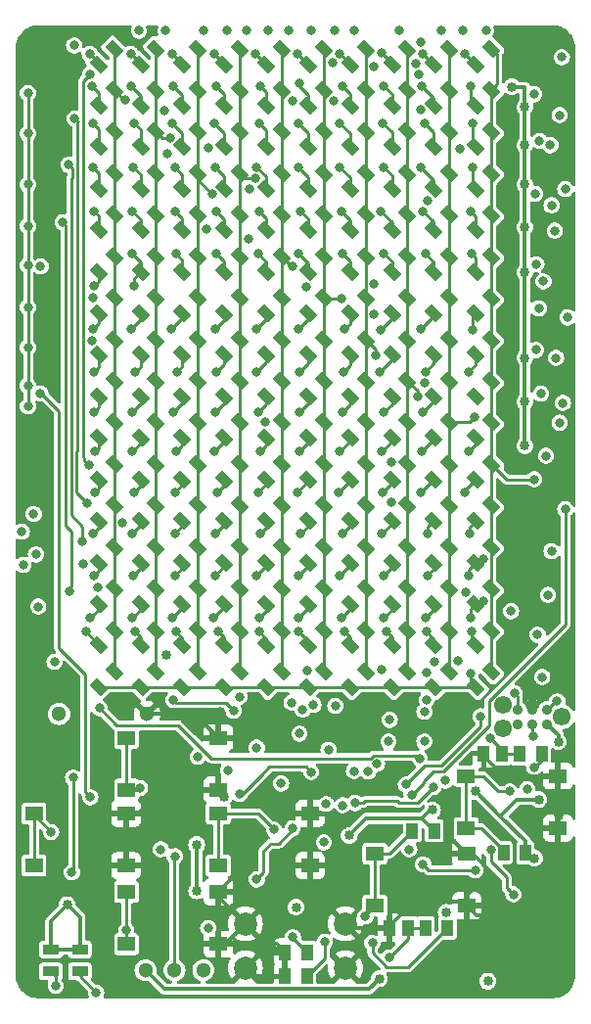
<source format=gbr>
%TF.GenerationSoftware,KiCad,Pcbnew,7.0.1*%
%TF.CreationDate,2023-08-02T19:59:42+02:00*%
%TF.ProjectId,PicBytesMicro,50696342-7974-4657-934d-6963726f2e6b,rev?*%
%TF.SameCoordinates,Original*%
%TF.FileFunction,Copper,L1,Top*%
%TF.FilePolarity,Positive*%
%FSLAX46Y46*%
G04 Gerber Fmt 4.6, Leading zero omitted, Abs format (unit mm)*
G04 Created by KiCad (PCBNEW 7.0.1) date 2023-08-02 19:59:42*
%MOMM*%
%LPD*%
G01*
G04 APERTURE LIST*
G04 Aperture macros list*
%AMRotRect*
0 Rectangle, with rotation*
0 The origin of the aperture is its center*
0 $1 length*
0 $2 width*
0 $3 Rotation angle, in degrees counterclockwise*
0 Add horizontal line*
21,1,$1,$2,0,0,$3*%
G04 Aperture macros list end*
%TA.AperFunction,SMDPad,CuDef*%
%ADD10RotRect,0.950000X1.400000X45.000000*%
%TD*%
%TA.AperFunction,SMDPad,CuDef*%
%ADD11R,1.400000X0.950000*%
%TD*%
%TA.AperFunction,SMDPad,CuDef*%
%ADD12R,1.000000X1.400000*%
%TD*%
%TA.AperFunction,SMDPad,CuDef*%
%ADD13R,1.000000X1.450000*%
%TD*%
%TA.AperFunction,SMDPad,CuDef*%
%ADD14C,0.889000*%
%TD*%
%TA.AperFunction,ComponentPad*%
%ADD15C,1.550000*%
%TD*%
%TA.AperFunction,SMDPad,CuDef*%
%ADD16R,1.550000X1.300000*%
%TD*%
%TA.AperFunction,SMDPad,CuDef*%
%ADD17R,1.020000X1.470000*%
%TD*%
%TA.AperFunction,ComponentPad*%
%ADD18C,2.000000*%
%TD*%
%TA.AperFunction,ComponentPad*%
%ADD19C,1.300000*%
%TD*%
%TA.AperFunction,ViaPad*%
%ADD20C,0.850000*%
%TD*%
%TA.AperFunction,ViaPad*%
%ADD21C,0.800000*%
%TD*%
%TA.AperFunction,Conductor*%
%ADD22C,0.250000*%
%TD*%
%TA.AperFunction,Conductor*%
%ADD23C,0.350000*%
%TD*%
G04 APERTURE END LIST*
D10*
%TO.P,LED1,1,K*%
%TO.N,R0*%
X120209307Y-49695443D03*
%TO.P,LED1,2,A*%
%TO.N,C1*%
X121552809Y-48351941D03*
%TD*%
%TO.P,LED2,1,K*%
%TO.N,R1*%
X120209307Y-53287546D03*
%TO.P,LED2,2,A*%
%TO.N,C1*%
X121552809Y-51944044D03*
%TD*%
%TO.P,LED3,1,K*%
%TO.N,R2*%
X120209307Y-56879648D03*
%TO.P,LED3,2,A*%
%TO.N,C1*%
X121552809Y-55536146D03*
%TD*%
%TO.P,LED4,1,K*%
%TO.N,R3*%
X120209307Y-60471751D03*
%TO.P,LED4,2,A*%
%TO.N,C1*%
X121552809Y-59128249D03*
%TD*%
%TO.P,LED5,1,K*%
%TO.N,R4*%
X120209307Y-64063853D03*
%TO.P,LED5,2,A*%
%TO.N,C1*%
X121552809Y-62720351D03*
%TD*%
%TO.P,LED6,1,K*%
%TO.N,R5*%
X120209307Y-67655956D03*
%TO.P,LED6,2,A*%
%TO.N,C1*%
X121552809Y-66312454D03*
%TD*%
%TO.P,LED7,1,K*%
%TO.N,R6*%
X120209307Y-71248058D03*
%TO.P,LED7,2,A*%
%TO.N,C1*%
X121552809Y-69904556D03*
%TD*%
%TO.P,LED8,1,K*%
%TO.N,R7*%
X120209307Y-74840160D03*
%TO.P,LED8,2,A*%
%TO.N,C1*%
X121552809Y-73496658D03*
%TD*%
%TO.P,LED9,1,K*%
%TO.N,R8*%
X120209307Y-78432263D03*
%TO.P,LED9,2,A*%
%TO.N,C1*%
X121552809Y-77088761D03*
%TD*%
%TO.P,LED10,1,K*%
%TO.N,R9*%
X120209307Y-82024365D03*
%TO.P,LED10,2,A*%
%TO.N,C1*%
X121552809Y-80680863D03*
%TD*%
%TO.P,LED11,1,K*%
%TO.N,R10*%
X120209307Y-85616468D03*
%TO.P,LED11,2,A*%
%TO.N,C1*%
X121552809Y-84272966D03*
%TD*%
%TO.P,LED12,1,K*%
%TO.N,R11*%
X120209307Y-89208570D03*
%TO.P,LED12,2,A*%
%TO.N,C1*%
X121552809Y-87865068D03*
%TD*%
%TO.P,LED13,1,K*%
%TO.N,R12*%
X120209307Y-92800673D03*
%TO.P,LED13,2,A*%
%TO.N,C1*%
X121552809Y-91457171D03*
%TD*%
%TO.P,LED14,1,K*%
%TO.N,R13*%
X120209307Y-96392775D03*
%TO.P,LED14,2,A*%
%TO.N,C1*%
X121552809Y-95049273D03*
%TD*%
%TO.P,LED15,1,K*%
%TO.N,R14*%
X120209307Y-99984878D03*
%TO.P,LED15,2,A*%
%TO.N,C1*%
X121552809Y-98641376D03*
%TD*%
%TO.P,LED16,1,K*%
%TO.N,R15*%
X120209307Y-103576980D03*
%TO.P,LED16,2,A*%
%TO.N,C1*%
X121552809Y-102233478D03*
%TD*%
%TO.P,LED17,1,K*%
%TO.N,R0*%
X123835778Y-49695443D03*
%TO.P,LED17,2,A*%
%TO.N,C2*%
X125179280Y-48351941D03*
%TD*%
%TO.P,LED18,1,K*%
%TO.N,R1*%
X123835778Y-53287545D03*
%TO.P,LED18,2,A*%
%TO.N,C2*%
X125179280Y-51944043D03*
%TD*%
%TO.P,LED19,1,K*%
%TO.N,R2*%
X123835778Y-56879648D03*
%TO.P,LED19,2,A*%
%TO.N,C2*%
X125179280Y-55536146D03*
%TD*%
%TO.P,LED20,1,K*%
%TO.N,R3*%
X123835778Y-60471750D03*
%TO.P,LED20,2,A*%
%TO.N,C2*%
X125179280Y-59128248D03*
%TD*%
%TO.P,LED21,1,K*%
%TO.N,R4*%
X123835778Y-64063852D03*
%TO.P,LED21,2,A*%
%TO.N,C2*%
X125179280Y-62720350D03*
%TD*%
%TO.P,LED22,1,K*%
%TO.N,R5*%
X123835778Y-67655955D03*
%TO.P,LED22,2,A*%
%TO.N,C2*%
X125179280Y-66312453D03*
%TD*%
%TO.P,LED23,1,K*%
%TO.N,R6*%
X123835778Y-71248057D03*
%TO.P,LED23,2,A*%
%TO.N,C2*%
X125179280Y-69904555D03*
%TD*%
%TO.P,LED24,1,K*%
%TO.N,R7*%
X123835778Y-74840160D03*
%TO.P,LED24,2,A*%
%TO.N,C2*%
X125179280Y-73496658D03*
%TD*%
%TO.P,LED25,1,K*%
%TO.N,R8*%
X123835778Y-78432262D03*
%TO.P,LED25,2,A*%
%TO.N,C2*%
X125179280Y-77088760D03*
%TD*%
%TO.P,LED26,1,K*%
%TO.N,R9*%
X123835778Y-82024365D03*
%TO.P,LED26,2,A*%
%TO.N,C2*%
X125179280Y-80680863D03*
%TD*%
%TO.P,LED27,1,K*%
%TO.N,R10*%
X123835778Y-85616467D03*
%TO.P,LED27,2,A*%
%TO.N,C2*%
X125179280Y-84272965D03*
%TD*%
%TO.P,LED28,1,K*%
%TO.N,R11*%
X123835778Y-89208570D03*
%TO.P,LED28,2,A*%
%TO.N,C2*%
X125179280Y-87865068D03*
%TD*%
%TO.P,LED29,1,K*%
%TO.N,R12*%
X123835778Y-92800672D03*
%TO.P,LED29,2,A*%
%TO.N,C2*%
X125179280Y-91457170D03*
%TD*%
%TO.P,LED30,1,K*%
%TO.N,R13*%
X123835778Y-96392775D03*
%TO.P,LED30,2,A*%
%TO.N,C2*%
X125179280Y-95049273D03*
%TD*%
%TO.P,LED31,1,K*%
%TO.N,R14*%
X123835778Y-99984877D03*
%TO.P,LED31,2,A*%
%TO.N,C2*%
X125179280Y-98641375D03*
%TD*%
%TO.P,LED32,1,K*%
%TO.N,R15*%
X123835778Y-103576979D03*
%TO.P,LED32,2,A*%
%TO.N,C2*%
X125179280Y-102233477D03*
%TD*%
%TO.P,LED33,1,K*%
%TO.N,R0*%
X127462249Y-49695443D03*
%TO.P,LED33,2,A*%
%TO.N,C3*%
X128805751Y-48351941D03*
%TD*%
%TO.P,LED34,1,K*%
%TO.N,R1*%
X127462249Y-53287546D03*
%TO.P,LED34,2,A*%
%TO.N,C3*%
X128805751Y-51944044D03*
%TD*%
%TO.P,LED35,1,K*%
%TO.N,R2*%
X127462249Y-56879648D03*
%TO.P,LED35,2,A*%
%TO.N,C3*%
X128805751Y-55536146D03*
%TD*%
%TO.P,LED36,1,K*%
%TO.N,R3*%
X127462249Y-60471751D03*
%TO.P,LED36,2,A*%
%TO.N,C3*%
X128805751Y-59128249D03*
%TD*%
%TO.P,LED37,1,K*%
%TO.N,R4*%
X127462249Y-64063853D03*
%TO.P,LED37,2,A*%
%TO.N,C3*%
X128805751Y-62720351D03*
%TD*%
%TO.P,LED38,1,K*%
%TO.N,R5*%
X127462249Y-67655956D03*
%TO.P,LED38,2,A*%
%TO.N,C3*%
X128805751Y-66312454D03*
%TD*%
%TO.P,LED39,1,K*%
%TO.N,R6*%
X127462249Y-71248058D03*
%TO.P,LED39,2,A*%
%TO.N,C3*%
X128805751Y-69904556D03*
%TD*%
%TO.P,LED40,1,K*%
%TO.N,R7*%
X127462249Y-74840160D03*
%TO.P,LED40,2,A*%
%TO.N,C3*%
X128805751Y-73496658D03*
%TD*%
%TO.P,LED41,1,K*%
%TO.N,R8*%
X127462249Y-78432263D03*
%TO.P,LED41,2,A*%
%TO.N,C3*%
X128805751Y-77088761D03*
%TD*%
%TO.P,LED42,1,K*%
%TO.N,R9*%
X127462249Y-82024365D03*
%TO.P,LED42,2,A*%
%TO.N,C3*%
X128805751Y-80680863D03*
%TD*%
%TO.P,LED43,1,K*%
%TO.N,R10*%
X127462249Y-85616468D03*
%TO.P,LED43,2,A*%
%TO.N,C3*%
X128805751Y-84272966D03*
%TD*%
%TO.P,LED44,1,K*%
%TO.N,R11*%
X127462249Y-89208570D03*
%TO.P,LED44,2,A*%
%TO.N,C3*%
X128805751Y-87865068D03*
%TD*%
%TO.P,LED45,1,K*%
%TO.N,R12*%
X127462249Y-92800673D03*
%TO.P,LED45,2,A*%
%TO.N,C3*%
X128805751Y-91457171D03*
%TD*%
%TO.P,LED46,1,K*%
%TO.N,R13*%
X127462249Y-96392775D03*
%TO.P,LED46,2,A*%
%TO.N,C3*%
X128805751Y-95049273D03*
%TD*%
%TO.P,LED47,1,K*%
%TO.N,R14*%
X127462249Y-99984878D03*
%TO.P,LED47,2,A*%
%TO.N,C3*%
X128805751Y-98641376D03*
%TD*%
%TO.P,LED48,1,K*%
%TO.N,R15*%
X127462249Y-103576980D03*
%TO.P,LED48,2,A*%
%TO.N,C3*%
X128805751Y-102233478D03*
%TD*%
%TO.P,LED49,1,K*%
%TO.N,R0*%
X131088720Y-49695443D03*
%TO.P,LED49,2,A*%
%TO.N,C4*%
X132432222Y-48351941D03*
%TD*%
%TO.P,LED50,1,K*%
%TO.N,R1*%
X131088720Y-53287546D03*
%TO.P,LED50,2,A*%
%TO.N,C4*%
X132432222Y-51944044D03*
%TD*%
%TO.P,LED51,1,K*%
%TO.N,R2*%
X131088720Y-56879648D03*
%TO.P,LED51,2,A*%
%TO.N,C4*%
X132432222Y-55536146D03*
%TD*%
%TO.P,LED52,1,K*%
%TO.N,R3*%
X131088720Y-60471751D03*
%TO.P,LED52,2,A*%
%TO.N,C4*%
X132432222Y-59128249D03*
%TD*%
%TO.P,LED53,1,K*%
%TO.N,R4*%
X131088720Y-64063853D03*
%TO.P,LED53,2,A*%
%TO.N,C4*%
X132432222Y-62720351D03*
%TD*%
%TO.P,LED54,1,K*%
%TO.N,R5*%
X131088720Y-67655956D03*
%TO.P,LED54,2,A*%
%TO.N,C4*%
X132432222Y-66312454D03*
%TD*%
%TO.P,LED55,1,K*%
%TO.N,R6*%
X131088720Y-71248058D03*
%TO.P,LED55,2,A*%
%TO.N,C4*%
X132432222Y-69904556D03*
%TD*%
%TO.P,LED56,1,K*%
%TO.N,R7*%
X131088720Y-74840160D03*
%TO.P,LED56,2,A*%
%TO.N,C4*%
X132432222Y-73496658D03*
%TD*%
%TO.P,LED57,1,K*%
%TO.N,R8*%
X131088720Y-78432263D03*
%TO.P,LED57,2,A*%
%TO.N,C4*%
X132432222Y-77088761D03*
%TD*%
%TO.P,LED58,1,K*%
%TO.N,R9*%
X131088720Y-82024365D03*
%TO.P,LED58,2,A*%
%TO.N,C4*%
X132432222Y-80680863D03*
%TD*%
%TO.P,LED59,1,K*%
%TO.N,R10*%
X131088720Y-85616468D03*
%TO.P,LED59,2,A*%
%TO.N,C4*%
X132432222Y-84272966D03*
%TD*%
%TO.P,LED60,1,K*%
%TO.N,R11*%
X131088720Y-89208570D03*
%TO.P,LED60,2,A*%
%TO.N,C4*%
X132432222Y-87865068D03*
%TD*%
%TO.P,LED61,1,K*%
%TO.N,R12*%
X131088720Y-92800673D03*
%TO.P,LED61,2,A*%
%TO.N,C4*%
X132432222Y-91457171D03*
%TD*%
%TO.P,LED62,1,K*%
%TO.N,R13*%
X131088720Y-96392775D03*
%TO.P,LED62,2,A*%
%TO.N,C4*%
X132432222Y-95049273D03*
%TD*%
%TO.P,LED63,1,K*%
%TO.N,R14*%
X131088720Y-99984878D03*
%TO.P,LED63,2,A*%
%TO.N,C4*%
X132432222Y-98641376D03*
%TD*%
%TO.P,LED64,1,K*%
%TO.N,R15*%
X131088720Y-103576980D03*
%TO.P,LED64,2,A*%
%TO.N,C4*%
X132432222Y-102233478D03*
%TD*%
%TO.P,LED65,1,K*%
%TO.N,R0*%
X134715191Y-49695443D03*
%TO.P,LED65,2,A*%
%TO.N,C5*%
X136058693Y-48351941D03*
%TD*%
%TO.P,LED66,1,K*%
%TO.N,R1*%
X134715191Y-53287546D03*
%TO.P,LED66,2,A*%
%TO.N,C5*%
X136058693Y-51944044D03*
%TD*%
%TO.P,LED67,1,K*%
%TO.N,R2*%
X134715191Y-56879648D03*
%TO.P,LED67,2,A*%
%TO.N,C5*%
X136058693Y-55536146D03*
%TD*%
%TO.P,LED68,1,K*%
%TO.N,R3*%
X134715191Y-60471751D03*
%TO.P,LED68,2,A*%
%TO.N,C5*%
X136058693Y-59128249D03*
%TD*%
%TO.P,LED69,1,K*%
%TO.N,R4*%
X134715191Y-64063853D03*
%TO.P,LED69,2,A*%
%TO.N,C5*%
X136058693Y-62720351D03*
%TD*%
%TO.P,LED70,1,K*%
%TO.N,R5*%
X134715191Y-67655956D03*
%TO.P,LED70,2,A*%
%TO.N,C5*%
X136058693Y-66312454D03*
%TD*%
%TO.P,LED71,1,K*%
%TO.N,R6*%
X134715191Y-71248058D03*
%TO.P,LED71,2,A*%
%TO.N,C5*%
X136058693Y-69904556D03*
%TD*%
%TO.P,LED72,1,K*%
%TO.N,R7*%
X134715191Y-74840160D03*
%TO.P,LED72,2,A*%
%TO.N,C5*%
X136058693Y-73496658D03*
%TD*%
%TO.P,LED73,1,K*%
%TO.N,R8*%
X134715191Y-78432263D03*
%TO.P,LED73,2,A*%
%TO.N,C5*%
X136058693Y-77088761D03*
%TD*%
%TO.P,LED74,1,K*%
%TO.N,R9*%
X134715191Y-82024365D03*
%TO.P,LED74,2,A*%
%TO.N,C5*%
X136058693Y-80680863D03*
%TD*%
%TO.P,LED75,1,K*%
%TO.N,R10*%
X134715191Y-85616468D03*
%TO.P,LED75,2,A*%
%TO.N,C5*%
X136058693Y-84272966D03*
%TD*%
%TO.P,LED76,1,K*%
%TO.N,R11*%
X134715191Y-89208570D03*
%TO.P,LED76,2,A*%
%TO.N,C5*%
X136058693Y-87865068D03*
%TD*%
%TO.P,LED77,1,K*%
%TO.N,R12*%
X134715191Y-92800673D03*
%TO.P,LED77,2,A*%
%TO.N,C5*%
X136058693Y-91457171D03*
%TD*%
%TO.P,LED78,1,K*%
%TO.N,R13*%
X134715191Y-96392775D03*
%TO.P,LED78,2,A*%
%TO.N,C5*%
X136058693Y-95049273D03*
%TD*%
%TO.P,LED79,1,K*%
%TO.N,R14*%
X134715191Y-99984878D03*
%TO.P,LED79,2,A*%
%TO.N,C5*%
X136058693Y-98641376D03*
%TD*%
%TO.P,LED80,1,K*%
%TO.N,R15*%
X134715191Y-103576980D03*
%TO.P,LED80,2,A*%
%TO.N,C5*%
X136058693Y-102233478D03*
%TD*%
%TO.P,LED81,1,K*%
%TO.N,R0*%
X138341662Y-49695443D03*
%TO.P,LED81,2,A*%
%TO.N,C6*%
X139685164Y-48351941D03*
%TD*%
%TO.P,LED82,1,K*%
%TO.N,R1*%
X138341662Y-53287546D03*
%TO.P,LED82,2,A*%
%TO.N,C6*%
X139685164Y-51944044D03*
%TD*%
%TO.P,LED83,1,K*%
%TO.N,R2*%
X138341662Y-56879648D03*
%TO.P,LED83,2,A*%
%TO.N,C6*%
X139685164Y-55536146D03*
%TD*%
%TO.P,LED84,1,K*%
%TO.N,R3*%
X138341662Y-60471751D03*
%TO.P,LED84,2,A*%
%TO.N,C6*%
X139685164Y-59128249D03*
%TD*%
%TO.P,LED85,1,K*%
%TO.N,R4*%
X138341662Y-64063853D03*
%TO.P,LED85,2,A*%
%TO.N,C6*%
X139685164Y-62720351D03*
%TD*%
%TO.P,LED86,1,K*%
%TO.N,R5*%
X138341662Y-67655956D03*
%TO.P,LED86,2,A*%
%TO.N,C6*%
X139685164Y-66312454D03*
%TD*%
%TO.P,LED87,1,K*%
%TO.N,R6*%
X138341662Y-71248058D03*
%TO.P,LED87,2,A*%
%TO.N,C6*%
X139685164Y-69904556D03*
%TD*%
%TO.P,LED88,1,K*%
%TO.N,R7*%
X138341662Y-74840160D03*
%TO.P,LED88,2,A*%
%TO.N,C6*%
X139685164Y-73496658D03*
%TD*%
%TO.P,LED89,1,K*%
%TO.N,R8*%
X138341662Y-78432263D03*
%TO.P,LED89,2,A*%
%TO.N,C6*%
X139685164Y-77088761D03*
%TD*%
%TO.P,LED90,1,K*%
%TO.N,R9*%
X138341662Y-82024365D03*
%TO.P,LED90,2,A*%
%TO.N,C6*%
X139685164Y-80680863D03*
%TD*%
%TO.P,LED91,1,K*%
%TO.N,R10*%
X138341662Y-85616468D03*
%TO.P,LED91,2,A*%
%TO.N,C6*%
X139685164Y-84272966D03*
%TD*%
%TO.P,LED92,1,K*%
%TO.N,R11*%
X138341662Y-89208570D03*
%TO.P,LED92,2,A*%
%TO.N,C6*%
X139685164Y-87865068D03*
%TD*%
%TO.P,LED93,1,K*%
%TO.N,R12*%
X138341662Y-92800673D03*
%TO.P,LED93,2,A*%
%TO.N,C6*%
X139685164Y-91457171D03*
%TD*%
%TO.P,LED94,1,K*%
%TO.N,R13*%
X138341662Y-96392775D03*
%TO.P,LED94,2,A*%
%TO.N,C6*%
X139685164Y-95049273D03*
%TD*%
%TO.P,LED95,1,K*%
%TO.N,R14*%
X138341662Y-99984878D03*
%TO.P,LED95,2,A*%
%TO.N,C6*%
X139685164Y-98641376D03*
%TD*%
%TO.P,LED96,1,K*%
%TO.N,R15*%
X138341662Y-103576980D03*
%TO.P,LED96,2,A*%
%TO.N,C6*%
X139685164Y-102233478D03*
%TD*%
%TO.P,LED97,1,K*%
%TO.N,R0*%
X141968133Y-49695443D03*
%TO.P,LED97,2,A*%
%TO.N,C7*%
X143311635Y-48351941D03*
%TD*%
%TO.P,LED98,1,K*%
%TO.N,R1*%
X141968133Y-53287546D03*
%TO.P,LED98,2,A*%
%TO.N,C7*%
X143311635Y-51944044D03*
%TD*%
%TO.P,LED99,1,K*%
%TO.N,R2*%
X141968133Y-56879648D03*
%TO.P,LED99,2,A*%
%TO.N,C7*%
X143311635Y-55536146D03*
%TD*%
%TO.P,LED100,1,K*%
%TO.N,R3*%
X141968133Y-60471751D03*
%TO.P,LED100,2,A*%
%TO.N,C7*%
X143311635Y-59128249D03*
%TD*%
%TO.P,LED101,1,K*%
%TO.N,R4*%
X141968133Y-64063853D03*
%TO.P,LED101,2,A*%
%TO.N,C7*%
X143311635Y-62720351D03*
%TD*%
%TO.P,LED102,1,K*%
%TO.N,R5*%
X141968133Y-67655956D03*
%TO.P,LED102,2,A*%
%TO.N,C7*%
X143311635Y-66312454D03*
%TD*%
%TO.P,LED103,1,K*%
%TO.N,R6*%
X141968133Y-71248058D03*
%TO.P,LED103,2,A*%
%TO.N,C7*%
X143311635Y-69904556D03*
%TD*%
%TO.P,LED104,1,K*%
%TO.N,R7*%
X141968133Y-74840160D03*
%TO.P,LED104,2,A*%
%TO.N,C7*%
X143311635Y-73496658D03*
%TD*%
%TO.P,LED105,1,K*%
%TO.N,R8*%
X141968133Y-78432263D03*
%TO.P,LED105,2,A*%
%TO.N,C7*%
X143311635Y-77088761D03*
%TD*%
%TO.P,LED106,1,K*%
%TO.N,R9*%
X141968133Y-82024365D03*
%TO.P,LED106,2,A*%
%TO.N,C7*%
X143311635Y-80680863D03*
%TD*%
%TO.P,LED107,1,K*%
%TO.N,R10*%
X141968133Y-85616468D03*
%TO.P,LED107,2,A*%
%TO.N,C7*%
X143311635Y-84272966D03*
%TD*%
%TO.P,LED108,1,K*%
%TO.N,R11*%
X141968133Y-89208570D03*
%TO.P,LED108,2,A*%
%TO.N,C7*%
X143311635Y-87865068D03*
%TD*%
%TO.P,LED109,1,K*%
%TO.N,R12*%
X141968133Y-92800673D03*
%TO.P,LED109,2,A*%
%TO.N,C7*%
X143311635Y-91457171D03*
%TD*%
%TO.P,LED110,1,K*%
%TO.N,R13*%
X141968133Y-96392775D03*
%TO.P,LED110,2,A*%
%TO.N,C7*%
X143311635Y-95049273D03*
%TD*%
%TO.P,LED111,1,K*%
%TO.N,R14*%
X141968133Y-99984878D03*
%TO.P,LED111,2,A*%
%TO.N,C7*%
X143311635Y-98641376D03*
%TD*%
%TO.P,LED112,1,K*%
%TO.N,R15*%
X141968133Y-103576980D03*
%TO.P,LED112,2,A*%
%TO.N,C7*%
X143311635Y-102233478D03*
%TD*%
%TO.P,LED113,1,K*%
%TO.N,R0*%
X145594604Y-49695443D03*
%TO.P,LED113,2,A*%
%TO.N,C8*%
X146938106Y-48351941D03*
%TD*%
%TO.P,LED114,1,K*%
%TO.N,R1*%
X145594604Y-53287546D03*
%TO.P,LED114,2,A*%
%TO.N,C8*%
X146938106Y-51944044D03*
%TD*%
%TO.P,LED115,1,K*%
%TO.N,R2*%
X145594604Y-56879648D03*
%TO.P,LED115,2,A*%
%TO.N,C8*%
X146938106Y-55536146D03*
%TD*%
%TO.P,LED116,1,K*%
%TO.N,R3*%
X145594604Y-60471751D03*
%TO.P,LED116,2,A*%
%TO.N,C8*%
X146938106Y-59128249D03*
%TD*%
%TO.P,LED117,1,K*%
%TO.N,R4*%
X145594604Y-64063853D03*
%TO.P,LED117,2,A*%
%TO.N,C8*%
X146938106Y-62720351D03*
%TD*%
%TO.P,LED118,1,K*%
%TO.N,R5*%
X145594604Y-67655956D03*
%TO.P,LED118,2,A*%
%TO.N,C8*%
X146938106Y-66312454D03*
%TD*%
%TO.P,LED119,1,K*%
%TO.N,R6*%
X145594604Y-71248058D03*
%TO.P,LED119,2,A*%
%TO.N,C8*%
X146938106Y-69904556D03*
%TD*%
%TO.P,LED120,1,K*%
%TO.N,R7*%
X145594604Y-74840160D03*
%TO.P,LED120,2,A*%
%TO.N,C8*%
X146938106Y-73496658D03*
%TD*%
%TO.P,LED121,1,K*%
%TO.N,R8*%
X145594604Y-78432263D03*
%TO.P,LED121,2,A*%
%TO.N,C8*%
X146938106Y-77088761D03*
%TD*%
%TO.P,LED122,1,K*%
%TO.N,R9*%
X145594604Y-82024365D03*
%TO.P,LED122,2,A*%
%TO.N,C8*%
X146938106Y-80680863D03*
%TD*%
%TO.P,LED123,1,K*%
%TO.N,R10*%
X145594604Y-85616468D03*
%TO.P,LED123,2,A*%
%TO.N,C8*%
X146938106Y-84272966D03*
%TD*%
%TO.P,LED124,1,K*%
%TO.N,R11*%
X145594604Y-89208570D03*
%TO.P,LED124,2,A*%
%TO.N,C8*%
X146938106Y-87865068D03*
%TD*%
%TO.P,LED125,1,K*%
%TO.N,R12*%
X145594604Y-92800673D03*
%TO.P,LED125,2,A*%
%TO.N,C8*%
X146938106Y-91457171D03*
%TD*%
%TO.P,LED126,1,K*%
%TO.N,R13*%
X145594604Y-96392775D03*
%TO.P,LED126,2,A*%
%TO.N,C8*%
X146938106Y-95049273D03*
%TD*%
%TO.P,LED127,1,K*%
%TO.N,R14*%
X145594604Y-99984878D03*
%TO.P,LED127,2,A*%
%TO.N,C8*%
X146938106Y-98641376D03*
%TD*%
%TO.P,LED128,1,K*%
%TO.N,R15*%
X145594604Y-103576980D03*
%TO.P,LED128,2,A*%
%TO.N,C8*%
X146938106Y-102233478D03*
%TD*%
%TO.P,LED129,1,K*%
%TO.N,R0*%
X149221075Y-49695443D03*
%TO.P,LED129,2,A*%
%TO.N,C9*%
X150564577Y-48351941D03*
%TD*%
%TO.P,LED130,1,K*%
%TO.N,R1*%
X149221075Y-53287546D03*
%TO.P,LED130,2,A*%
%TO.N,C9*%
X150564577Y-51944044D03*
%TD*%
%TO.P,LED131,1,K*%
%TO.N,R2*%
X149221075Y-56879648D03*
%TO.P,LED131,2,A*%
%TO.N,C9*%
X150564577Y-55536146D03*
%TD*%
%TO.P,LED132,1,K*%
%TO.N,R3*%
X149221075Y-60471751D03*
%TO.P,LED132,2,A*%
%TO.N,C9*%
X150564577Y-59128249D03*
%TD*%
%TO.P,LED133,1,K*%
%TO.N,R4*%
X149221075Y-64063853D03*
%TO.P,LED133,2,A*%
%TO.N,C9*%
X150564577Y-62720351D03*
%TD*%
%TO.P,LED134,1,K*%
%TO.N,R5*%
X149221075Y-67655956D03*
%TO.P,LED134,2,A*%
%TO.N,C9*%
X150564577Y-66312454D03*
%TD*%
%TO.P,LED135,1,K*%
%TO.N,R6*%
X149221075Y-71248058D03*
%TO.P,LED135,2,A*%
%TO.N,C9*%
X150564577Y-69904556D03*
%TD*%
%TO.P,LED136,1,K*%
%TO.N,R7*%
X149221075Y-74840160D03*
%TO.P,LED136,2,A*%
%TO.N,C9*%
X150564577Y-73496658D03*
%TD*%
%TO.P,LED137,1,K*%
%TO.N,R8*%
X149221075Y-78432263D03*
%TO.P,LED137,2,A*%
%TO.N,C9*%
X150564577Y-77088761D03*
%TD*%
%TO.P,LED138,1,K*%
%TO.N,R9*%
X149221075Y-82024365D03*
%TO.P,LED138,2,A*%
%TO.N,C9*%
X150564577Y-80680863D03*
%TD*%
%TO.P,LED139,1,K*%
%TO.N,R10*%
X149221075Y-85616468D03*
%TO.P,LED139,2,A*%
%TO.N,C9*%
X150564577Y-84272966D03*
%TD*%
%TO.P,LED140,1,K*%
%TO.N,R11*%
X149221075Y-89208570D03*
%TO.P,LED140,2,A*%
%TO.N,C9*%
X150564577Y-87865068D03*
%TD*%
%TO.P,LED141,1,K*%
%TO.N,R12*%
X149221075Y-92800673D03*
%TO.P,LED141,2,A*%
%TO.N,C9*%
X150564577Y-91457171D03*
%TD*%
%TO.P,LED142,1,K*%
%TO.N,R13*%
X149221075Y-96392775D03*
%TO.P,LED142,2,A*%
%TO.N,C9*%
X150564577Y-95049273D03*
%TD*%
%TO.P,LED143,1,K*%
%TO.N,R14*%
X149221075Y-99984878D03*
%TO.P,LED143,2,A*%
%TO.N,C9*%
X150564577Y-98641376D03*
%TD*%
%TO.P,LED144,1,K*%
%TO.N,R15*%
X149221075Y-103576980D03*
%TO.P,LED144,2,A*%
%TO.N,C9*%
X150564577Y-102233478D03*
%TD*%
%TO.P,LED145,1,K*%
%TO.N,R0*%
X152847546Y-49695443D03*
%TO.P,LED145,2,A*%
%TO.N,C10*%
X154191048Y-48351941D03*
%TD*%
%TO.P,LED146,1,K*%
%TO.N,R1*%
X152847546Y-53287546D03*
%TO.P,LED146,2,A*%
%TO.N,C10*%
X154191048Y-51944044D03*
%TD*%
%TO.P,LED147,1,K*%
%TO.N,R2*%
X152847546Y-56879648D03*
%TO.P,LED147,2,A*%
%TO.N,C10*%
X154191048Y-55536146D03*
%TD*%
%TO.P,LED148,1,K*%
%TO.N,R3*%
X152847546Y-60471751D03*
%TO.P,LED148,2,A*%
%TO.N,C10*%
X154191048Y-59128249D03*
%TD*%
%TO.P,LED149,1,K*%
%TO.N,R4*%
X152847546Y-64063853D03*
%TO.P,LED149,2,A*%
%TO.N,C10*%
X154191048Y-62720351D03*
%TD*%
%TO.P,LED150,1,K*%
%TO.N,R5*%
X152847546Y-67655956D03*
%TO.P,LED150,2,A*%
%TO.N,C10*%
X154191048Y-66312454D03*
%TD*%
%TO.P,LED151,1,K*%
%TO.N,R6*%
X152847546Y-71248058D03*
%TO.P,LED151,2,A*%
%TO.N,C10*%
X154191048Y-69904556D03*
%TD*%
%TO.P,LED152,1,K*%
%TO.N,R7*%
X152847546Y-74840160D03*
%TO.P,LED152,2,A*%
%TO.N,C10*%
X154191048Y-73496658D03*
%TD*%
%TO.P,LED153,1,K*%
%TO.N,R8*%
X152847546Y-78432263D03*
%TO.P,LED153,2,A*%
%TO.N,C10*%
X154191048Y-77088761D03*
%TD*%
%TO.P,LED154,1,K*%
%TO.N,R9*%
X152847546Y-82024365D03*
%TO.P,LED154,2,A*%
%TO.N,C10*%
X154191048Y-80680863D03*
%TD*%
%TO.P,LED155,1,K*%
%TO.N,R10*%
X152847546Y-85616468D03*
%TO.P,LED155,2,A*%
%TO.N,C10*%
X154191048Y-84272966D03*
%TD*%
%TO.P,LED156,1,K*%
%TO.N,R11*%
X152847546Y-89208570D03*
%TO.P,LED156,2,A*%
%TO.N,C10*%
X154191048Y-87865068D03*
%TD*%
%TO.P,LED157,1,K*%
%TO.N,R12*%
X152847546Y-92800673D03*
%TO.P,LED157,2,A*%
%TO.N,C10*%
X154191048Y-91457171D03*
%TD*%
%TO.P,LED158,1,K*%
%TO.N,R13*%
X152847546Y-96392775D03*
%TO.P,LED158,2,A*%
%TO.N,C10*%
X154191048Y-95049273D03*
%TD*%
%TO.P,LED159,1,K*%
%TO.N,R14*%
X152847546Y-99984878D03*
%TO.P,LED159,2,A*%
%TO.N,C10*%
X154191048Y-98641376D03*
%TD*%
%TO.P,LED160,1,K*%
%TO.N,R15*%
X152847546Y-103576980D03*
%TO.P,LED160,2,A*%
%TO.N,C10*%
X154191048Y-102233478D03*
%TD*%
D11*
%TO.P,LED_Green_bms1,1,K*%
%TO.N,Net-(LED_Green_bms1-K)*%
X116092500Y-128150000D03*
%TO.P,LED_Green_bms1,2,A*%
%TO.N,BMS_Vcc*%
X116092500Y-126250000D03*
%TD*%
%TO.P,LED_RED_bms1,1,K*%
%TO.N,Net-(LED_RED_bms1-K)*%
X118600000Y-128150000D03*
%TO.P,LED_RED_bms1,2,A*%
%TO.N,BMS_Vcc*%
X118600000Y-126250000D03*
%TD*%
D12*
%TO.P,R_10K_12,1*%
%TO.N,Net-(R_10K_10-Pad2)*%
X155250000Y-117900000D03*
%TO.P,R_10K_12,2*%
%TO.N,Vcc_main*%
X157150000Y-117900000D03*
%TD*%
%TO.P,R_10K_13,1*%
%TO.N,Net-(R_10K_11-Pad2)*%
X147350000Y-116000000D03*
%TO.P,R_10K_13,2*%
%TO.N,Vcc_main*%
X149250000Y-116000000D03*
%TD*%
%TO.P,R_5.1_1,1*%
%TO.N,Vgnd_main*%
X136350000Y-126500000D03*
%TO.P,R_5.1_1,2*%
%TO.N,Net-(J_USB_C1-CC2)*%
X138250000Y-126500000D03*
%TD*%
%TO.P,R_5.1k_1,1*%
%TO.N,Vgnd_main*%
X136350000Y-128600000D03*
%TO.P,R_5.1k_1,2*%
%TO.N,Net-(J_USB_C1-CC1)*%
X138250000Y-128600000D03*
%TD*%
D13*
%TO.P,R_10K_11,1*%
%TO.N,S_a*%
X148500000Y-124400000D03*
%TO.P,R_10K_11,2*%
%TO.N,Net-(R_10K_11-Pad2)*%
X150400000Y-124400000D03*
%TD*%
D14*
%TO.P,ICSP,1,-MCLR/VPP*%
%TO.N,MCLR*%
X159040000Y-105500000D03*
%TO.P,ICSP,2,VDD*%
%TO.N,Vcc_main*%
X159040000Y-106770000D03*
%TO.P,ICSP,3,GND*%
%TO.N,Vgnd_main*%
X157770000Y-105500000D03*
%TO.P,ICSP,4,PGD_(ICSPDAT)*%
%TO.N,ICSPDA*%
X157770000Y-106770000D03*
%TO.P,ICSP,5,PGC_(ICSPCLK)*%
%TO.N,ICSPCLK*%
X156500000Y-105500000D03*
%TO.P,ICSP,6,UNUSED/LVP*%
%TO.N,unconnected-(J1-UNUSED{slash}LVP-Pad6)*%
X156500000Y-106770000D03*
D15*
%TO.P,ICSP,7*%
%TO.N,N/C*%
X160310000Y-106135000D03*
%TO.P,ICSP,8*%
X155230000Y-107151000D03*
%TO.P,ICSP,9*%
X155230000Y-105119000D03*
%TD*%
D16*
%TO.P,S_b1,1,1*%
%TO.N,Net-(R_10K_10-Pad2)*%
X152025065Y-111271365D03*
%TO.P,S_b1,2,2*%
X152025065Y-115771365D03*
%TO.P,S_b1,3,3*%
%TO.N,Vgnd_main*%
X159975065Y-111271365D03*
%TO.P,S_b1,4,4*%
X159975065Y-115771365D03*
%TD*%
%TO.P,S_left1,1,1*%
%TO.N,Net-(R_10K_2-Pad2)*%
X114625000Y-114500000D03*
%TO.P,S_left1,2,2*%
X114625000Y-119000000D03*
%TO.P,S_left1,3,3*%
%TO.N,Vgnd_main*%
X122575000Y-114500000D03*
%TO.P,S_left1,4,4*%
X122575000Y-119000000D03*
%TD*%
D17*
%TO.P,C_22p_6,1*%
%TO.N,S_b*%
X155150000Y-109300000D03*
%TO.P,C_22p_6,2*%
%TO.N,Vgnd_main*%
X153550000Y-109300000D03*
%TD*%
%TO.P,C_22p_7,1*%
%TO.N,S_a*%
X147000000Y-124400000D03*
%TO.P,C_22p_7,2*%
%TO.N,Vgnd_main*%
X145400000Y-124400000D03*
%TD*%
D16*
%TO.P,S_right1,1,1*%
%TO.N,Net-(R_10K_8-Pad2)*%
X130575000Y-114500000D03*
%TO.P,S_right1,2,2*%
X130575000Y-119000000D03*
%TO.P,S_right1,3,3*%
%TO.N,Vgnd_main*%
X138525000Y-114500000D03*
%TO.P,S_right1,4,4*%
X138525000Y-119000000D03*
%TD*%
%TO.P,S_down1,1,1*%
%TO.N,Net-(R_10K_4-Pad2)*%
X122625000Y-121292730D03*
%TO.P,S_down1,2,2*%
X122625000Y-125792730D03*
%TO.P,S_down1,3,3*%
%TO.N,Vgnd_main*%
X130575000Y-121292730D03*
%TO.P,S_down1,4,4*%
X130575000Y-125792730D03*
%TD*%
D13*
%TO.P,R_10K_10,1*%
%TO.N,S_b*%
X156650000Y-109300000D03*
%TO.P,R_10K_10,2*%
%TO.N,Net-(R_10K_10-Pad2)*%
X158550000Y-109300000D03*
%TD*%
D16*
%TO.P,S_up1,1,1*%
%TO.N,Net-(R_10K_5-Pad2)*%
X122625000Y-107950000D03*
%TO.P,S_up1,2,2*%
X122625000Y-112450000D03*
%TO.P,S_up1,3,3*%
%TO.N,Vgnd_main*%
X130575000Y-107950000D03*
%TO.P,S_up1,4,4*%
X130575000Y-112450000D03*
%TD*%
%TO.P,S_a1,1,1*%
%TO.N,Net-(R_10K_11-Pad2)*%
X144125065Y-117971365D03*
%TO.P,S_a1,2,2*%
X144125065Y-122471365D03*
%TO.P,S_a1,3,3*%
%TO.N,Vgnd_main*%
X152075065Y-117971365D03*
%TO.P,S_a1,4,4*%
X152075065Y-122471365D03*
%TD*%
D18*
%TO.P,J_USB_C1,MH1,MH1*%
%TO.N,Vgnd_main*%
X141570000Y-127850000D03*
%TO.P,J_USB_C1,MH2,MH2*%
X132930000Y-127850000D03*
%TO.P,J_USB_C1,MH3,MH3*%
X132930000Y-124050000D03*
%TO.P,J_USB_C1,MH4,MH4*%
X141570000Y-124050000D03*
%TD*%
D19*
%TO.P,LS1,1,+*%
%TO.N,Net-(LS1-+)*%
X116800000Y-105900000D03*
%TO.P,LS1,2,-*%
%TO.N,Vgnd_main*%
X124400000Y-105900000D03*
%TD*%
%TO.P,SW_Toggle1,1,1*%
%TO.N,BAT+*%
X124275000Y-128050000D03*
%TO.P,SW_Toggle1,2,2*%
%TO.N,Net-(IC1-EN)*%
X126775000Y-128050000D03*
%TO.P,SW_Toggle1,3,3*%
%TO.N,unconnected-(SW_Toggle1-Pad3)*%
X129275000Y-128050000D03*
%TD*%
D20*
%TO.N,Vcc_main*%
X128700000Y-117200000D03*
D21*
%TO.N,Net-(IC1-EN)*%
X147100000Y-117600000D03*
X126800000Y-118200000D03*
%TO.N,Net-(PIC18F45K1-RA6)*%
X128800000Y-109600000D03*
X132400000Y-104400000D03*
D20*
%TO.N,Vgnd_main*%
X130000000Y-123100000D03*
X115175500Y-81800000D03*
X124600000Y-113500000D03*
X154300000Y-123300000D03*
X150500000Y-113900000D03*
X130700000Y-105700000D03*
X160000000Y-114700000D03*
X157700000Y-104600000D03*
X135100000Y-125800000D03*
X157900000Y-126500000D03*
X155296365Y-111271365D03*
X133200000Y-115900000D03*
X131100000Y-113100000D03*
X141343765Y-115510024D03*
X115800000Y-100200000D03*
X119600000Y-119900000D03*
%TO.N,BMS_Vcc*%
X117500000Y-122400000D03*
X150300000Y-123050498D03*
X153900000Y-129000000D03*
X137300000Y-122600000D03*
D21*
%TO.N,Net-(PIC18F45K1-RA7)*%
X131897655Y-105625500D03*
X126700000Y-104700000D03*
D20*
%TO.N,Vcc_main*%
X158300000Y-113300000D03*
X157100000Y-78900000D03*
X157100000Y-75100000D03*
X157924502Y-118368492D03*
X157100000Y-63800000D03*
X155975000Y-51650000D03*
X160000000Y-108300000D03*
X128700000Y-121200000D03*
X157100000Y-60100000D03*
X157100000Y-82700000D03*
X157100000Y-67700000D03*
X157100000Y-56700000D03*
X141900000Y-116400000D03*
X152818533Y-112568230D03*
X149100000Y-114200000D03*
X157100000Y-53400000D03*
D21*
%TO.N,Net-(IC1-SW)*%
X148300000Y-118900000D03*
X152800000Y-119400000D03*
D20*
%TO.N,BAT+*%
X126100000Y-100800000D03*
X144500000Y-128800000D03*
D21*
%TO.N,Net-(IC1-FB)*%
X154150498Y-117650500D03*
X156100000Y-121500000D03*
%TO.N,Net-(J_USB_C1-CC1)*%
X139800000Y-125600000D03*
%TO.N,Net-(J_USB_C1-CC2)*%
X137025500Y-125200000D03*
%TO.N,Net-(LED_Green_bms1-K)*%
X116500000Y-129400000D03*
%TO.N,C1*%
X122539334Y-52750792D03*
X157900000Y-52300000D03*
%TO.N,R0*%
X148289609Y-48808229D03*
X133813320Y-48799502D03*
X126569461Y-48799502D03*
X137431659Y-48798150D03*
X151938602Y-48764736D03*
X130235931Y-48799502D03*
X123000000Y-48799502D03*
X119446096Y-48799501D03*
X144696586Y-48739891D03*
X141053562Y-48776982D03*
%TO.N,R1*%
X119600000Y-51600000D03*
X144900000Y-51600000D03*
X130400000Y-51600000D03*
X152400000Y-51600000D03*
X134200000Y-51600000D03*
X141300000Y-51600000D03*
X126700000Y-51600000D03*
X123000000Y-51600000D03*
X137600500Y-51324500D03*
X148200000Y-51600000D03*
%TO.N,R2*%
X152600000Y-54800000D03*
X137500000Y-54800000D03*
X130200000Y-54800000D03*
X148400000Y-54800000D03*
X126600000Y-54800000D03*
X144800000Y-54800000D03*
X141100000Y-54800000D03*
X123300000Y-54800000D03*
X119700000Y-54800000D03*
X134100000Y-54800000D03*
%TO.N,R3*%
X144900000Y-58600000D03*
X133900000Y-58600000D03*
X126800000Y-58600000D03*
X119700000Y-58600000D03*
X130300000Y-58600000D03*
X123200000Y-58600000D03*
X152600000Y-58600000D03*
X137500000Y-58600000D03*
X148100000Y-58600000D03*
X141100000Y-58600000D03*
%TO.N,R4*%
X137700000Y-62400000D03*
X126800000Y-62400000D03*
X152400000Y-62400000D03*
X134100000Y-62400000D03*
X144600000Y-62400000D03*
X141200000Y-62400000D03*
X119800000Y-62400000D03*
X148300000Y-62400000D03*
X123100000Y-62400000D03*
X130400000Y-62400000D03*
%TO.N,R5*%
X126900000Y-66100000D03*
X130400000Y-66100000D03*
X134000000Y-66100000D03*
X144900000Y-66100000D03*
X119800000Y-68900000D03*
X137500000Y-66100000D03*
X123100000Y-66100000D03*
X148500000Y-66100000D03*
X152500000Y-66100000D03*
X123300000Y-68900000D03*
X141300000Y-66100000D03*
%TO.N,R6*%
X123000000Y-72600000D03*
X152600000Y-72700000D03*
X130300000Y-72600000D03*
X133900000Y-72600000D03*
X144600000Y-72700000D03*
X148100000Y-72600000D03*
X141500000Y-72600000D03*
X119700000Y-72600000D03*
X137500000Y-72600000D03*
X126500000Y-72600000D03*
%TO.N,R7*%
X137600000Y-76300000D03*
X141400000Y-76300000D03*
X119800000Y-76300000D03*
X152200000Y-76300000D03*
X123400000Y-76300000D03*
X130400000Y-76300000D03*
X127000000Y-76300000D03*
X148500000Y-76300000D03*
X144500000Y-76300000D03*
X133900000Y-76300000D03*
%TO.N,R8*%
X137600000Y-79800000D03*
X119800000Y-79800000D03*
X123100000Y-79800000D03*
X152847546Y-78432263D03*
X126700000Y-79800000D03*
X141300000Y-79800000D03*
X148300000Y-79800000D03*
X144900000Y-79800000D03*
X134000000Y-79800000D03*
X130300000Y-79800000D03*
%TO.N,R9*%
X148200000Y-83200000D03*
X130200000Y-83200000D03*
X141100000Y-83200000D03*
X152200000Y-83200000D03*
X119900000Y-83200000D03*
X134200000Y-83200000D03*
X144700000Y-83200000D03*
X126900000Y-83200000D03*
X123100000Y-83200000D03*
X137600000Y-83200000D03*
%TO.N,R10*%
X123300000Y-86700000D03*
X119900000Y-86700000D03*
X148100000Y-86700000D03*
X113575500Y-90127839D03*
X141000000Y-86700000D03*
X122277309Y-89400000D03*
X134000000Y-86700000D03*
X137400000Y-86700000D03*
X144800000Y-86700000D03*
X126800000Y-86700000D03*
X130500000Y-86700000D03*
X151900000Y-86700000D03*
%TO.N,R11*%
X137700000Y-90300000D03*
X141300000Y-90300000D03*
X144700000Y-90300000D03*
X126800000Y-90300000D03*
X148700000Y-90300000D03*
X123100000Y-90300000D03*
X152300000Y-90300000D03*
X119700000Y-90300000D03*
X130300000Y-90300000D03*
X134200000Y-90300000D03*
X113700000Y-93000000D03*
X118848673Y-92922162D03*
%TO.N,R12*%
X133900000Y-93900000D03*
X137500000Y-93900000D03*
X126800000Y-93900000D03*
X119800000Y-93900000D03*
X144900000Y-93900000D03*
X148700000Y-93900000D03*
X130300000Y-93900000D03*
X123200000Y-93900000D03*
X141100000Y-93900000D03*
X153466548Y-92524500D03*
X152200000Y-93900000D03*
%TO.N,R13*%
X148500000Y-97600000D03*
X134100000Y-97600000D03*
X123100000Y-97600000D03*
X130100000Y-97600000D03*
X126600000Y-97600000D03*
X141200000Y-97600000D03*
X152400000Y-97600000D03*
X137500000Y-97600000D03*
X119500000Y-97600000D03*
X144900000Y-97600000D03*
X153466548Y-96124500D03*
%TO.N,R14*%
X123400000Y-98800000D03*
X130600000Y-98800000D03*
X119100000Y-98800000D03*
X145100000Y-98800000D03*
X148600000Y-98800000D03*
X134100000Y-98800000D03*
X137500000Y-98800000D03*
X126900000Y-98800000D03*
X152500000Y-98800000D03*
X141500000Y-98800000D03*
%TO.N,R15*%
X152400000Y-102400000D03*
%TO.N,C2*%
X126452063Y-56052063D03*
X158373715Y-56324500D03*
%TO.N,C3*%
X158000000Y-60900000D03*
X130048698Y-60951302D03*
%TO.N,C4*%
X133759582Y-59589589D03*
X159400000Y-61900000D03*
%TO.N,C5*%
X137024899Y-67145731D03*
X158100000Y-67000000D03*
%TO.N,C6*%
X141200000Y-70000000D03*
X158300000Y-70800000D03*
%TO.N,C7*%
X144193941Y-74867377D03*
X158087701Y-74412299D03*
%TO.N,C8*%
X158500000Y-78200000D03*
X147800000Y-78400000D03*
%TO.N,C9*%
X160100000Y-80700000D03*
X152768873Y-80255725D03*
%TO.N,C10*%
X157900000Y-85600000D03*
%TO.N,Net-(LED_RED_bms1-K)*%
X120000000Y-130000000D03*
%TO.N,P_CC10*%
X147692645Y-49609877D03*
X144665179Y-102098992D03*
%TO.N,P_CC5*%
X137886643Y-105505937D03*
X136700000Y-46799500D03*
%TO.N,P_CC6*%
X140600000Y-46799500D03*
X140700000Y-105200000D03*
%TO.N,P_CC7*%
X144036135Y-49875500D03*
X140558538Y-52908441D03*
X138800000Y-105100000D03*
%TO.N,P_CC8*%
X136900000Y-104900000D03*
X136963547Y-52883698D03*
X148064476Y-53650520D03*
X148085349Y-47829821D03*
%TO.N,Buzzer*%
X138259811Y-102151627D03*
X131400000Y-110745000D03*
%TO.N,Net-(Q11-Pad2)*%
X155900000Y-97000000D03*
X115000000Y-96600000D03*
%TO.N,P_UN*%
X133900000Y-108800000D03*
X134633340Y-80599012D03*
%TO.N,P_DN*%
X158600000Y-102700000D03*
X137600000Y-107600000D03*
%TO.N,S_b*%
X140100000Y-109000000D03*
X154125308Y-107969067D03*
%TO.N,S_a*%
X144300000Y-110200000D03*
X145350296Y-126974302D03*
%TO.N,S_right*%
X137000000Y-115800000D03*
X133900000Y-120200000D03*
%TO.N,S_left*%
X118000000Y-111400000D03*
X136006755Y-111906755D03*
X117900000Y-119600000D03*
%TO.N,S_down*%
X132400000Y-112800000D03*
X129700000Y-124400000D03*
X138602551Y-110911981D03*
%TO.N,S_up*%
X125600000Y-117600000D03*
X139900000Y-113700000D03*
%TO.N,MCLR*%
X139700000Y-117000000D03*
X159900000Y-104800000D03*
%TO.N,P_CR7*%
X158200000Y-99041606D03*
X115180257Y-78171201D03*
X119500000Y-113100000D03*
X141349500Y-113794194D03*
X157300000Y-112400000D03*
%TO.N,P_CR6*%
X119599500Y-73612196D03*
X152000000Y-95400000D03*
X149200000Y-112200000D03*
X142400000Y-113600000D03*
X120114457Y-94965877D03*
X159100000Y-95600000D03*
%TO.N,P_CR5*%
X142300000Y-110824500D03*
X114800000Y-92100000D03*
X159400000Y-91800000D03*
X119700000Y-69900000D03*
%TO.N,P_CR4*%
X114600000Y-88600000D03*
X115192062Y-67188113D03*
X147295892Y-112867811D03*
X160600000Y-88200000D03*
%TO.N,ICSPDA*%
X157800000Y-107800000D03*
X143541121Y-110850468D03*
%TO.N,ICSPCLK*%
X153275500Y-106100000D03*
X146800000Y-112000000D03*
X156225500Y-104100000D03*
%TO.N,P_CR3*%
X151289077Y-101274664D03*
X117700000Y-95300000D03*
X150229107Y-111649500D03*
X117100500Y-63383439D03*
X116400000Y-101400000D03*
%TO.N,P_CR2*%
X148012497Y-109732262D03*
X118800000Y-90991165D03*
X117600000Y-58400000D03*
X120300000Y-105400000D03*
%TO.N,P_CR1*%
X145527074Y-87555004D03*
X148400000Y-108275500D03*
X118150500Y-54402835D03*
X119200000Y-87700000D03*
%TO.N,P_CR0*%
X145300000Y-108275500D03*
X119400000Y-84400000D03*
X145507979Y-84097484D03*
X119479602Y-50559701D03*
%TO.N,P_CC1*%
X147900000Y-50600000D03*
X148400000Y-105700000D03*
%TO.N,P_CC2*%
X140495736Y-49606340D03*
X145400000Y-106400000D03*
%TO.N,P_CC3*%
X148600000Y-104700000D03*
X129300000Y-46800000D03*
X129687169Y-56904128D03*
X151489378Y-57005745D03*
%TO.N,P_CC4*%
X148600000Y-102300000D03*
X133000000Y-46800000D03*
X148705937Y-61486643D03*
X133311271Y-60488696D03*
%TO.N,P_CC9*%
X151700000Y-46800000D03*
X149298674Y-101409663D03*
%TO.N,Net-(Q10-Pad2)*%
X114100000Y-74200000D03*
X114100000Y-70700000D03*
X114100000Y-67100000D03*
X114100000Y-52200000D03*
X114100000Y-79300000D03*
X114100000Y-55700000D03*
X114100000Y-63700000D03*
X114100000Y-77500000D03*
X114100000Y-60100000D03*
%TO.N,Net-(Q4-Pad1)*%
X118100000Y-48075001D03*
X160300000Y-49100000D03*
%TO.N,Net-(Q5-Pad1)*%
X158712299Y-68487701D03*
X138177236Y-68991516D03*
X138600000Y-46799500D03*
%TO.N,Net-(Q8-Pad1)*%
X123700000Y-46800000D03*
X125903780Y-53700000D03*
X160100000Y-54100000D03*
%TO.N,Net-(Q9-Pad1)*%
X160800000Y-71600000D03*
X142300000Y-46799500D03*
X144036135Y-68700000D03*
%TO.N,Net-(Q16-Pad1)*%
X126200000Y-57400000D03*
X126000000Y-46805016D03*
X159300000Y-56700000D03*
%TO.N,Net-(Q17-Pad1)*%
X146200000Y-46805016D03*
X144036135Y-71300000D03*
X159800000Y-75100000D03*
%TO.N,Net-(R_10K_2-Pad2)*%
X116100000Y-116100000D03*
%TO.N,Net-(Q22-Pad1)*%
X160600000Y-60500000D03*
X129530251Y-64000000D03*
X131283498Y-46800000D03*
%TO.N,Net-(Q23-Pad1)*%
X160400000Y-79000000D03*
X148389623Y-77293389D03*
X149900000Y-46799500D03*
%TO.N,Net-(R_10K_4-Pad2)*%
X122600000Y-124600000D03*
%TO.N,Net-(Q26-Pad1)*%
X159700000Y-64100000D03*
X133200000Y-64800000D03*
X134900000Y-46799500D03*
%TO.N,Net-(Q27-Pad1)*%
X158923173Y-83567518D03*
X153750163Y-46799500D03*
%TO.N,Net-(R_10K_5-Pad2)*%
X123800000Y-112300000D03*
%TO.N,Net-(R_10K_8-Pad2)*%
X135400000Y-115900000D03*
%TO.N,Net-(R_10K_10-Pad2)*%
X155800000Y-112600000D03*
X157900000Y-110496865D03*
%TO.N,Net-(R_10K_11-Pad2)*%
X143900000Y-125700000D03*
X143300000Y-123400000D03*
%TD*%
D22*
%TO.N,Net-(IC1-EN)*%
X126775000Y-118225000D02*
X126800000Y-118200000D01*
X126775000Y-128050000D02*
X126775000Y-118225000D01*
D23*
%TO.N,Vgnd_main*%
X152050065Y-117971365D02*
X150500000Y-116421300D01*
X145400000Y-124215000D02*
X145400000Y-124400000D01*
X152571365Y-117971365D02*
X153700000Y-119100000D01*
X153700000Y-120000000D02*
X152075065Y-121624935D01*
X138525000Y-119000000D02*
X138525000Y-121005000D01*
X160000000Y-114700000D02*
X160000000Y-111296300D01*
X147515000Y-122100000D02*
X145400000Y-124215000D01*
X136350000Y-128600000D02*
X133680000Y-128600000D01*
X152075065Y-121624935D02*
X152075065Y-122471365D01*
X153700000Y-119100000D02*
X153700000Y-120000000D01*
X131100000Y-113100000D02*
X131100000Y-112975000D01*
X130575000Y-125792730D02*
X131187270Y-125792730D01*
X145400000Y-124400000D02*
X141920000Y-124400000D01*
X135650000Y-125800000D02*
X136350000Y-126500000D01*
X136350000Y-127050000D02*
X135100000Y-125800000D01*
X153550000Y-109525000D02*
X155296365Y-111271365D01*
X154300000Y-123300000D02*
X157500000Y-126500000D01*
X157500000Y-126500000D02*
X157900000Y-126500000D01*
X150500000Y-116421300D02*
X150500000Y-113900000D01*
X160000000Y-115746430D02*
X159975065Y-115771365D01*
X122575000Y-114500000D02*
X122575000Y-119000000D01*
X115175500Y-81800000D02*
X115800000Y-82424500D01*
X130575000Y-121292730D02*
X133200000Y-118667730D01*
X130575000Y-107950000D02*
X128525000Y-105900000D01*
X135100000Y-125800000D02*
X135650000Y-125800000D01*
X123600000Y-114500000D02*
X124600000Y-113500000D01*
X130575000Y-121695000D02*
X130575000Y-121292730D01*
X120500000Y-119000000D02*
X119600000Y-119900000D01*
X152075065Y-117971365D02*
X152571365Y-117971365D01*
X155296365Y-111271365D02*
X159975065Y-111271365D01*
X153550000Y-109300000D02*
X153550000Y-109525000D01*
X140333741Y-114500000D02*
X141343765Y-115510024D01*
X157770000Y-105500000D02*
X157770000Y-104670000D01*
X122575000Y-114500000D02*
X123600000Y-114500000D01*
X130575000Y-121292730D02*
X130575000Y-122525000D01*
X132930000Y-124050000D02*
X130575000Y-121695000D01*
X122575000Y-119000000D02*
X120500000Y-119000000D01*
X152075065Y-117971365D02*
X152628635Y-117971365D01*
X154300000Y-123300000D02*
X152903700Y-123300000D01*
X130575000Y-112450000D02*
X125650000Y-112450000D01*
X157770000Y-104670000D02*
X157700000Y-104600000D01*
X152075065Y-122471365D02*
X151671365Y-122471365D01*
X152628635Y-117971365D02*
X152050065Y-117971365D01*
X152903700Y-123300000D02*
X152075065Y-122471365D01*
X138525000Y-121005000D02*
X141570000Y-124050000D01*
X130575000Y-105825000D02*
X130700000Y-105700000D01*
X138525000Y-114500000D02*
X140333741Y-114500000D01*
X136350000Y-128600000D02*
X136350000Y-127050000D01*
X115800000Y-82424500D02*
X115800000Y-100200000D01*
X133680000Y-128600000D02*
X132930000Y-127850000D01*
X160000000Y-114700000D02*
X160000000Y-115746430D01*
X160000000Y-111296300D02*
X159975065Y-111271365D01*
X128525000Y-105900000D02*
X124400000Y-105900000D01*
X151671365Y-122471365D02*
X151300000Y-122100000D01*
X130575000Y-107950000D02*
X130575000Y-105825000D01*
X131187270Y-125792730D02*
X132930000Y-124050000D01*
X131100000Y-112975000D02*
X130575000Y-112450000D01*
X130575000Y-122525000D02*
X130000000Y-123100000D01*
X151300000Y-122100000D02*
X147515000Y-122100000D01*
X141920000Y-124400000D02*
X141570000Y-124050000D01*
X138525000Y-119000000D02*
X138525000Y-114500000D01*
X133200000Y-118667730D02*
X133200000Y-115900000D01*
X125650000Y-112450000D02*
X124600000Y-113500000D01*
%TO.N,BMS_Vcc*%
X117500000Y-122400000D02*
X118600000Y-123500000D01*
X118600000Y-123500000D02*
X118600000Y-126250000D01*
X116092500Y-126250000D02*
X116092500Y-123807500D01*
X118600000Y-126250000D02*
X116092500Y-126250000D01*
X116092500Y-123807500D02*
X117500000Y-122400000D01*
D22*
%TO.N,Net-(PIC18F45K1-RA7)*%
X126950000Y-104950000D02*
X126700000Y-104700000D01*
X131222155Y-104950000D02*
X126950000Y-104950000D01*
X131897655Y-105625500D02*
X131222155Y-104950000D01*
D23*
%TO.N,Vcc_main*%
X143375000Y-114925000D02*
X141900000Y-116400000D01*
X156400000Y-113300000D02*
X158300000Y-113300000D01*
X149250000Y-116000000D02*
X148175000Y-114925000D01*
X154975151Y-114724849D02*
X156400000Y-113300000D01*
X157100000Y-60100000D02*
X157100000Y-56700000D01*
X148900000Y-114200000D02*
X148175000Y-114925000D01*
X157100000Y-82700000D02*
X157100000Y-78900000D01*
X160000000Y-108300000D02*
X160000000Y-107730000D01*
X157150000Y-117900000D02*
X157150000Y-116899697D01*
X157100000Y-67700000D02*
X157100000Y-63800000D01*
X157100000Y-53400000D02*
X157100000Y-51700000D01*
X149100000Y-114200000D02*
X148900000Y-114200000D01*
X157100000Y-56700000D02*
X157100000Y-53400000D01*
X157618492Y-118368492D02*
X157150000Y-117900000D01*
X160000000Y-107730000D02*
X159040000Y-106770000D01*
X128700000Y-117200000D02*
X128700000Y-121200000D01*
X154975151Y-114724849D02*
X152818533Y-112568230D01*
X157100000Y-75100000D02*
X157100000Y-67700000D01*
X157150000Y-116899697D02*
X154975151Y-114724849D01*
X157100000Y-63800000D02*
X157100000Y-60100000D01*
X157924502Y-118368492D02*
X157618492Y-118368492D01*
X157100000Y-51700000D02*
X156025000Y-51700000D01*
X157100000Y-78900000D02*
X157100000Y-75100000D01*
X148175000Y-114925000D02*
X143375000Y-114925000D01*
X156025000Y-51700000D02*
X155975000Y-51650000D01*
D22*
%TO.N,Net-(IC1-SW)*%
X148800000Y-119400000D02*
X152800000Y-119400000D01*
X148300000Y-118900000D02*
X148800000Y-119400000D01*
D23*
%TO.N,BAT+*%
X143625000Y-129675000D02*
X125900000Y-129675000D01*
X144500000Y-128800000D02*
X143625000Y-129675000D01*
X125900000Y-129675000D02*
X124275000Y-128050000D01*
D22*
%TO.N,Net-(IC1-FB)*%
X154150498Y-117650500D02*
X154150498Y-118650498D01*
X155500000Y-120900000D02*
X156100000Y-121500000D01*
X154150498Y-118650498D02*
X155500000Y-120000000D01*
X155500000Y-120000000D02*
X155500000Y-120900000D01*
%TO.N,Net-(J_USB_C1-CC1)*%
X138250000Y-128600000D02*
X139800000Y-127050000D01*
X139800000Y-127050000D02*
X139800000Y-125600000D01*
%TO.N,Net-(J_USB_C1-CC2)*%
X137025500Y-125275500D02*
X138250000Y-126500000D01*
X137025500Y-125200000D02*
X137025500Y-125275500D01*
%TO.N,Net-(LED_Green_bms1-K)*%
X116500000Y-128557500D02*
X116092500Y-128150000D01*
X116500000Y-129400000D02*
X116500000Y-128557500D01*
%TO.N,C1*%
X121552809Y-66312454D02*
X121552809Y-69904556D01*
X121552809Y-87865068D02*
X121552809Y-91457171D01*
X122539334Y-52750792D02*
X122359557Y-52750792D01*
X121552809Y-73496658D02*
X121552809Y-77088761D01*
X121552809Y-98641376D02*
X121552809Y-102233478D01*
X121552809Y-51944044D02*
X121552809Y-55536146D01*
X121552809Y-84272966D02*
X121552809Y-87865068D01*
X121552809Y-48351941D02*
X121552809Y-51944044D01*
X121552809Y-91457171D02*
X121552809Y-95049273D01*
X122359557Y-52750792D02*
X121552809Y-51944044D01*
X121552809Y-95049273D02*
X121552809Y-98641376D01*
X121552809Y-59128249D02*
X121552809Y-62720351D01*
X121552809Y-80680863D02*
X121552809Y-84272966D01*
X121552809Y-77088761D02*
X121552809Y-80680863D01*
X121552809Y-69904556D02*
X121552809Y-73496658D01*
X121552809Y-62720351D02*
X121552809Y-66312454D01*
X121552809Y-55536146D02*
X121552809Y-59128249D01*
%TO.N,R0*%
X141968133Y-49691553D02*
X141053562Y-48776982D01*
X134709261Y-49695443D02*
X133813320Y-48799502D01*
X149176823Y-49695443D02*
X148289609Y-48808229D01*
X145594604Y-49637909D02*
X144696586Y-48739891D01*
X127462249Y-49692290D02*
X126569461Y-48799502D01*
X131088720Y-49652291D02*
X130235931Y-48799502D01*
X120209307Y-49695443D02*
X120209307Y-49562712D01*
X145594604Y-49695443D02*
X145594604Y-49637909D01*
X149221075Y-49695443D02*
X149176823Y-49695443D01*
X138341662Y-49695443D02*
X138328952Y-49695443D01*
X138328952Y-49695443D02*
X137431659Y-48798150D01*
X123835778Y-49635280D02*
X123000000Y-48799502D01*
X141968133Y-49695443D02*
X141968133Y-49691553D01*
X127462249Y-49695443D02*
X127462249Y-49692290D01*
X151938602Y-48764736D02*
X151938602Y-48786499D01*
X134715191Y-49695443D02*
X134709261Y-49695443D01*
X131088720Y-49695443D02*
X131088720Y-49652291D01*
X120209307Y-49562712D02*
X119446096Y-48799501D01*
X151938602Y-48786499D02*
X152847546Y-49695443D01*
X123835778Y-49695443D02*
X123835778Y-49635280D01*
%TO.N,R1*%
X123835778Y-53287545D02*
X123835778Y-52435778D01*
X145594604Y-52294604D02*
X144900000Y-51600000D01*
X134715191Y-52115191D02*
X134200000Y-51600000D01*
X141968133Y-53287546D02*
X141968133Y-52268133D01*
X138341662Y-53287546D02*
X138341662Y-52341662D01*
X120209307Y-52209307D02*
X119600000Y-51600000D01*
X131088720Y-53287546D02*
X131088720Y-52288720D01*
X149221075Y-52621075D02*
X148200000Y-51600000D01*
X137600000Y-51325000D02*
X137600500Y-51324500D01*
X149221075Y-53287546D02*
X149221075Y-52621075D01*
X127462249Y-53287546D02*
X127462249Y-52362249D01*
X152400000Y-52840000D02*
X152847546Y-53287546D01*
X152400000Y-51600000D02*
X152400000Y-52840000D01*
X120209307Y-53287546D02*
X120209307Y-52209307D01*
X141968133Y-52268133D02*
X141300000Y-51600000D01*
X131088720Y-52288720D02*
X130400000Y-51600000D01*
X134715191Y-53287546D02*
X134715191Y-52115191D01*
X127462249Y-52362249D02*
X126700000Y-51600000D01*
X123835778Y-52435778D02*
X123000000Y-51600000D01*
X137600000Y-51600000D02*
X137600000Y-51325000D01*
X145594604Y-53287546D02*
X145594604Y-52294604D01*
X138341662Y-52341662D02*
X137600000Y-51600000D01*
%TO.N,R2*%
X127462249Y-55662249D02*
X126600000Y-54800000D01*
X141968133Y-56879648D02*
X141968133Y-55668133D01*
X145594604Y-56879648D02*
X145594604Y-55594604D01*
X123835778Y-55335778D02*
X123300000Y-54800000D01*
X134715191Y-55415191D02*
X134100000Y-54800000D01*
X141968133Y-55668133D02*
X141100000Y-54800000D01*
X123835778Y-56879648D02*
X123835778Y-55335778D01*
X138341662Y-56879648D02*
X138341662Y-55641662D01*
X127462249Y-56879648D02*
X127462249Y-55662249D01*
X131088720Y-55688720D02*
X130200000Y-54800000D01*
X120209307Y-56879648D02*
X120209307Y-55309307D01*
X120209307Y-55309307D02*
X119700000Y-54800000D01*
X149221075Y-56879648D02*
X149221075Y-55621075D01*
X152600000Y-56632102D02*
X152847546Y-56879648D01*
X131088720Y-56879648D02*
X131088720Y-55688720D01*
X134715191Y-56879648D02*
X134715191Y-55415191D01*
X149221075Y-55621075D02*
X148400000Y-54800000D01*
X138341662Y-55641662D02*
X137500000Y-54800000D01*
X152600000Y-54800000D02*
X152600000Y-56632102D01*
X145594604Y-55594604D02*
X144800000Y-54800000D01*
%TO.N,R3*%
X123835778Y-59235778D02*
X123200000Y-58600000D01*
X127462249Y-59262249D02*
X126800000Y-58600000D01*
X120209307Y-59109307D02*
X119700000Y-58600000D01*
X127462249Y-60471751D02*
X127462249Y-59262249D01*
X131088720Y-59388720D02*
X130300000Y-58600000D01*
X131088720Y-60471751D02*
X131088720Y-59388720D01*
X145594604Y-59294604D02*
X144900000Y-58600000D01*
X141968133Y-60471751D02*
X141968133Y-59468133D01*
X149221075Y-59721075D02*
X148100000Y-58600000D01*
X152600000Y-58600000D02*
X152600000Y-60224205D01*
X134715191Y-60471751D02*
X134715191Y-59415191D01*
X120209307Y-60471751D02*
X120209307Y-59109307D01*
X141968133Y-59468133D02*
X141100000Y-58600000D01*
X138341662Y-60471751D02*
X138341662Y-59441662D01*
X149221075Y-60471751D02*
X149221075Y-59721075D01*
X145594604Y-60471751D02*
X145594604Y-59294604D01*
X134715191Y-59415191D02*
X133900000Y-58600000D01*
X123835778Y-60471750D02*
X123835778Y-59235778D01*
X138341662Y-59441662D02*
X137500000Y-58600000D01*
X152600000Y-60224205D02*
X152847546Y-60471751D01*
%TO.N,R4*%
X149221075Y-64063853D02*
X149221075Y-63321075D01*
X145594604Y-63394604D02*
X144600000Y-62400000D01*
X120209307Y-64063853D02*
X120209307Y-62809307D01*
X134715191Y-63015191D02*
X134100000Y-62400000D01*
X138341662Y-63041662D02*
X137700000Y-62400000D01*
X152847546Y-62847546D02*
X152400000Y-62400000D01*
X131088720Y-64063853D02*
X131088720Y-63088720D01*
X123835778Y-64063852D02*
X123835778Y-63135778D01*
X145594604Y-64063853D02*
X145594604Y-63394604D01*
X123835778Y-63135778D02*
X123100000Y-62400000D01*
X131088720Y-63088720D02*
X130400000Y-62400000D01*
X120209307Y-62809307D02*
X119800000Y-62400000D01*
X152847546Y-64063853D02*
X152847546Y-62847546D01*
X149221075Y-63321075D02*
X148300000Y-62400000D01*
X138341662Y-64063853D02*
X138341662Y-63041662D01*
X134715191Y-64063853D02*
X134715191Y-63015191D01*
X127462249Y-63062249D02*
X126800000Y-62400000D01*
X127462249Y-64063853D02*
X127462249Y-63062249D01*
X141968133Y-63168133D02*
X141200000Y-62400000D01*
X141968133Y-64063853D02*
X141968133Y-63168133D01*
%TO.N,R5*%
X123835778Y-66835778D02*
X123100000Y-66100000D01*
X123835778Y-67655955D02*
X123835778Y-66835778D01*
X149221075Y-67655956D02*
X149221075Y-66821075D01*
X123300000Y-68900000D02*
X123300000Y-68191733D01*
X131088720Y-67655956D02*
X131088720Y-66788720D01*
X120209307Y-68490693D02*
X119800000Y-68900000D01*
X149221075Y-66821075D02*
X148500000Y-66100000D01*
X127462249Y-66662249D02*
X126900000Y-66100000D01*
X123300000Y-68191733D02*
X123835778Y-67655955D01*
X134715191Y-66815191D02*
X134000000Y-66100000D01*
X141968133Y-66768133D02*
X141300000Y-66100000D01*
X152847546Y-67655956D02*
X152847546Y-66447546D01*
X138341662Y-67655956D02*
X138341662Y-66941662D01*
X145594604Y-66794604D02*
X144900000Y-66100000D01*
X138341662Y-66941662D02*
X137500000Y-66100000D01*
X145594604Y-67655956D02*
X145594604Y-66794604D01*
X141968133Y-67655956D02*
X141968133Y-66768133D01*
X120209307Y-67655956D02*
X120209307Y-68490693D01*
X127462249Y-67655956D02*
X127462249Y-66662249D01*
X134715191Y-67655956D02*
X134715191Y-66815191D01*
X152847546Y-66447546D02*
X152500000Y-66100000D01*
X131088720Y-66788720D02*
X130400000Y-66100000D01*
%TO.N,R6*%
X127462249Y-71637751D02*
X126500000Y-72600000D01*
X149221075Y-71478925D02*
X148100000Y-72600000D01*
X141968133Y-71248058D02*
X141968133Y-72131867D01*
X138341662Y-71248058D02*
X138341662Y-71758338D01*
X131088720Y-71248058D02*
X131088720Y-71811280D01*
X152600000Y-72700000D02*
X152600000Y-71495604D01*
X149221075Y-71248058D02*
X149221075Y-71478925D01*
X134715191Y-71784809D02*
X133900000Y-72600000D01*
X123835778Y-71764222D02*
X123000000Y-72600000D01*
X134715191Y-71248058D02*
X134715191Y-71784809D01*
X120209307Y-71248058D02*
X120209307Y-72090693D01*
X152600000Y-71495604D02*
X152847546Y-71248058D01*
X131088720Y-71811280D02*
X130300000Y-72600000D01*
X120209307Y-72090693D02*
X119700000Y-72600000D01*
X127462249Y-71248058D02*
X127462249Y-71637751D01*
X138341662Y-71758338D02*
X137500000Y-72600000D01*
X141968133Y-72131867D02*
X141500000Y-72600000D01*
X123835778Y-71248057D02*
X123835778Y-71764222D01*
X145594604Y-71705396D02*
X144600000Y-72700000D01*
X145594604Y-71248058D02*
X145594604Y-71705396D01*
%TO.N,R7*%
X120209307Y-74840160D02*
X120209307Y-75890693D01*
X131088720Y-74840160D02*
X131088720Y-75611280D01*
X145594604Y-74840160D02*
X145594604Y-75205396D01*
X141968133Y-75731867D02*
X141400000Y-76300000D01*
X127462249Y-74840160D02*
X127462249Y-75837751D01*
X131088720Y-75611280D02*
X130400000Y-76300000D01*
X138341662Y-74840160D02*
X138341662Y-75558338D01*
X152847546Y-74840160D02*
X152847546Y-75652454D01*
X149221075Y-74840160D02*
X149221075Y-75578925D01*
X127462249Y-75837751D02*
X127000000Y-76300000D01*
X138341662Y-75558338D02*
X137600000Y-76300000D01*
X123835778Y-75864222D02*
X123400000Y-76300000D01*
X123835778Y-74840160D02*
X123835778Y-75864222D01*
X134715191Y-74840160D02*
X134715191Y-75484809D01*
X141968133Y-74840160D02*
X141968133Y-75731867D01*
X152847546Y-75652454D02*
X152200000Y-76300000D01*
X120209307Y-75890693D02*
X119800000Y-76300000D01*
X149221075Y-75578925D02*
X148500000Y-76300000D01*
X134715191Y-75484809D02*
X133900000Y-76300000D01*
X145594604Y-75205396D02*
X144500000Y-76300000D01*
%TO.N,R8*%
X149221075Y-78432263D02*
X149221075Y-78878925D01*
X131088720Y-79011280D02*
X130300000Y-79800000D01*
X123835778Y-78432262D02*
X123835778Y-79064222D01*
X145594604Y-79105396D02*
X144900000Y-79800000D01*
X138341662Y-79058338D02*
X137600000Y-79800000D01*
X145594604Y-78432263D02*
X145594604Y-79105396D01*
X127462249Y-79037751D02*
X126700000Y-79800000D01*
X127462249Y-78432263D02*
X127462249Y-79037751D01*
X149221075Y-78878925D02*
X148300000Y-79800000D01*
X134715191Y-79084809D02*
X134000000Y-79800000D01*
X120209307Y-78432263D02*
X120209307Y-79390693D01*
X141968133Y-78432263D02*
X141968133Y-79131867D01*
X120209307Y-79390693D02*
X119800000Y-79800000D01*
X131088720Y-78432263D02*
X131088720Y-79011280D01*
X134715191Y-78432263D02*
X134715191Y-79084809D01*
X123835778Y-79064222D02*
X123100000Y-79800000D01*
X141968133Y-79131867D02*
X141300000Y-79800000D01*
X138341662Y-78432263D02*
X138341662Y-79058338D01*
%TO.N,R9*%
X145594604Y-82305396D02*
X144700000Y-83200000D01*
X127462249Y-82024365D02*
X127462249Y-82637751D01*
X134715191Y-82024365D02*
X134715191Y-82684809D01*
X149221075Y-82178925D02*
X148200000Y-83200000D01*
X138341662Y-82024365D02*
X138341662Y-82458338D01*
X123835778Y-82464222D02*
X123100000Y-83200000D01*
X138341662Y-82458338D02*
X137600000Y-83200000D01*
X120209307Y-82890693D02*
X119900000Y-83200000D01*
X152847546Y-82552454D02*
X152200000Y-83200000D01*
X134715191Y-82684809D02*
X134200000Y-83200000D01*
X149221075Y-82024365D02*
X149221075Y-82178925D01*
X152847546Y-82024365D02*
X152847546Y-82552454D01*
X131088720Y-82311280D02*
X130200000Y-83200000D01*
X123835778Y-82024365D02*
X123835778Y-82464222D01*
X131088720Y-82024365D02*
X131088720Y-82311280D01*
X145594604Y-82024365D02*
X145594604Y-82305396D01*
X127462249Y-82637751D02*
X126900000Y-83200000D01*
X141968133Y-82024365D02*
X141968133Y-82331867D01*
X141968133Y-82331867D02*
X141100000Y-83200000D01*
X120209307Y-82024365D02*
X120209307Y-82890693D01*
%TO.N,R10*%
X149183532Y-85616468D02*
X148100000Y-86700000D01*
X138341662Y-85758338D02*
X137400000Y-86700000D01*
X131088720Y-85616468D02*
X131088720Y-86111280D01*
X151900000Y-86564014D02*
X152847546Y-85616468D01*
X134715191Y-85984809D02*
X134000000Y-86700000D01*
X123835778Y-85616467D02*
X123835778Y-86164222D01*
X127462249Y-86037751D02*
X126800000Y-86700000D01*
X138341662Y-85616468D02*
X138341662Y-85758338D01*
X127462249Y-85616468D02*
X127462249Y-86037751D01*
X151900000Y-86700000D02*
X151900000Y-86564014D01*
X145594604Y-85616468D02*
X145594604Y-85905396D01*
X134715191Y-85616468D02*
X134715191Y-85984809D01*
X149221075Y-85616468D02*
X149183532Y-85616468D01*
X120209307Y-86390693D02*
X119900000Y-86700000D01*
X131088720Y-86111280D02*
X130500000Y-86700000D01*
X123835778Y-86164222D02*
X123300000Y-86700000D01*
X141968133Y-85731867D02*
X141000000Y-86700000D01*
X141968133Y-85616468D02*
X141968133Y-85731867D01*
X120209307Y-85616468D02*
X120209307Y-86390693D01*
X145594604Y-85905396D02*
X144800000Y-86700000D01*
%TO.N,R11*%
X127462249Y-89637751D02*
X126800000Y-90300000D01*
X141968133Y-89208570D02*
X141968133Y-89631867D01*
X123835778Y-89564222D02*
X123100000Y-90300000D01*
X134715191Y-89784809D02*
X134200000Y-90300000D01*
X138341662Y-89658338D02*
X137700000Y-90300000D01*
X141968133Y-89631867D02*
X141300000Y-90300000D01*
X131088720Y-89511280D02*
X130300000Y-90300000D01*
X127462249Y-89208570D02*
X127462249Y-89637751D01*
X134715191Y-89208570D02*
X134715191Y-89784809D01*
X152300000Y-90300000D02*
X152300000Y-89756116D01*
X120209307Y-89790693D02*
X119700000Y-90300000D01*
X138341662Y-89208570D02*
X138341662Y-89658338D01*
X131088720Y-89208570D02*
X131088720Y-89511280D01*
X148700000Y-89729645D02*
X149221075Y-89208570D01*
X148700000Y-90300000D02*
X148700000Y-89729645D01*
X152300000Y-89756116D02*
X152847546Y-89208570D01*
X123835778Y-89208570D02*
X123835778Y-89564222D01*
X145594604Y-89208570D02*
X145594604Y-89405396D01*
X120209307Y-89208570D02*
X120209307Y-89790693D01*
X145594604Y-89405396D02*
X144700000Y-90300000D01*
%TO.N,R12*%
X145594604Y-92800673D02*
X145594604Y-93205396D01*
X152200000Y-93448219D02*
X152847546Y-92800673D01*
X131088720Y-92800673D02*
X131088720Y-93111280D01*
X138341662Y-93058338D02*
X137500000Y-93900000D01*
X153466548Y-92524500D02*
X153123719Y-92524500D01*
X127462249Y-93237751D02*
X126800000Y-93900000D01*
X131088720Y-93111280D02*
X130300000Y-93900000D01*
X127462249Y-92800673D02*
X127462249Y-93237751D01*
X149221075Y-92800673D02*
X149221075Y-93378925D01*
X138341662Y-92800673D02*
X138341662Y-93058338D01*
X141968133Y-92800673D02*
X141968133Y-93031867D01*
X120209307Y-93490693D02*
X119800000Y-93900000D01*
X123835778Y-92800672D02*
X123835778Y-93264222D01*
X123835778Y-93264222D02*
X123200000Y-93900000D01*
X152200000Y-93900000D02*
X152200000Y-93448219D01*
X134715191Y-93084809D02*
X133900000Y-93900000D01*
X120209307Y-92800673D02*
X120209307Y-93490693D01*
X153123719Y-92524500D02*
X152847546Y-92800673D01*
X134715191Y-92800673D02*
X134715191Y-93084809D01*
X141968133Y-93031867D02*
X141100000Y-93900000D01*
X149221075Y-93378925D02*
X148700000Y-93900000D01*
X145594604Y-93205396D02*
X144900000Y-93900000D01*
%TO.N,R13*%
X131088720Y-96611280D02*
X130100000Y-97600000D01*
X153115821Y-96124500D02*
X152847546Y-96392775D01*
X127462249Y-96737751D02*
X126600000Y-97600000D01*
X127462249Y-96392775D02*
X127462249Y-96737751D01*
X134715191Y-96392775D02*
X134715191Y-96984809D01*
X149221075Y-96392775D02*
X149221075Y-96878925D01*
X145594604Y-96905396D02*
X144900000Y-97600000D01*
X152400000Y-97600000D02*
X152400000Y-96840321D01*
X141968133Y-96831867D02*
X141200000Y-97600000D01*
X153466548Y-96124500D02*
X153115821Y-96124500D01*
X131088720Y-96392775D02*
X131088720Y-96611280D01*
X145594604Y-96392775D02*
X145594604Y-96905396D01*
X138341662Y-96758338D02*
X137500000Y-97600000D01*
X149221075Y-96878925D02*
X148500000Y-97600000D01*
X120209307Y-96392775D02*
X120209307Y-96890693D01*
X120209307Y-96890693D02*
X119500000Y-97600000D01*
X123835778Y-96392775D02*
X123835778Y-96864222D01*
X152400000Y-96840321D02*
X152847546Y-96392775D01*
X134715191Y-96984809D02*
X134100000Y-97600000D01*
X138341662Y-96392775D02*
X138341662Y-96758338D01*
X141968133Y-96392775D02*
X141968133Y-96831867D01*
X123835778Y-96864222D02*
X123100000Y-97600000D01*
%TO.N,R14*%
X127462249Y-99984878D02*
X127462249Y-99362249D01*
X120209307Y-99909307D02*
X119100000Y-98800000D01*
X149221075Y-99421075D02*
X148600000Y-98800000D01*
X141968133Y-99268133D02*
X141500000Y-98800000D01*
X123835778Y-99984877D02*
X123835778Y-99235778D01*
X141968133Y-99984878D02*
X141968133Y-99268133D01*
X123835778Y-99235778D02*
X123400000Y-98800000D01*
X138341662Y-99984878D02*
X138341662Y-99641662D01*
X127462249Y-99362249D02*
X126900000Y-98800000D01*
X131088720Y-99288720D02*
X130600000Y-98800000D01*
X134715191Y-99415191D02*
X134100000Y-98800000D01*
X134715191Y-99984878D02*
X134715191Y-99415191D01*
X145594604Y-99984878D02*
X145594604Y-99294604D01*
X152500000Y-98800000D02*
X152500000Y-99637332D01*
X152500000Y-99637332D02*
X152847546Y-99984878D01*
X149221075Y-99984878D02*
X149221075Y-99421075D01*
X131088720Y-99984878D02*
X131088720Y-99288720D01*
X120209307Y-99984878D02*
X120209307Y-99909307D01*
X145594604Y-99294604D02*
X145100000Y-98800000D01*
X138341662Y-99641662D02*
X137500000Y-98800000D01*
%TO.N,R15*%
X131088720Y-103576980D02*
X127462249Y-103576980D01*
X149221075Y-103576980D02*
X145594604Y-103576980D01*
X123835778Y-103576979D02*
X127462249Y-103576980D01*
X120209307Y-103576980D02*
X123835778Y-103576979D01*
X141968133Y-103576980D02*
X145594604Y-103576980D01*
X138341662Y-103576980D02*
X141968133Y-103576980D01*
X152400000Y-102400000D02*
X152400000Y-103129434D01*
X152847546Y-103576980D02*
X149221075Y-103576980D01*
X152400000Y-103129434D02*
X152847546Y-103576980D01*
X131088720Y-103576980D02*
X134715191Y-103576980D01*
X134715191Y-103576980D02*
X138341662Y-103576980D01*
%TO.N,C2*%
X125179280Y-48351941D02*
X125179280Y-51944043D01*
X125179280Y-98641375D02*
X125179280Y-102233477D01*
X125179280Y-73496658D02*
X125179280Y-77088760D01*
X125179280Y-51944043D02*
X125179280Y-55536146D01*
X125179280Y-55536146D02*
X125179280Y-59128248D01*
X125179280Y-84272965D02*
X125179280Y-87865068D01*
X125179280Y-59128248D02*
X125179280Y-62720350D01*
X125179280Y-62720350D02*
X125179280Y-66312453D01*
X125179280Y-69904555D02*
X125179280Y-73496658D01*
X125179280Y-66312453D02*
X125179280Y-69904555D01*
X125179280Y-87865068D02*
X125179280Y-91457170D01*
X125179280Y-77088760D02*
X125179280Y-80680863D01*
X125179280Y-91457170D02*
X125179280Y-95049273D01*
X125179280Y-95049273D02*
X125179280Y-98641375D01*
X125179280Y-80680863D02*
X125179280Y-84272965D01*
X126452063Y-56052063D02*
X125695197Y-56052063D01*
X125695197Y-56052063D02*
X125179280Y-55536146D01*
%TO.N,C3*%
X128805751Y-59708355D02*
X128805751Y-59128249D01*
X128805751Y-51944044D02*
X128805751Y-55536146D01*
X128805751Y-55536146D02*
X128805751Y-59128249D01*
X128805751Y-80680863D02*
X128805751Y-84272966D01*
X128805751Y-48351941D02*
X128805751Y-51944044D01*
X128805751Y-73496658D02*
X128805751Y-77088761D01*
X130048698Y-60951302D02*
X128805751Y-59708355D01*
X128805751Y-62720351D02*
X128805751Y-66312454D01*
X128805751Y-69904556D02*
X128805751Y-73496658D01*
X128805751Y-66312454D02*
X128805751Y-69904556D01*
X128805751Y-87865068D02*
X128805751Y-91457171D01*
X128805751Y-59128249D02*
X128805751Y-62720351D01*
X128805751Y-77088761D02*
X128805751Y-80680863D01*
X128805751Y-98641376D02*
X128805751Y-102233478D01*
X128805751Y-91457171D02*
X128805751Y-95049273D01*
X128805751Y-84272966D02*
X128805751Y-87865068D01*
X128805751Y-95049273D02*
X128805751Y-98641376D01*
%TO.N,C4*%
X132432222Y-77088761D02*
X132432222Y-80680863D01*
X132432222Y-102233478D02*
X132432222Y-98641376D01*
X133759582Y-59589589D02*
X132893562Y-59589589D01*
X132432222Y-59128249D02*
X132432222Y-62720351D01*
X132432222Y-62720351D02*
X132432222Y-66312454D01*
X132893562Y-59589589D02*
X132432222Y-59128249D01*
X132432222Y-95049273D02*
X132432222Y-91457171D01*
X132432222Y-69904556D02*
X132432222Y-73496658D01*
X132432222Y-87865068D02*
X132432222Y-91457171D01*
X132432222Y-55536146D02*
X132432222Y-59128249D01*
X132432222Y-48351941D02*
X132432222Y-51944044D01*
X132432222Y-84272966D02*
X132432222Y-87865068D01*
X132432222Y-51944044D02*
X132432222Y-55536146D01*
X132432222Y-66312454D02*
X132432222Y-69904556D01*
X132432222Y-80680863D02*
X132432222Y-84272966D01*
X132432222Y-98641376D02*
X132432222Y-95049273D01*
X132432222Y-73496658D02*
X132432222Y-77088761D01*
%TO.N,C5*%
X136891970Y-67145731D02*
X136058693Y-66312454D01*
X136058693Y-77088761D02*
X136058693Y-73496658D01*
X136058693Y-73496658D02*
X136058693Y-69904556D01*
X136058693Y-55536146D02*
X136058693Y-51944044D01*
X136058693Y-102233478D02*
X136058693Y-98641376D01*
X136058693Y-80680863D02*
X136058693Y-77088761D01*
X137024899Y-67145731D02*
X136891970Y-67145731D01*
X136058693Y-91457171D02*
X136058693Y-87865068D01*
X136058693Y-87865068D02*
X136058693Y-84272966D01*
X136058693Y-66312454D02*
X136058693Y-62720351D01*
X136058693Y-69904556D02*
X136058693Y-66312454D01*
X136058693Y-62720351D02*
X136058693Y-59128249D01*
X136058693Y-98641376D02*
X136058693Y-95049273D01*
X136058693Y-84272966D02*
X136058693Y-80680863D01*
X136058693Y-59128249D02*
X136058693Y-55536146D01*
X136058693Y-95049273D02*
X136058693Y-91457171D01*
X136058693Y-51944044D02*
X136058693Y-48351941D01*
%TO.N,C6*%
X139685164Y-84272966D02*
X139685164Y-87865068D01*
X139685164Y-95049273D02*
X139685164Y-98641376D01*
X139685164Y-77088761D02*
X139685164Y-80680863D01*
X139685164Y-80680863D02*
X139685164Y-84272966D01*
X139685164Y-59128249D02*
X139685164Y-62720351D01*
X139685164Y-66312454D02*
X139685164Y-69904556D01*
X139685164Y-69904556D02*
X139685164Y-73496658D01*
X141200000Y-70000000D02*
X139780608Y-70000000D01*
X139685164Y-55536146D02*
X139685164Y-59128249D01*
X139685164Y-48351941D02*
X139685164Y-51944044D01*
X139685164Y-73496658D02*
X139685164Y-77088761D01*
X139685164Y-62720351D02*
X139685164Y-66312454D01*
X139685164Y-51944044D02*
X139685164Y-55536146D01*
X139780608Y-70000000D02*
X139685164Y-69904556D01*
X139685164Y-98641376D02*
X139685164Y-102233478D01*
X139685164Y-91457171D02*
X139685164Y-95049273D01*
X139685164Y-87865068D02*
X139685164Y-91457171D01*
%TO.N,C7*%
X144193941Y-74867377D02*
X144193941Y-74378964D01*
X143311635Y-87865068D02*
X143311635Y-84272966D01*
X143311635Y-73496658D02*
X143311635Y-69904556D01*
X143311635Y-98641376D02*
X143311635Y-95049273D01*
X143311635Y-77088761D02*
X143311635Y-73496658D01*
X143311635Y-91457171D02*
X143311635Y-87865068D01*
X143311635Y-59128249D02*
X143311635Y-55536146D01*
X143311635Y-62720351D02*
X143311635Y-59128249D01*
X143311635Y-80680863D02*
X143311635Y-77088761D01*
X143311635Y-51944044D02*
X143311635Y-48351941D01*
X143311635Y-66312454D02*
X143311635Y-62720351D01*
X143311635Y-55536146D02*
X143311635Y-51944044D01*
X143311635Y-102233478D02*
X143311635Y-98641376D01*
X143311635Y-69904556D02*
X143311635Y-66312454D01*
X144193941Y-74378964D02*
X143311635Y-73496658D01*
X143311635Y-84272966D02*
X143311635Y-80680863D01*
X143311635Y-95049273D02*
X143311635Y-91457171D01*
%TO.N,C8*%
X147800000Y-77950655D02*
X146938106Y-77088761D01*
X146938106Y-87865068D02*
X146938106Y-91457171D01*
X146938106Y-95049273D02*
X146938106Y-98641376D01*
X146938106Y-62720351D02*
X146938106Y-66312454D01*
X146938106Y-73496658D02*
X146938106Y-77088761D01*
X146938106Y-98641376D02*
X146938106Y-102233478D01*
X146938106Y-77088761D02*
X146938106Y-80680863D01*
X146938106Y-51944044D02*
X146938106Y-55536146D01*
X146938106Y-55536146D02*
X146938106Y-59128249D01*
X147800000Y-78400000D02*
X147800000Y-77950655D01*
X146938106Y-66312454D02*
X146938106Y-69904556D01*
X146938106Y-84272966D02*
X146938106Y-87865068D01*
X146938106Y-48351941D02*
X146938106Y-51944044D01*
X146938106Y-80680863D02*
X146938106Y-84272966D01*
X146938106Y-91457171D02*
X146938106Y-95049273D01*
X146938106Y-59128249D02*
X146938106Y-62720351D01*
X146938106Y-69904556D02*
X146938106Y-73496658D01*
%TO.N,C9*%
X150564577Y-51944044D02*
X150564577Y-48351941D01*
X150564577Y-62720351D02*
X150564577Y-59128249D01*
X150564577Y-80680863D02*
X150564577Y-77088761D01*
X150564577Y-87865068D02*
X150564577Y-84272966D01*
X152343735Y-80680863D02*
X152768873Y-80255725D01*
X150564577Y-59128249D02*
X150564577Y-55536146D01*
X150564577Y-73496658D02*
X150564577Y-69904556D01*
X150564577Y-55536146D02*
X150564577Y-51944044D01*
X150564577Y-95049273D02*
X150564577Y-91457171D01*
X150564577Y-80680863D02*
X152343735Y-80680863D01*
X150564577Y-102233478D02*
X150564577Y-98641376D01*
X150564577Y-91457171D02*
X150564577Y-87865068D01*
X150564577Y-66312454D02*
X150564577Y-62720351D01*
X150564577Y-84272966D02*
X150564577Y-80680863D01*
X150564577Y-98641376D02*
X150564577Y-95049273D01*
X150564577Y-69904556D02*
X150564577Y-66312454D01*
X150564577Y-77088761D02*
X150564577Y-73496658D01*
%TO.N,C10*%
X157900000Y-85600000D02*
X155518082Y-85600000D01*
X154686023Y-48846916D02*
X154686023Y-51449069D01*
X154191048Y-77088761D02*
X154191048Y-80680863D01*
X154191048Y-59128249D02*
X154191048Y-62720351D01*
X154191048Y-87865068D02*
X154191048Y-91457171D01*
X154686023Y-51449069D02*
X154191048Y-51944044D01*
X154191048Y-69904556D02*
X154191048Y-73496658D01*
X154191048Y-91457171D02*
X154191048Y-95049273D01*
X154191048Y-62720351D02*
X154191048Y-66312454D01*
X154191048Y-51944044D02*
X154191048Y-55536146D01*
X155518082Y-85600000D02*
X154191048Y-84272966D01*
X154191048Y-66312454D02*
X154191048Y-69904556D01*
X154191048Y-98641376D02*
X154191048Y-102233478D01*
X154191048Y-73496658D02*
X154191048Y-77088761D01*
X154191048Y-80680863D02*
X154191048Y-84272966D01*
X154191048Y-48351941D02*
X154686023Y-48846916D01*
X154191048Y-95049273D02*
X154191048Y-98641376D01*
X154191048Y-84272966D02*
X154191048Y-87865068D01*
X154191048Y-55536146D02*
X154191048Y-59128249D01*
%TO.N,Net-(LED_RED_bms1-K)*%
X118600000Y-128150000D02*
X118600000Y-128600000D01*
X118600000Y-128600000D02*
X120000000Y-130000000D01*
%TO.N,S_b*%
X154125308Y-107969067D02*
X155150000Y-108993759D01*
X155150000Y-108993759D02*
X155150000Y-109300000D01*
X156650000Y-109300000D02*
X155150000Y-109300000D01*
%TO.N,S_a*%
X147000000Y-125324598D02*
X145350296Y-126974302D01*
X147000000Y-124400000D02*
X147000000Y-125324598D01*
X148500000Y-124400000D02*
X147000000Y-124400000D01*
%TO.N,S_right*%
X133900000Y-120200000D02*
X134500000Y-119600000D01*
X134500000Y-117700000D02*
X135100000Y-117100000D01*
X134500000Y-119600000D02*
X134500000Y-117700000D01*
X137000000Y-115900000D02*
X137000000Y-115800000D01*
X135800000Y-117100000D02*
X137000000Y-115900000D01*
X135100000Y-117100000D02*
X135800000Y-117100000D01*
%TO.N,S_left*%
X118000000Y-111400000D02*
X118000000Y-119400000D01*
X118000000Y-119400000D02*
X117900000Y-119500000D01*
X117900000Y-119500000D02*
X117900000Y-119600000D01*
%TO.N,S_down*%
X138602551Y-110911981D02*
X138165570Y-110475000D01*
X138165570Y-110475000D02*
X134999695Y-110475000D01*
X132674695Y-112800000D02*
X132400000Y-112800000D01*
X134999695Y-110475000D02*
X134300000Y-111174695D01*
X134300000Y-111174695D02*
X132674695Y-112800000D01*
%TO.N,MCLR*%
X159900000Y-104800000D02*
X159740000Y-104800000D01*
X159740000Y-104800000D02*
X159040000Y-105500000D01*
%TO.N,P_CR7*%
X119500000Y-113100000D02*
X119053457Y-112653457D01*
X119053457Y-112653457D02*
X119053457Y-102453457D01*
X116800000Y-100200000D02*
X116800000Y-79700000D01*
X116800000Y-79700000D02*
X115271201Y-78171201D01*
X119053457Y-102453457D02*
X116800000Y-100200000D01*
X115271201Y-78171201D02*
X115180257Y-78171201D01*
%TO.N,P_CR6*%
X142400000Y-113600000D02*
X143100000Y-113600000D01*
X147800000Y-113600000D02*
X149200000Y-112200000D01*
X146025500Y-113425500D02*
X146200000Y-113600000D01*
X143274500Y-113425500D02*
X146025500Y-113425500D01*
X143100000Y-113600000D02*
X143274500Y-113425500D01*
X146200000Y-113600000D02*
X147800000Y-113600000D01*
%TO.N,P_CR4*%
X148306018Y-111857685D02*
X147295892Y-112867811D01*
X160600000Y-98193365D02*
X160600000Y-88200000D01*
X154000000Y-106900000D02*
X154000000Y-104793365D01*
X148306018Y-111753009D02*
X149159027Y-110900000D01*
X149159027Y-110900000D02*
X150000000Y-110900000D01*
X150000000Y-110900000D02*
X154000000Y-106900000D01*
X154000000Y-104793365D02*
X160600000Y-98193365D01*
X148306018Y-111753009D02*
X148306018Y-111857685D01*
%TO.N,ICSPDA*%
X157770000Y-106770000D02*
X157770000Y-107770000D01*
X157770000Y-107770000D02*
X157800000Y-107800000D01*
%TO.N,ICSPCLK*%
X146800000Y-112000000D02*
X148400000Y-110400000D01*
X149863604Y-110400000D02*
X153275500Y-106988104D01*
X156500000Y-105500000D02*
X156500000Y-104374500D01*
X153275500Y-106988104D02*
X153275500Y-106100000D01*
X156500000Y-104374500D02*
X156225500Y-104100000D01*
X148400000Y-110400000D02*
X149863604Y-110400000D01*
%TO.N,P_CR3*%
X117900000Y-94800000D02*
X117900000Y-90100000D01*
X117375000Y-63657939D02*
X117100500Y-63383439D01*
X117900000Y-90100000D02*
X117375000Y-89575000D01*
X117700000Y-95000000D02*
X117900000Y-94800000D01*
X117700000Y-95300000D02*
X117700000Y-95000000D01*
X117375000Y-89575000D02*
X117375000Y-63657939D01*
%TO.N,P_CR2*%
X118800000Y-89700000D02*
X118800000Y-90991165D01*
X143999695Y-109475000D02*
X143749695Y-109725000D01*
X148012497Y-109732262D02*
X147755235Y-109475000D01*
X117950000Y-58750000D02*
X117950000Y-59500000D01*
X143749695Y-109725000D02*
X129950305Y-109725000D01*
X129950305Y-109725000D02*
X127100305Y-106875000D01*
X117825000Y-59625000D02*
X117825000Y-88725000D01*
X117950000Y-59500000D02*
X117825000Y-59625000D01*
X147755235Y-109475000D02*
X143999695Y-109475000D01*
X121775000Y-106875000D02*
X120300000Y-105400000D01*
X117825000Y-88725000D02*
X118800000Y-89700000D01*
X127100305Y-106875000D02*
X121775000Y-106875000D01*
X117600000Y-58400000D02*
X117950000Y-58750000D01*
%TO.N,P_CR1*%
X118275000Y-83225000D02*
X118275000Y-86775000D01*
X118400000Y-83100000D02*
X118275000Y-83225000D01*
X118425000Y-54677335D02*
X118400000Y-54702335D01*
X118275000Y-86775000D02*
X119200000Y-87700000D01*
X118400000Y-54702335D02*
X118400000Y-57900000D01*
X118400000Y-82600000D02*
X118400000Y-83100000D01*
X118400000Y-57900000D02*
X118400000Y-82600000D01*
X118150500Y-54402835D02*
X118425000Y-54677335D01*
%TO.N,P_CR0*%
X118875000Y-83675000D02*
X119000000Y-83800000D01*
X119000000Y-83800000D02*
X119000000Y-84000000D01*
X119479602Y-50559701D02*
X118875000Y-51164303D01*
X119000000Y-84000000D02*
X119400000Y-84400000D01*
X118875000Y-51164303D02*
X118875000Y-83675000D01*
%TO.N,Net-(Q10-Pad2)*%
X114100000Y-63700000D02*
X114100000Y-67100000D01*
X114100000Y-55700000D02*
X114100000Y-60100000D01*
X114100000Y-77500000D02*
X114100000Y-78400000D01*
X114100000Y-74200000D02*
X114100000Y-77500000D01*
X114100000Y-78400000D02*
X114100000Y-79300000D01*
X114100000Y-67100000D02*
X114100000Y-70700000D01*
X114100000Y-52200000D02*
X114100000Y-55700000D01*
X114100000Y-70700000D02*
X114100000Y-74200000D01*
X114100000Y-60100000D02*
X114100000Y-63700000D01*
%TO.N,Net-(R_10K_2-Pad2)*%
X114625000Y-114625000D02*
X116100000Y-116100000D01*
X114625000Y-114500000D02*
X114625000Y-114625000D01*
X114625000Y-119000000D02*
X114625000Y-114500000D01*
%TO.N,Net-(R_10K_4-Pad2)*%
X122600000Y-124600000D02*
X122625000Y-124575000D01*
X122600000Y-125767730D02*
X122625000Y-125792730D01*
X122625000Y-124575000D02*
X122625000Y-121292730D01*
X122600000Y-124600000D02*
X122600000Y-125767730D01*
%TO.N,Net-(R_10K_5-Pad2)*%
X122625000Y-107950000D02*
X122625000Y-112450000D01*
X122625000Y-112450000D02*
X123650000Y-112450000D01*
X123650000Y-112450000D02*
X123800000Y-112300000D01*
%TO.N,Net-(R_10K_8-Pad2)*%
X130575000Y-114500000D02*
X134000000Y-114500000D01*
X130575000Y-114500000D02*
X130575000Y-119000000D01*
X134000000Y-114500000D02*
X135400000Y-115900000D01*
%TO.N,Net-(R_10K_10-Pad2)*%
X154800000Y-112600000D02*
X153471365Y-111271365D01*
X153471365Y-111271365D02*
X152025065Y-111271365D01*
X158550000Y-109300000D02*
X158550000Y-109846865D01*
X152025065Y-115771365D02*
X152025065Y-111271365D01*
X153321365Y-115771365D02*
X152025065Y-115771365D01*
X155800000Y-112600000D02*
X154800000Y-112600000D01*
X155250000Y-117900000D02*
X155250000Y-117700000D01*
X155250000Y-117700000D02*
X153321365Y-115771365D01*
X158550000Y-109846865D02*
X157900000Y-110496865D01*
%TO.N,Net-(R_10K_11-Pad2)*%
X145150689Y-127800000D02*
X147000000Y-127800000D01*
X143300000Y-123296430D02*
X144125065Y-122471365D01*
X145378635Y-117971365D02*
X147350000Y-116000000D01*
X144125065Y-117971365D02*
X145378635Y-117971365D01*
X143900000Y-125700000D02*
X143900000Y-126549311D01*
X144125065Y-122471365D02*
X144125065Y-117971365D01*
X147000000Y-127800000D02*
X150400000Y-124400000D01*
X143300000Y-123400000D02*
X143300000Y-123296430D01*
X143900000Y-126549311D02*
X145150689Y-127800000D01*
%TD*%
%TA.AperFunction,Conductor*%
%TO.N,Vgnd_main*%
G36*
X123008750Y-46339703D02*
G01*
X123053174Y-46379060D01*
X123074220Y-46434553D01*
X123067066Y-46493471D01*
X123014860Y-46631127D01*
X122994354Y-46799999D01*
X123014860Y-46968872D01*
X123075182Y-47127930D01*
X123171815Y-47267927D01*
X123171816Y-47267928D01*
X123171817Y-47267929D01*
X123299148Y-47380734D01*
X123449775Y-47459790D01*
X123614944Y-47500500D01*
X123785055Y-47500500D01*
X123785056Y-47500500D01*
X123950225Y-47459790D01*
X124100852Y-47380734D01*
X124228183Y-47267929D01*
X124324818Y-47127930D01*
X124385140Y-46968872D01*
X124405645Y-46800000D01*
X124385140Y-46631128D01*
X124332933Y-46493470D01*
X124325780Y-46434553D01*
X124346826Y-46379060D01*
X124391250Y-46339703D01*
X124448876Y-46325500D01*
X125253026Y-46325500D01*
X125310652Y-46339703D01*
X125355076Y-46379060D01*
X125376122Y-46434553D01*
X125368968Y-46493470D01*
X125314860Y-46636141D01*
X125294354Y-46805016D01*
X125313372Y-46961630D01*
X125314860Y-46973888D01*
X125359176Y-47090742D01*
X125368652Y-47115727D01*
X125375163Y-47179227D01*
X125349224Y-47237551D01*
X125297709Y-47275245D01*
X125234270Y-47282319D01*
X125198978Y-47266998D01*
X125198609Y-47267953D01*
X125181115Y-47261175D01*
X125181114Y-47261175D01*
X125076354Y-47220591D01*
X124964008Y-47220591D01*
X124859246Y-47261175D01*
X124839419Y-47276880D01*
X124104222Y-48012079D01*
X124088514Y-48031908D01*
X124074986Y-48066828D01*
X124047930Y-48136669D01*
X124047930Y-48136671D01*
X124047930Y-48249015D01*
X124088514Y-48353776D01*
X124104219Y-48373603D01*
X124717461Y-48986843D01*
X124744341Y-49027071D01*
X124753780Y-49074524D01*
X124753780Y-49217361D01*
X124740265Y-49273656D01*
X124702665Y-49317679D01*
X124649178Y-49339834D01*
X124591462Y-49335292D01*
X124542099Y-49305042D01*
X123857441Y-48620385D01*
X123837612Y-48604677D01*
X123784814Y-48584223D01*
X123732852Y-48564093D01*
X123732851Y-48564093D01*
X123718760Y-48558634D01*
X123696892Y-48554170D01*
X123656067Y-48525990D01*
X123629554Y-48484061D01*
X123624818Y-48471572D01*
X123575070Y-48399500D01*
X123528184Y-48331574D01*
X123488940Y-48296807D01*
X123400852Y-48218768D01*
X123350620Y-48192404D01*
X123250224Y-48139711D01*
X123109168Y-48104945D01*
X123085056Y-48099002D01*
X122914944Y-48099002D01*
X122890832Y-48104945D01*
X122749776Y-48139711D01*
X122625642Y-48204862D01*
X122575503Y-48218839D01*
X122524045Y-48211007D01*
X122480335Y-48182746D01*
X121574472Y-47276883D01*
X121574469Y-47276881D01*
X121554643Y-47261175D01*
X121449883Y-47220591D01*
X121337537Y-47220591D01*
X121232775Y-47261175D01*
X121212948Y-47276880D01*
X120477751Y-48012079D01*
X120462043Y-48031908D01*
X120448515Y-48066828D01*
X120421459Y-48136669D01*
X120421459Y-48136671D01*
X120421459Y-48249015D01*
X120462043Y-48353776D01*
X120477748Y-48373603D01*
X121090990Y-48986843D01*
X121117870Y-49027071D01*
X121127309Y-49074524D01*
X121127309Y-49217361D01*
X121113794Y-49273656D01*
X121076194Y-49317679D01*
X121022707Y-49339834D01*
X120964991Y-49335292D01*
X120915628Y-49305042D01*
X120230970Y-48620385D01*
X120211138Y-48604675D01*
X120157483Y-48583889D01*
X120114284Y-48555632D01*
X120086335Y-48512233D01*
X120070914Y-48471571D01*
X119974280Y-48331573D01*
X119934079Y-48295958D01*
X119846948Y-48218767D01*
X119796718Y-48192404D01*
X119696320Y-48139710D01*
X119555268Y-48104945D01*
X119531152Y-48099001D01*
X119361040Y-48099001D01*
X119336924Y-48104945D01*
X119195871Y-48139710D01*
X119045242Y-48218768D01*
X119001935Y-48257134D01*
X118949383Y-48284714D01*
X118890033Y-48284713D01*
X118837481Y-48257131D01*
X118803767Y-48208286D01*
X118796614Y-48149373D01*
X118805645Y-48075001D01*
X118785140Y-47906129D01*
X118724818Y-47747071D01*
X118651248Y-47640487D01*
X118628184Y-47607073D01*
X118617326Y-47597454D01*
X118500852Y-47494267D01*
X118467787Y-47476913D01*
X118350224Y-47415210D01*
X118225765Y-47384534D01*
X118185056Y-47374501D01*
X118014944Y-47374501D01*
X117982284Y-47382550D01*
X117849775Y-47415210D01*
X117699149Y-47494266D01*
X117571815Y-47607073D01*
X117475182Y-47747070D01*
X117414860Y-47906128D01*
X117394354Y-48075001D01*
X117414860Y-48243873D01*
X117475182Y-48402931D01*
X117571815Y-48542928D01*
X117571816Y-48542929D01*
X117571817Y-48542930D01*
X117699148Y-48655735D01*
X117849775Y-48734791D01*
X118014944Y-48775501D01*
X118185055Y-48775501D01*
X118185056Y-48775501D01*
X118350225Y-48734791D01*
X118500852Y-48655735D01*
X118544159Y-48617368D01*
X118596710Y-48589787D01*
X118656060Y-48589787D01*
X118708612Y-48617369D01*
X118742327Y-48666213D01*
X118749481Y-48725130D01*
X118740450Y-48799500D01*
X118760956Y-48968373D01*
X118821278Y-49127431D01*
X118917913Y-49267430D01*
X119036184Y-49372209D01*
X119067033Y-49414133D01*
X119077957Y-49465024D01*
X119077957Y-49592517D01*
X119118541Y-49697278D01*
X119134246Y-49717105D01*
X119167713Y-49750572D01*
X119197847Y-49799578D01*
X119202620Y-49856910D01*
X119181007Y-49910225D01*
X119137659Y-49948049D01*
X119078751Y-49978966D01*
X118951417Y-50091773D01*
X118854784Y-50231770D01*
X118794462Y-50390828D01*
X118773956Y-50559702D01*
X118777928Y-50592413D01*
X118772049Y-50647807D01*
X118742514Y-50695039D01*
X118621780Y-50815775D01*
X118526471Y-50911083D01*
X118515509Y-50932597D01*
X118505347Y-50949180D01*
X118491151Y-50968720D01*
X118483687Y-50991690D01*
X118476244Y-51009659D01*
X118465280Y-51031177D01*
X118461503Y-51055026D01*
X118456962Y-51073942D01*
X118449500Y-51096909D01*
X118449500Y-53596793D01*
X118436987Y-53651076D01*
X118401973Y-53694404D01*
X118351526Y-53718031D01*
X118295825Y-53717190D01*
X118235556Y-53702335D01*
X118065444Y-53702335D01*
X118032784Y-53710384D01*
X117900275Y-53743044D01*
X117749649Y-53822100D01*
X117622315Y-53934907D01*
X117525682Y-54074904D01*
X117465360Y-54233962D01*
X117444854Y-54402835D01*
X117465360Y-54571707D01*
X117525682Y-54730765D01*
X117622315Y-54870762D01*
X117622316Y-54870763D01*
X117622317Y-54870764D01*
X117749648Y-54983569D01*
X117900275Y-55062625D01*
X117900276Y-55062625D01*
X117908126Y-55066745D01*
X117956617Y-55112391D01*
X117974500Y-55176541D01*
X117974500Y-57612567D01*
X117961987Y-57666850D01*
X117926973Y-57710178D01*
X117876525Y-57733805D01*
X117820826Y-57732964D01*
X117685056Y-57699500D01*
X117514944Y-57699500D01*
X117487578Y-57706245D01*
X117349775Y-57740209D01*
X117199149Y-57819265D01*
X117071815Y-57932072D01*
X116975182Y-58072069D01*
X116914860Y-58231127D01*
X116894354Y-58400000D01*
X116914860Y-58568872D01*
X116975182Y-58727930D01*
X117071815Y-58867927D01*
X117071816Y-58867928D01*
X117071817Y-58867929D01*
X117199148Y-58980734D01*
X117297049Y-59032117D01*
X117349775Y-59059790D01*
X117430175Y-59079607D01*
X117478923Y-59103953D01*
X117512528Y-59146846D01*
X117524500Y-59200004D01*
X117524500Y-59272390D01*
X117515061Y-59319843D01*
X117488181Y-59360071D01*
X117476471Y-59371780D01*
X117465509Y-59393294D01*
X117455347Y-59409877D01*
X117441151Y-59429417D01*
X117433687Y-59452387D01*
X117426244Y-59470356D01*
X117415280Y-59491874D01*
X117411503Y-59515723D01*
X117406962Y-59534639D01*
X117399500Y-59557606D01*
X117399500Y-62577397D01*
X117386987Y-62631680D01*
X117351973Y-62675008D01*
X117301526Y-62698635D01*
X117245825Y-62697794D01*
X117185556Y-62682939D01*
X117015444Y-62682939D01*
X116993239Y-62688412D01*
X116850275Y-62723648D01*
X116699649Y-62802704D01*
X116572315Y-62915511D01*
X116475682Y-63055508D01*
X116415360Y-63214566D01*
X116394854Y-63383439D01*
X116415360Y-63552311D01*
X116475682Y-63711369D01*
X116572315Y-63851366D01*
X116572316Y-63851367D01*
X116572317Y-63851368D01*
X116699648Y-63964173D01*
X116821126Y-64027930D01*
X116850275Y-64043229D01*
X116855175Y-64044437D01*
X116903923Y-64068783D01*
X116937528Y-64111676D01*
X116949500Y-64164834D01*
X116949500Y-78948390D01*
X116935985Y-79004685D01*
X116898385Y-79048708D01*
X116844898Y-79070863D01*
X116787182Y-79066321D01*
X116737819Y-79036071D01*
X115917949Y-78216201D01*
X115894143Y-78182803D01*
X115882534Y-78143467D01*
X115865397Y-78002329D01*
X115805075Y-77843271D01*
X115737049Y-77744719D01*
X115708441Y-77703273D01*
X115669610Y-77668872D01*
X115581109Y-77590467D01*
X115564815Y-77581915D01*
X115430481Y-77511410D01*
X115306022Y-77480734D01*
X115265313Y-77470701D01*
X115095201Y-77470701D01*
X115095200Y-77470701D01*
X114946503Y-77507350D01*
X114877561Y-77504571D01*
X114820778Y-77465376D01*
X114793733Y-77401899D01*
X114788306Y-77357204D01*
X114785140Y-77331128D01*
X114724818Y-77172070D01*
X114668580Y-77090596D01*
X114628182Y-77032069D01*
X114567273Y-76978109D01*
X114536424Y-76936185D01*
X114525500Y-76885294D01*
X114525500Y-74814706D01*
X114536424Y-74763815D01*
X114567273Y-74721891D01*
X114628182Y-74667930D01*
X114632662Y-74661440D01*
X114724818Y-74527930D01*
X114785140Y-74368872D01*
X114805645Y-74200000D01*
X114785140Y-74031128D01*
X114724818Y-73872070D01*
X114668860Y-73791001D01*
X114628182Y-73732069D01*
X114567273Y-73678109D01*
X114536424Y-73636185D01*
X114525500Y-73585294D01*
X114525500Y-71314706D01*
X114536424Y-71263815D01*
X114567273Y-71221891D01*
X114628182Y-71167930D01*
X114628183Y-71167929D01*
X114724818Y-71027930D01*
X114785140Y-70868872D01*
X114805645Y-70700000D01*
X114785140Y-70531128D01*
X114724818Y-70372070D01*
X114665016Y-70285432D01*
X114628182Y-70232069D01*
X114567273Y-70178109D01*
X114536424Y-70136185D01*
X114525500Y-70085294D01*
X114525500Y-67808965D01*
X114538343Y-67754009D01*
X114574212Y-67710438D01*
X114625676Y-67687275D01*
X114682075Y-67689320D01*
X114731724Y-67716147D01*
X114791210Y-67768847D01*
X114941837Y-67847903D01*
X115107006Y-67888613D01*
X115277117Y-67888613D01*
X115277118Y-67888613D01*
X115442287Y-67847903D01*
X115592914Y-67768847D01*
X115720245Y-67656042D01*
X115816880Y-67516043D01*
X115877202Y-67356985D01*
X115897707Y-67188113D01*
X115877202Y-67019241D01*
X115816880Y-66860183D01*
X115725799Y-66728230D01*
X115720246Y-66720185D01*
X115701805Y-66703848D01*
X115592914Y-66607379D01*
X115542459Y-66580898D01*
X115442286Y-66528322D01*
X115317826Y-66497646D01*
X115277118Y-66487613D01*
X115107006Y-66487613D01*
X115065713Y-66497790D01*
X114941834Y-66528323D01*
X114791209Y-66607378D01*
X114777985Y-66619094D01*
X114725433Y-66646674D01*
X114666084Y-66646674D01*
X114613533Y-66619092D01*
X114567273Y-66578109D01*
X114536424Y-66536185D01*
X114525500Y-66485294D01*
X114525500Y-64314706D01*
X114536424Y-64263815D01*
X114567273Y-64221891D01*
X114628182Y-64167930D01*
X114647316Y-64140210D01*
X114724818Y-64027930D01*
X114785140Y-63868872D01*
X114805645Y-63700000D01*
X114785140Y-63531128D01*
X114724818Y-63372070D01*
X114665275Y-63285807D01*
X114628182Y-63232069D01*
X114567273Y-63178109D01*
X114536424Y-63136185D01*
X114525500Y-63085294D01*
X114525500Y-60714706D01*
X114536424Y-60663815D01*
X114567273Y-60621891D01*
X114628182Y-60567930D01*
X114628183Y-60567929D01*
X114724818Y-60427930D01*
X114785140Y-60268872D01*
X114805645Y-60100000D01*
X114785140Y-59931128D01*
X114724818Y-59772070D01*
X114651794Y-59666277D01*
X114628182Y-59632069D01*
X114567273Y-59578109D01*
X114536424Y-59536185D01*
X114525500Y-59485294D01*
X114525500Y-56314706D01*
X114536424Y-56263815D01*
X114567273Y-56221891D01*
X114628182Y-56167930D01*
X114628183Y-56167929D01*
X114724818Y-56027930D01*
X114785140Y-55868872D01*
X114805645Y-55700000D01*
X114785140Y-55531128D01*
X114724818Y-55372070D01*
X114628183Y-55232071D01*
X114628182Y-55232069D01*
X114567273Y-55178109D01*
X114536424Y-55136185D01*
X114525500Y-55085294D01*
X114525500Y-52814706D01*
X114536424Y-52763815D01*
X114567273Y-52721891D01*
X114628182Y-52667930D01*
X114628183Y-52667929D01*
X114724818Y-52527930D01*
X114785140Y-52368872D01*
X114805645Y-52200000D01*
X114785140Y-52031128D01*
X114724818Y-51872070D01*
X114657901Y-51775125D01*
X114628184Y-51732072D01*
X114627927Y-51731844D01*
X114500852Y-51619266D01*
X114472110Y-51604181D01*
X114350224Y-51540209D01*
X114224837Y-51509305D01*
X114185056Y-51499500D01*
X114014944Y-51499500D01*
X113982284Y-51507549D01*
X113849775Y-51540209D01*
X113699149Y-51619265D01*
X113571815Y-51732072D01*
X113475182Y-51872069D01*
X113414860Y-52031127D01*
X113394354Y-52200000D01*
X113414860Y-52368872D01*
X113475182Y-52527930D01*
X113571817Y-52667930D01*
X113632727Y-52721891D01*
X113663576Y-52763815D01*
X113674500Y-52814706D01*
X113674500Y-55085294D01*
X113663576Y-55136185D01*
X113632727Y-55178109D01*
X113571817Y-55232069D01*
X113475182Y-55372069D01*
X113414860Y-55531127D01*
X113394354Y-55700000D01*
X113414860Y-55868872D01*
X113475182Y-56027930D01*
X113571817Y-56167930D01*
X113632727Y-56221891D01*
X113663576Y-56263815D01*
X113674500Y-56314706D01*
X113674500Y-59485294D01*
X113663576Y-59536185D01*
X113632727Y-59578109D01*
X113571817Y-59632069D01*
X113475182Y-59772069D01*
X113414860Y-59931127D01*
X113394354Y-60099999D01*
X113414860Y-60268872D01*
X113475182Y-60427930D01*
X113571817Y-60567930D01*
X113632727Y-60621891D01*
X113663576Y-60663815D01*
X113674500Y-60714706D01*
X113674500Y-63085294D01*
X113663576Y-63136185D01*
X113632727Y-63178109D01*
X113571817Y-63232069D01*
X113475182Y-63372069D01*
X113414860Y-63531127D01*
X113394354Y-63700000D01*
X113414860Y-63868872D01*
X113475182Y-64027930D01*
X113571817Y-64167930D01*
X113632727Y-64221891D01*
X113663576Y-64263815D01*
X113674500Y-64314706D01*
X113674500Y-66485294D01*
X113663576Y-66536185D01*
X113632727Y-66578109D01*
X113571817Y-66632069D01*
X113475182Y-66772069D01*
X113414860Y-66931127D01*
X113394354Y-67099999D01*
X113414860Y-67268872D01*
X113475182Y-67427930D01*
X113571817Y-67567930D01*
X113632727Y-67621891D01*
X113663576Y-67663815D01*
X113674500Y-67714706D01*
X113674500Y-70085294D01*
X113663576Y-70136185D01*
X113632727Y-70178109D01*
X113571817Y-70232069D01*
X113475182Y-70372069D01*
X113414860Y-70531127D01*
X113394354Y-70700000D01*
X113414860Y-70868872D01*
X113475182Y-71027930D01*
X113571817Y-71167930D01*
X113632727Y-71221891D01*
X113663576Y-71263815D01*
X113674500Y-71314706D01*
X113674500Y-73585294D01*
X113663576Y-73636185D01*
X113632727Y-73678109D01*
X113571817Y-73732069D01*
X113475182Y-73872069D01*
X113414860Y-74031127D01*
X113394354Y-74200000D01*
X113414860Y-74368872D01*
X113475182Y-74527930D01*
X113571817Y-74667930D01*
X113632727Y-74721891D01*
X113663576Y-74763815D01*
X113674500Y-74814706D01*
X113674500Y-76885294D01*
X113663576Y-76936185D01*
X113632727Y-76978109D01*
X113571817Y-77032069D01*
X113475182Y-77172069D01*
X113414860Y-77331127D01*
X113394354Y-77499999D01*
X113414860Y-77668872D01*
X113475182Y-77827930D01*
X113571817Y-77967930D01*
X113632727Y-78021891D01*
X113663576Y-78063815D01*
X113674500Y-78114706D01*
X113674500Y-78685294D01*
X113663576Y-78736185D01*
X113632727Y-78778109D01*
X113571817Y-78832069D01*
X113475182Y-78972069D01*
X113414860Y-79131127D01*
X113394354Y-79300000D01*
X113414860Y-79468872D01*
X113475182Y-79627930D01*
X113571815Y-79767927D01*
X113571816Y-79767928D01*
X113571817Y-79767929D01*
X113699148Y-79880734D01*
X113849775Y-79959790D01*
X114014944Y-80000500D01*
X114185055Y-80000500D01*
X114185056Y-80000500D01*
X114350225Y-79959790D01*
X114500852Y-79880734D01*
X114628183Y-79767929D01*
X114724818Y-79627930D01*
X114785140Y-79468872D01*
X114805645Y-79300000D01*
X114785140Y-79131128D01*
X114724818Y-78972070D01*
X114724817Y-78972069D01*
X114722961Y-78967174D01*
X114715807Y-78908256D01*
X114736854Y-78852762D01*
X114781279Y-78813406D01*
X114838905Y-78799203D01*
X114896530Y-78813407D01*
X114930032Y-78830991D01*
X115095201Y-78871701D01*
X115265311Y-78871701D01*
X115265313Y-78871701D01*
X115281358Y-78867746D01*
X115344330Y-78868697D01*
X115398714Y-78900462D01*
X116338181Y-79839929D01*
X116365061Y-79880157D01*
X116374500Y-79927610D01*
X116374500Y-100267393D01*
X116381962Y-100290359D01*
X116386502Y-100309270D01*
X116390281Y-100333126D01*
X116390281Y-100333127D01*
X116390282Y-100333128D01*
X116401242Y-100354638D01*
X116408689Y-100372616D01*
X116416151Y-100395582D01*
X116430340Y-100415111D01*
X116440508Y-100431703D01*
X116451471Y-100453220D01*
X116475445Y-100477193D01*
X116486071Y-100487819D01*
X116516321Y-100537182D01*
X116520863Y-100594898D01*
X116498708Y-100648385D01*
X116454685Y-100685985D01*
X116398390Y-100699500D01*
X116314944Y-100699500D01*
X116282284Y-100707549D01*
X116149775Y-100740209D01*
X115999149Y-100819265D01*
X115871815Y-100932072D01*
X115775182Y-101072069D01*
X115714860Y-101231127D01*
X115694354Y-101400000D01*
X115714860Y-101568872D01*
X115775182Y-101727930D01*
X115871815Y-101867927D01*
X115871816Y-101867928D01*
X115871817Y-101867929D01*
X115999148Y-101980734D01*
X116149775Y-102059790D01*
X116314944Y-102100500D01*
X116485055Y-102100500D01*
X116485056Y-102100500D01*
X116650225Y-102059790D01*
X116800852Y-101980734D01*
X116928183Y-101867929D01*
X117024818Y-101727930D01*
X117085140Y-101568872D01*
X117105645Y-101400000D01*
X117105644Y-101399996D01*
X117106629Y-101391889D01*
X117133280Y-101328897D01*
X117189276Y-101289618D01*
X117257578Y-101286004D01*
X117317406Y-101319154D01*
X118591638Y-102593386D01*
X118618518Y-102633614D01*
X118627957Y-102681067D01*
X118627957Y-110744947D01*
X118615114Y-110799903D01*
X118579246Y-110843474D01*
X118527782Y-110866637D01*
X118471382Y-110864592D01*
X118421731Y-110837763D01*
X118400853Y-110819267D01*
X118400852Y-110819266D01*
X118295290Y-110763862D01*
X118250224Y-110740209D01*
X118125765Y-110709533D01*
X118085056Y-110699500D01*
X117914944Y-110699500D01*
X117882284Y-110707549D01*
X117749775Y-110740209D01*
X117599149Y-110819265D01*
X117471815Y-110932072D01*
X117375182Y-111072069D01*
X117314860Y-111231127D01*
X117294354Y-111399999D01*
X117314860Y-111568872D01*
X117375182Y-111727930D01*
X117471817Y-111867930D01*
X117532727Y-111921891D01*
X117563576Y-111963815D01*
X117574500Y-112014706D01*
X117574500Y-118904758D01*
X117556617Y-118968907D01*
X117508128Y-119014552D01*
X117503234Y-119017121D01*
X117499149Y-119019265D01*
X117371815Y-119132072D01*
X117275182Y-119272069D01*
X117214860Y-119431127D01*
X117194354Y-119599999D01*
X117214860Y-119768872D01*
X117275182Y-119927930D01*
X117371815Y-120067927D01*
X117371816Y-120067928D01*
X117371817Y-120067929D01*
X117499148Y-120180734D01*
X117649775Y-120259790D01*
X117814944Y-120300500D01*
X117985055Y-120300500D01*
X117985056Y-120300500D01*
X118150225Y-120259790D01*
X118300852Y-120180734D01*
X118428183Y-120067929D01*
X118524818Y-119927930D01*
X118585140Y-119768872D01*
X118605645Y-119600000D01*
X118585140Y-119431128D01*
X118524818Y-119272070D01*
X118509584Y-119250000D01*
X121300000Y-119250000D01*
X121300000Y-119697824D01*
X121306402Y-119757375D01*
X121356647Y-119892089D01*
X121442811Y-120007188D01*
X121557910Y-120093352D01*
X121701872Y-120147047D01*
X121750105Y-120179614D01*
X121778168Y-120230599D01*
X121779879Y-120288772D01*
X121754861Y-120341318D01*
X121708625Y-120376663D01*
X121677234Y-120390523D01*
X121597795Y-120469962D01*
X121552415Y-120572739D01*
X121549500Y-120597866D01*
X121549500Y-121987597D01*
X121552414Y-122012718D01*
X121552414Y-122012720D01*
X121552415Y-122012721D01*
X121597794Y-122115495D01*
X121597795Y-122115497D01*
X121677232Y-122194934D01*
X121677233Y-122194934D01*
X121677235Y-122194936D01*
X121780009Y-122240315D01*
X121805135Y-122243230D01*
X122075500Y-122243230D01*
X122137500Y-122259843D01*
X122182887Y-122305230D01*
X122199500Y-122367230D01*
X122199500Y-123963146D01*
X122188576Y-124014037D01*
X122157727Y-124055961D01*
X122071817Y-124132069D01*
X121975182Y-124272069D01*
X121914860Y-124431127D01*
X121894354Y-124600000D01*
X121907092Y-124704905D01*
X121897986Y-124768659D01*
X121858133Y-124819247D01*
X121798283Y-124843025D01*
X121780012Y-124845144D01*
X121780009Y-124845144D01*
X121780009Y-124845145D01*
X121728622Y-124867834D01*
X121677232Y-124890525D01*
X121597795Y-124969962D01*
X121552415Y-125072739D01*
X121549500Y-125097866D01*
X121549500Y-126487597D01*
X121552414Y-126512718D01*
X121552414Y-126512720D01*
X121552415Y-126512721D01*
X121590450Y-126598863D01*
X121597795Y-126615497D01*
X121677232Y-126694934D01*
X121677233Y-126694934D01*
X121677235Y-126694936D01*
X121780009Y-126740315D01*
X121805135Y-126743230D01*
X123444864Y-126743229D01*
X123444867Y-126743229D01*
X123457427Y-126741771D01*
X123469991Y-126740315D01*
X123572765Y-126694936D01*
X123652206Y-126615495D01*
X123697585Y-126512721D01*
X123700500Y-126487595D01*
X123700499Y-125097866D01*
X123697585Y-125072739D01*
X123652206Y-124969965D01*
X123652204Y-124969963D01*
X123652204Y-124969962D01*
X123572767Y-124890525D01*
X123572765Y-124890524D01*
X123469991Y-124845145D01*
X123444865Y-124842230D01*
X123444864Y-124842230D01*
X123416200Y-124842230D01*
X123349926Y-124823034D01*
X123304172Y-124771388D01*
X123293104Y-124703283D01*
X123305645Y-124600000D01*
X123305019Y-124594843D01*
X123285140Y-124431128D01*
X123224818Y-124272070D01*
X123181452Y-124209245D01*
X123128182Y-124132069D01*
X123092273Y-124100257D01*
X123061424Y-124058333D01*
X123050500Y-124007442D01*
X123050500Y-122367229D01*
X123067113Y-122305229D01*
X123112500Y-122259842D01*
X123174500Y-122243229D01*
X123444867Y-122243229D01*
X123457427Y-122241772D01*
X123469991Y-122240315D01*
X123572765Y-122194936D01*
X123652206Y-122115495D01*
X123697585Y-122012721D01*
X123700500Y-121987595D01*
X123700499Y-120597866D01*
X123697585Y-120572739D01*
X123652206Y-120469965D01*
X123652204Y-120469963D01*
X123652204Y-120469962D01*
X123572765Y-120390523D01*
X123495583Y-120356444D01*
X123449347Y-120321100D01*
X123424328Y-120268553D01*
X123426039Y-120210380D01*
X123454103Y-120159394D01*
X123502336Y-120126828D01*
X123592088Y-120093352D01*
X123707188Y-120007188D01*
X123793352Y-119892089D01*
X123843597Y-119757375D01*
X123850000Y-119697824D01*
X123850000Y-119250000D01*
X121300000Y-119250000D01*
X118509584Y-119250000D01*
X118447449Y-119159983D01*
X118431115Y-119126435D01*
X118425500Y-119089544D01*
X118425500Y-118750000D01*
X121300000Y-118750000D01*
X122325000Y-118750000D01*
X122325000Y-117850000D01*
X122825000Y-117850000D01*
X122825000Y-118750000D01*
X123850000Y-118750000D01*
X123850000Y-118302176D01*
X123843597Y-118242624D01*
X123793352Y-118107910D01*
X123707188Y-117992811D01*
X123592089Y-117906647D01*
X123457375Y-117856402D01*
X123397824Y-117850000D01*
X122825000Y-117850000D01*
X122325000Y-117850000D01*
X121752176Y-117850000D01*
X121692624Y-117856402D01*
X121557910Y-117906647D01*
X121442811Y-117992811D01*
X121356647Y-118107910D01*
X121306402Y-118242624D01*
X121300000Y-118302176D01*
X121300000Y-118750000D01*
X118425500Y-118750000D01*
X118425500Y-114750000D01*
X121300000Y-114750000D01*
X121300000Y-115197824D01*
X121306402Y-115257375D01*
X121356647Y-115392089D01*
X121442811Y-115507188D01*
X121557910Y-115593352D01*
X121692624Y-115643597D01*
X121752176Y-115650000D01*
X122325000Y-115650000D01*
X122325000Y-114750000D01*
X122825000Y-114750000D01*
X122825000Y-115650000D01*
X123397824Y-115650000D01*
X123457375Y-115643597D01*
X123592089Y-115593352D01*
X123707188Y-115507188D01*
X123793352Y-115392089D01*
X123843597Y-115257375D01*
X123850000Y-115197824D01*
X123850000Y-114750000D01*
X122825000Y-114750000D01*
X122325000Y-114750000D01*
X121300000Y-114750000D01*
X118425500Y-114750000D01*
X118425500Y-112880656D01*
X118444803Y-112814213D01*
X118496704Y-112768457D01*
X118565042Y-112757634D01*
X118628541Y-112785113D01*
X118667431Y-112842338D01*
X118669608Y-112849039D01*
X118683797Y-112868568D01*
X118693965Y-112885160D01*
X118704928Y-112906677D01*
X118728901Y-112930649D01*
X118762911Y-112964659D01*
X118792447Y-113011890D01*
X118798326Y-113067284D01*
X118794354Y-113099997D01*
X118814860Y-113268872D01*
X118875182Y-113427930D01*
X118971815Y-113567927D01*
X118971816Y-113567928D01*
X118971817Y-113567929D01*
X119099148Y-113680734D01*
X119249775Y-113759790D01*
X119414944Y-113800500D01*
X119585055Y-113800500D01*
X119585056Y-113800500D01*
X119750225Y-113759790D01*
X119900852Y-113680734D01*
X120028183Y-113567929D01*
X120124818Y-113427930D01*
X120185140Y-113268872D01*
X120205645Y-113100000D01*
X120185140Y-112931128D01*
X120124818Y-112772070D01*
X120028183Y-112632071D01*
X119900852Y-112519266D01*
X119810929Y-112472070D01*
X119750224Y-112440209D01*
X119573282Y-112396598D01*
X119524534Y-112372252D01*
X119490929Y-112329359D01*
X119478957Y-112276201D01*
X119478957Y-105841579D01*
X119494585Y-105781317D01*
X119537529Y-105736245D01*
X119596966Y-105717724D01*
X119657912Y-105730422D01*
X119705005Y-105771137D01*
X119771817Y-105867929D01*
X119899148Y-105980734D01*
X120049775Y-106059790D01*
X120214944Y-106100500D01*
X120214945Y-106100500D01*
X120347390Y-106100500D01*
X120394843Y-106109939D01*
X120435071Y-106136819D01*
X121513181Y-107214929D01*
X121540061Y-107255157D01*
X121549500Y-107302610D01*
X121549500Y-108644867D01*
X121552414Y-108669988D01*
X121597795Y-108772767D01*
X121677232Y-108852204D01*
X121677233Y-108852204D01*
X121677235Y-108852206D01*
X121780009Y-108897585D01*
X121805135Y-108900500D01*
X122075500Y-108900500D01*
X122137500Y-108917113D01*
X122182887Y-108962500D01*
X122199500Y-109024500D01*
X122199500Y-111375501D01*
X122182887Y-111437501D01*
X122137500Y-111482888D01*
X122075500Y-111499501D01*
X121805133Y-111499501D01*
X121780011Y-111502414D01*
X121677232Y-111547795D01*
X121597795Y-111627232D01*
X121597793Y-111627235D01*
X121597794Y-111627235D01*
X121552415Y-111730009D01*
X121551502Y-111737883D01*
X121549500Y-111755136D01*
X121549500Y-113144867D01*
X121552414Y-113169989D01*
X121592471Y-113260711D01*
X121602972Y-113314788D01*
X121589012Y-113368078D01*
X121553347Y-113410062D01*
X121442812Y-113492808D01*
X121356647Y-113607910D01*
X121306402Y-113742624D01*
X121300000Y-113802176D01*
X121300000Y-114250000D01*
X123850000Y-114250000D01*
X123850000Y-113802176D01*
X123843597Y-113742624D01*
X123793352Y-113607910D01*
X123707187Y-113492808D01*
X123664463Y-113460825D01*
X123629941Y-113420984D01*
X123615090Y-113370403D01*
X123622593Y-113318223D01*
X123651093Y-113273877D01*
X123652206Y-113272765D01*
X123697585Y-113169991D01*
X123700500Y-113144865D01*
X123700499Y-113124500D01*
X123717113Y-113062500D01*
X123762500Y-113017113D01*
X123824500Y-113000500D01*
X123885055Y-113000500D01*
X123885056Y-113000500D01*
X124050225Y-112959790D01*
X124200852Y-112880734D01*
X124328183Y-112767929D01*
X124424818Y-112627930D01*
X124485140Y-112468872D01*
X124505645Y-112300000D01*
X124493503Y-112200000D01*
X129300000Y-112200000D01*
X130325000Y-112200000D01*
X130325000Y-111300000D01*
X129752176Y-111300000D01*
X129692624Y-111306402D01*
X129557910Y-111356647D01*
X129442811Y-111442811D01*
X129356647Y-111557910D01*
X129306402Y-111692624D01*
X129300000Y-111752176D01*
X129300000Y-112200000D01*
X124493503Y-112200000D01*
X124485140Y-112131128D01*
X124424818Y-111972070D01*
X124328183Y-111832071D01*
X124200852Y-111719266D01*
X124186588Y-111711780D01*
X124050224Y-111640209D01*
X123925765Y-111609533D01*
X123885056Y-111599500D01*
X123714944Y-111599500D01*
X123710261Y-111600654D01*
X123647290Y-111599701D01*
X123592909Y-111567937D01*
X123572767Y-111547795D01*
X123572765Y-111547794D01*
X123469991Y-111502415D01*
X123444865Y-111499500D01*
X123444864Y-111499500D01*
X123174500Y-111499500D01*
X123112500Y-111482887D01*
X123067113Y-111437500D01*
X123050500Y-111375500D01*
X123050500Y-109024499D01*
X123067113Y-108962499D01*
X123112500Y-108917112D01*
X123174500Y-108900499D01*
X123444867Y-108900499D01*
X123457427Y-108899041D01*
X123469991Y-108897585D01*
X123572765Y-108852206D01*
X123652206Y-108772765D01*
X123697585Y-108669991D01*
X123700500Y-108644865D01*
X123700499Y-107424499D01*
X123717112Y-107362500D01*
X123762499Y-107317113D01*
X123824499Y-107300500D01*
X126872695Y-107300500D01*
X126920148Y-107309939D01*
X126960376Y-107336819D01*
X128439789Y-108816232D01*
X128469922Y-108865237D01*
X128474697Y-108922568D01*
X128453085Y-108975883D01*
X128409739Y-109013707D01*
X128399150Y-109019264D01*
X128271815Y-109132072D01*
X128175182Y-109272069D01*
X128114860Y-109431127D01*
X128094354Y-109600000D01*
X128114860Y-109768872D01*
X128175182Y-109927930D01*
X128271815Y-110067927D01*
X128271816Y-110067928D01*
X128271817Y-110067929D01*
X128399148Y-110180734D01*
X128549775Y-110259790D01*
X128714944Y-110300500D01*
X128885055Y-110300500D01*
X128885056Y-110300500D01*
X129050225Y-110259790D01*
X129200852Y-110180734D01*
X129328183Y-110067929D01*
X129392025Y-109975437D01*
X129431534Y-109938805D01*
X129482852Y-109922388D01*
X129536289Y-109929286D01*
X129581754Y-109958197D01*
X129601777Y-109978220D01*
X129697085Y-110073528D01*
X129709520Y-110079864D01*
X129718593Y-110084487D01*
X129735181Y-110094652D01*
X129754722Y-110108849D01*
X129754723Y-110108849D01*
X129754724Y-110108850D01*
X129777686Y-110116310D01*
X129795667Y-110123758D01*
X129806244Y-110129147D01*
X129817179Y-110134719D01*
X129841029Y-110138496D01*
X129859946Y-110143038D01*
X129882912Y-110150500D01*
X129916817Y-110150500D01*
X130017698Y-110150500D01*
X130722920Y-110150500D01*
X130787070Y-110168383D01*
X130832717Y-110216874D01*
X130846694Y-110281987D01*
X130824970Y-110344940D01*
X130775182Y-110417069D01*
X130714860Y-110576127D01*
X130694354Y-110744999D01*
X130710754Y-110880054D01*
X130714860Y-110913872D01*
X130775182Y-111072930D01*
X130829552Y-111151698D01*
X130850271Y-111204712D01*
X130845120Y-111261401D01*
X130825000Y-111293941D01*
X130825000Y-112576000D01*
X130808387Y-112638000D01*
X130763000Y-112683387D01*
X130701000Y-112700000D01*
X129300000Y-112700000D01*
X129300000Y-113147824D01*
X129306402Y-113207375D01*
X129356647Y-113342089D01*
X129442810Y-113457188D01*
X129515768Y-113511804D01*
X129551433Y-113553788D01*
X129565393Y-113607078D01*
X129554892Y-113661156D01*
X129502415Y-113780007D01*
X129499500Y-113805136D01*
X129499500Y-115194867D01*
X129502414Y-115219988D01*
X129502414Y-115219990D01*
X129502415Y-115219991D01*
X129511342Y-115240209D01*
X129547795Y-115322767D01*
X129627232Y-115402204D01*
X129627233Y-115402204D01*
X129627235Y-115402206D01*
X129730009Y-115447585D01*
X129755135Y-115450500D01*
X130025500Y-115450500D01*
X130087500Y-115467113D01*
X130132887Y-115512500D01*
X130149500Y-115574500D01*
X130149500Y-117925501D01*
X130132887Y-117987501D01*
X130087500Y-118032888D01*
X130025500Y-118049501D01*
X129755133Y-118049501D01*
X129730011Y-118052414D01*
X129627232Y-118097795D01*
X129547795Y-118177232D01*
X129502415Y-118280009D01*
X129499500Y-118305136D01*
X129499500Y-119694867D01*
X129502414Y-119719988D01*
X129502414Y-119719990D01*
X129502415Y-119719991D01*
X129542033Y-119809717D01*
X129547795Y-119822767D01*
X129627234Y-119902206D01*
X129681520Y-119926176D01*
X129727756Y-119961520D01*
X129752775Y-120014067D01*
X129751064Y-120072240D01*
X129723001Y-120123225D01*
X129674768Y-120155792D01*
X129557911Y-120199377D01*
X129442809Y-120285542D01*
X129398767Y-120344376D01*
X129351011Y-120382860D01*
X129290654Y-120393750D01*
X129232461Y-120374381D01*
X129190668Y-120329493D01*
X129175500Y-120270066D01*
X129175500Y-117801874D01*
X129184939Y-117754421D01*
X129211819Y-117714193D01*
X129225512Y-117700500D01*
X129270808Y-117655204D01*
X129357789Y-117516775D01*
X129411786Y-117362461D01*
X129430091Y-117200000D01*
X129411786Y-117037539D01*
X129408180Y-117027235D01*
X129357790Y-116883227D01*
X129357789Y-116883225D01*
X129270808Y-116744796D01*
X129155204Y-116629192D01*
X129016775Y-116542211D01*
X129016772Y-116542209D01*
X128862461Y-116488213D01*
X128700000Y-116469908D01*
X128537538Y-116488213D01*
X128383227Y-116542209D01*
X128244794Y-116629193D01*
X128129193Y-116744794D01*
X128042209Y-116883227D01*
X127988213Y-117037538D01*
X127969908Y-117200000D01*
X127988213Y-117362461D01*
X128042209Y-117516772D01*
X128056936Y-117540209D01*
X128128270Y-117653737D01*
X128129193Y-117655205D01*
X128188181Y-117714193D01*
X128215061Y-117754421D01*
X128224500Y-117801874D01*
X128224500Y-120598126D01*
X128215061Y-120645579D01*
X128188181Y-120685807D01*
X128129193Y-120744794D01*
X128042209Y-120883227D01*
X127988213Y-121037538D01*
X127969908Y-121200000D01*
X127988213Y-121362461D01*
X128042209Y-121516772D01*
X128058520Y-121542730D01*
X128129192Y-121655204D01*
X128244796Y-121770808D01*
X128383225Y-121857789D01*
X128383227Y-121857790D01*
X128537538Y-121911786D01*
X128700000Y-121930091D01*
X128862461Y-121911786D01*
X129016775Y-121857789D01*
X129110028Y-121799193D01*
X129172522Y-121780237D01*
X129235981Y-121795660D01*
X129282803Y-121841187D01*
X129300000Y-121904188D01*
X129300000Y-121990554D01*
X129306402Y-122050105D01*
X129356647Y-122184819D01*
X129442811Y-122299918D01*
X129557910Y-122386082D01*
X129692624Y-122436327D01*
X129752176Y-122442730D01*
X130325000Y-122442730D01*
X130325000Y-121542730D01*
X130825000Y-121542730D01*
X130825000Y-122442730D01*
X131397824Y-122442730D01*
X131457375Y-122436327D01*
X131592089Y-122386082D01*
X131707188Y-122299918D01*
X131793352Y-122184819D01*
X131843597Y-122050105D01*
X131850000Y-121990554D01*
X131850000Y-121542730D01*
X130825000Y-121542730D01*
X130325000Y-121542730D01*
X130325000Y-121166730D01*
X130341613Y-121104730D01*
X130387000Y-121059343D01*
X130449000Y-121042730D01*
X131850000Y-121042730D01*
X131850000Y-120594906D01*
X131843597Y-120535354D01*
X131793352Y-120400640D01*
X131707188Y-120285541D01*
X131592086Y-120199375D01*
X131475231Y-120155790D01*
X131426997Y-120123223D01*
X131398935Y-120072238D01*
X131397225Y-120014064D01*
X131422244Y-119961518D01*
X131468478Y-119926175D01*
X131522765Y-119902206D01*
X131602206Y-119822765D01*
X131647585Y-119719991D01*
X131650500Y-119694865D01*
X131650499Y-118305136D01*
X131649961Y-118300500D01*
X131647585Y-118280011D01*
X131647585Y-118280009D01*
X131602206Y-118177235D01*
X131602204Y-118177233D01*
X131602204Y-118177232D01*
X131522767Y-118097795D01*
X131495125Y-118085590D01*
X131419991Y-118052415D01*
X131394865Y-118049500D01*
X131394864Y-118049500D01*
X131124500Y-118049500D01*
X131062500Y-118032887D01*
X131017113Y-117987500D01*
X131000500Y-117925500D01*
X131000500Y-115574499D01*
X131017113Y-115512499D01*
X131062500Y-115467112D01*
X131124500Y-115450499D01*
X131394867Y-115450499D01*
X131407427Y-115449041D01*
X131419991Y-115447585D01*
X131522765Y-115402206D01*
X131602206Y-115322765D01*
X131647585Y-115219991D01*
X131650500Y-115194865D01*
X131650500Y-115049500D01*
X131667113Y-114987500D01*
X131712500Y-114942113D01*
X131774500Y-114925500D01*
X133772390Y-114925500D01*
X133819843Y-114934939D01*
X133860071Y-114961819D01*
X134662911Y-115764659D01*
X134692447Y-115811890D01*
X134698326Y-115867284D01*
X134694354Y-115899997D01*
X134714860Y-116068872D01*
X134775182Y-116227930D01*
X134871815Y-116367927D01*
X134871816Y-116367928D01*
X134871817Y-116367929D01*
X134999148Y-116480734D01*
X134999152Y-116480736D01*
X135001309Y-116482647D01*
X135035156Y-116531842D01*
X135042085Y-116591153D01*
X135020489Y-116646826D01*
X134975376Y-116685948D01*
X134945359Y-116701242D01*
X134927387Y-116708687D01*
X134904419Y-116716150D01*
X134884884Y-116730343D01*
X134868301Y-116740505D01*
X134846781Y-116751470D01*
X134819699Y-116778553D01*
X134751472Y-116846780D01*
X134751471Y-116846781D01*
X134229339Y-117368912D01*
X134229338Y-117368913D01*
X134229339Y-117368913D01*
X134151470Y-117446782D01*
X134140509Y-117468294D01*
X134130347Y-117484877D01*
X134116151Y-117504417D01*
X134108687Y-117527387D01*
X134101244Y-117545356D01*
X134090280Y-117566874D01*
X134086503Y-117590723D01*
X134081962Y-117609639D01*
X134074500Y-117632606D01*
X134074500Y-119372390D01*
X134065057Y-119419852D01*
X134038167Y-119460085D01*
X134035056Y-119463195D01*
X133994833Y-119490065D01*
X133947389Y-119499500D01*
X133814944Y-119499500D01*
X133782284Y-119507549D01*
X133649775Y-119540209D01*
X133499149Y-119619265D01*
X133371815Y-119732072D01*
X133275182Y-119872069D01*
X133214860Y-120031127D01*
X133194354Y-120199999D01*
X133214860Y-120368872D01*
X133275182Y-120527930D01*
X133371815Y-120667927D01*
X133371816Y-120667928D01*
X133371817Y-120667929D01*
X133499148Y-120780734D01*
X133649775Y-120859790D01*
X133814944Y-120900500D01*
X133985055Y-120900500D01*
X133985056Y-120900500D01*
X134150225Y-120859790D01*
X134300852Y-120780734D01*
X134428183Y-120667929D01*
X134524818Y-120527930D01*
X134585140Y-120368872D01*
X134605645Y-120200000D01*
X134601672Y-120167283D01*
X134607550Y-120111891D01*
X134637085Y-120064660D01*
X134753218Y-119948528D01*
X134753220Y-119948528D01*
X134848528Y-119853220D01*
X134859491Y-119831702D01*
X134869657Y-119815113D01*
X134883849Y-119795581D01*
X134891310Y-119772614D01*
X134898753Y-119754645D01*
X134909719Y-119733126D01*
X134913497Y-119709266D01*
X134918035Y-119690363D01*
X134925500Y-119667393D01*
X134925500Y-119532607D01*
X134925500Y-119250000D01*
X137250000Y-119250000D01*
X137250000Y-119697824D01*
X137256402Y-119757375D01*
X137306647Y-119892089D01*
X137392811Y-120007188D01*
X137507910Y-120093352D01*
X137642624Y-120143597D01*
X137702176Y-120150000D01*
X138275000Y-120150000D01*
X138275000Y-119250000D01*
X138775000Y-119250000D01*
X138775000Y-120150000D01*
X139347824Y-120150000D01*
X139407375Y-120143597D01*
X139542089Y-120093352D01*
X139657188Y-120007188D01*
X139743352Y-119892089D01*
X139793597Y-119757375D01*
X139800000Y-119697824D01*
X139800000Y-119250000D01*
X138775000Y-119250000D01*
X138275000Y-119250000D01*
X137250000Y-119250000D01*
X134925500Y-119250000D01*
X134925500Y-118750000D01*
X137250000Y-118750000D01*
X138275000Y-118750000D01*
X138775000Y-118750000D01*
X139800000Y-118750000D01*
X139800000Y-118302176D01*
X139793597Y-118242624D01*
X139743352Y-118107910D01*
X139657188Y-117992810D01*
X139564958Y-117923767D01*
X139526474Y-117876011D01*
X139515585Y-117815654D01*
X139534954Y-117757460D01*
X139579842Y-117715668D01*
X139639269Y-117700500D01*
X139785055Y-117700500D01*
X139785056Y-117700500D01*
X139950225Y-117659790D01*
X140100852Y-117580734D01*
X140228183Y-117467929D01*
X140324818Y-117327930D01*
X140385140Y-117168872D01*
X140405645Y-117000000D01*
X140385140Y-116831128D01*
X140324818Y-116672070D01*
X140266455Y-116587517D01*
X140228184Y-116532072D01*
X140228183Y-116532071D01*
X140100852Y-116419266D01*
X140037689Y-116386115D01*
X139950224Y-116340209D01*
X139825765Y-116309533D01*
X139785056Y-116299500D01*
X139614944Y-116299500D01*
X139582284Y-116307549D01*
X139449775Y-116340209D01*
X139299149Y-116419265D01*
X139171815Y-116532072D01*
X139075182Y-116672069D01*
X139014860Y-116831127D01*
X138994354Y-117000000D01*
X139014860Y-117168872D01*
X139075182Y-117327930D01*
X139171815Y-117467927D01*
X139171816Y-117467928D01*
X139171817Y-117467929D01*
X139299148Y-117580734D01*
X139366730Y-117616204D01*
X139414438Y-117660574D01*
X139433067Y-117723004D01*
X139417475Y-117786262D01*
X139371966Y-117832884D01*
X139309103Y-117850000D01*
X138775000Y-117850000D01*
X138775000Y-118750000D01*
X138275000Y-118750000D01*
X138275000Y-117850000D01*
X137702176Y-117850000D01*
X137642624Y-117856402D01*
X137507910Y-117906647D01*
X137392811Y-117992811D01*
X137306647Y-118107910D01*
X137256402Y-118242624D01*
X137250000Y-118302176D01*
X137250000Y-118750000D01*
X134925500Y-118750000D01*
X134925500Y-117927610D01*
X134934939Y-117880157D01*
X134961819Y-117839929D01*
X135239928Y-117561819D01*
X135280156Y-117534939D01*
X135327609Y-117525500D01*
X135867391Y-117525500D01*
X135867393Y-117525500D01*
X135890363Y-117518035D01*
X135909266Y-117513497D01*
X135933126Y-117509719D01*
X135954647Y-117498752D01*
X135972616Y-117491309D01*
X135995581Y-117483849D01*
X136015111Y-117469658D01*
X136031704Y-117459489D01*
X136053220Y-117448528D01*
X136148528Y-117353220D01*
X136148528Y-117353219D01*
X136964928Y-116536819D01*
X137005157Y-116509939D01*
X137052610Y-116500500D01*
X137085055Y-116500500D01*
X137085056Y-116500500D01*
X137250225Y-116459790D01*
X137400852Y-116380734D01*
X137528183Y-116267929D01*
X137624818Y-116127930D01*
X137685140Y-115968872D01*
X137705645Y-115800000D01*
X137704302Y-115788947D01*
X137715371Y-115720842D01*
X137761125Y-115669196D01*
X137827399Y-115650000D01*
X138275000Y-115650000D01*
X138275000Y-114750000D01*
X138775000Y-114750000D01*
X138775000Y-115650000D01*
X139347824Y-115650000D01*
X139407375Y-115643597D01*
X139542089Y-115593352D01*
X139657188Y-115507188D01*
X139743352Y-115392089D01*
X139793597Y-115257375D01*
X139800000Y-115197824D01*
X139800000Y-114750000D01*
X138775000Y-114750000D01*
X138275000Y-114750000D01*
X137250000Y-114750000D01*
X137250000Y-114981881D01*
X137237487Y-115036164D01*
X137202473Y-115079492D01*
X137152025Y-115103119D01*
X137096327Y-115102278D01*
X137085056Y-115099500D01*
X136914944Y-115099500D01*
X136882284Y-115107549D01*
X136749775Y-115140209D01*
X136599149Y-115219265D01*
X136471815Y-115332072D01*
X136375182Y-115472069D01*
X136314860Y-115631127D01*
X136310591Y-115666281D01*
X136286021Y-115726622D01*
X136234253Y-115766178D01*
X136169577Y-115774031D01*
X136109847Y-115748011D01*
X136071553Y-115695302D01*
X136061652Y-115669196D01*
X136024818Y-115572070D01*
X135938891Y-115447584D01*
X135928184Y-115432072D01*
X135903201Y-115409939D01*
X135800852Y-115319266D01*
X135733402Y-115283865D01*
X135650224Y-115240209D01*
X135525765Y-115209533D01*
X135485056Y-115199500D01*
X135352610Y-115199500D01*
X135305157Y-115190061D01*
X135264929Y-115163181D01*
X134351748Y-114250000D01*
X137250000Y-114250000D01*
X138275000Y-114250000D01*
X138275000Y-113350000D01*
X137702176Y-113350000D01*
X137642624Y-113356402D01*
X137507910Y-113406647D01*
X137392811Y-113492811D01*
X137306647Y-113607910D01*
X137256402Y-113742624D01*
X137250000Y-113802176D01*
X137250000Y-114250000D01*
X134351748Y-114250000D01*
X134277192Y-114175444D01*
X134253220Y-114151471D01*
X134231703Y-114140508D01*
X134215111Y-114130340D01*
X134195582Y-114116151D01*
X134172616Y-114108689D01*
X134154638Y-114101242D01*
X134133128Y-114090282D01*
X134133127Y-114090281D01*
X134133126Y-114090281D01*
X134109270Y-114086502D01*
X134090359Y-114081962D01*
X134067393Y-114074500D01*
X134033488Y-114074500D01*
X131774499Y-114074500D01*
X131712499Y-114057887D01*
X131667112Y-114012500D01*
X131650499Y-113950500D01*
X131650499Y-113805133D01*
X131647585Y-113780011D01*
X131647585Y-113780009D01*
X131602206Y-113677235D01*
X131602205Y-113677234D01*
X131595107Y-113661157D01*
X131584606Y-113607078D01*
X131598566Y-113553788D01*
X131634232Y-113511804D01*
X131707187Y-113457190D01*
X131777320Y-113363505D01*
X131830923Y-113322530D01*
X131898045Y-113315687D01*
X131958813Y-113345000D01*
X131999148Y-113380734D01*
X132149775Y-113459790D01*
X132314944Y-113500500D01*
X132485055Y-113500500D01*
X132485056Y-113500500D01*
X132650225Y-113459790D01*
X132800852Y-113380734D01*
X132928183Y-113267929D01*
X133024818Y-113127930D01*
X133061997Y-113029891D01*
X133090255Y-112986186D01*
X134169688Y-111906754D01*
X135301109Y-111906754D01*
X135321615Y-112075627D01*
X135381937Y-112234685D01*
X135478570Y-112374682D01*
X135478571Y-112374683D01*
X135478572Y-112374684D01*
X135605903Y-112487489D01*
X135756530Y-112566545D01*
X135921699Y-112607255D01*
X136091810Y-112607255D01*
X136091811Y-112607255D01*
X136256980Y-112566545D01*
X136407607Y-112487489D01*
X136534938Y-112374684D01*
X136631573Y-112234685D01*
X136691895Y-112075627D01*
X136712400Y-111906755D01*
X136691895Y-111737883D01*
X136631573Y-111578825D01*
X136550992Y-111462084D01*
X136534939Y-111438827D01*
X136468433Y-111379908D01*
X136407607Y-111326021D01*
X136357076Y-111299500D01*
X136256979Y-111246964D01*
X136132519Y-111216288D01*
X136091811Y-111206255D01*
X135921699Y-111206255D01*
X135894621Y-111212929D01*
X135756530Y-111246964D01*
X135605904Y-111326020D01*
X135478570Y-111438827D01*
X135381937Y-111578824D01*
X135321615Y-111737882D01*
X135301109Y-111906754D01*
X134169688Y-111906754D01*
X134624553Y-111451890D01*
X134624553Y-111451889D01*
X135139623Y-110936819D01*
X135179851Y-110909939D01*
X135227304Y-110900500D01*
X137785658Y-110900500D01*
X137843284Y-110914703D01*
X137887708Y-110954060D01*
X137908754Y-111009554D01*
X137917411Y-111080853D01*
X137977733Y-111239911D01*
X138074366Y-111379908D01*
X138074367Y-111379909D01*
X138074368Y-111379910D01*
X138201699Y-111492715D01*
X138352326Y-111571771D01*
X138517495Y-111612481D01*
X138687606Y-111612481D01*
X138687607Y-111612481D01*
X138852776Y-111571771D01*
X139003403Y-111492715D01*
X139130734Y-111379910D01*
X139227369Y-111239911D01*
X139287691Y-111080853D01*
X139308196Y-110911981D01*
X139287691Y-110743109D01*
X139227369Y-110584051D01*
X139173058Y-110505368D01*
X139130735Y-110444053D01*
X139130734Y-110444052D01*
X139044112Y-110367312D01*
X139010400Y-110318472D01*
X139003246Y-110259554D01*
X139024292Y-110204060D01*
X139068716Y-110164704D01*
X139126342Y-110150500D01*
X141677795Y-110150500D01*
X141741945Y-110168383D01*
X141787592Y-110216874D01*
X141801569Y-110281987D01*
X141779845Y-110344940D01*
X141675182Y-110496569D01*
X141614860Y-110655627D01*
X141594354Y-110824500D01*
X141614860Y-110993372D01*
X141675182Y-111152430D01*
X141771815Y-111292427D01*
X141771816Y-111292428D01*
X141771817Y-111292429D01*
X141899148Y-111405234D01*
X142049775Y-111484290D01*
X142214944Y-111525000D01*
X142385055Y-111525000D01*
X142385056Y-111525000D01*
X142550225Y-111484290D01*
X142700852Y-111405234D01*
X142826942Y-111293527D01*
X142889275Y-111263950D01*
X142957770Y-111272266D01*
X143011216Y-111315903D01*
X143012935Y-111318394D01*
X143012937Y-111318396D01*
X143012938Y-111318397D01*
X143140269Y-111431202D01*
X143290896Y-111510258D01*
X143456065Y-111550968D01*
X143626176Y-111550968D01*
X143626177Y-111550968D01*
X143791346Y-111510258D01*
X143941973Y-111431202D01*
X144069304Y-111318397D01*
X144165939Y-111178398D01*
X144226261Y-111019340D01*
X144227449Y-111009553D01*
X144248495Y-110954060D01*
X144292919Y-110914704D01*
X144350545Y-110900500D01*
X144385055Y-110900500D01*
X144385056Y-110900500D01*
X144550225Y-110859790D01*
X144700852Y-110780734D01*
X144828183Y-110667929D01*
X144924818Y-110527930D01*
X144985140Y-110368872D01*
X145005645Y-110200000D01*
X144998728Y-110143038D01*
X144986150Y-110039447D01*
X144997218Y-109971342D01*
X145042972Y-109919696D01*
X145109246Y-109900500D01*
X147241525Y-109900500D01*
X147290129Y-109910423D01*
X147330954Y-109938602D01*
X147357467Y-109980529D01*
X147387678Y-110060192D01*
X147484312Y-110200189D01*
X147484313Y-110200190D01*
X147484314Y-110200191D01*
X147611645Y-110312996D01*
X147641865Y-110328857D01*
X147685211Y-110366677D01*
X147706825Y-110419993D01*
X147702052Y-110477325D01*
X147671918Y-110526332D01*
X146935070Y-111263181D01*
X146894842Y-111290061D01*
X146847389Y-111299500D01*
X146714944Y-111299500D01*
X146686941Y-111306402D01*
X146549775Y-111340209D01*
X146399149Y-111419265D01*
X146271815Y-111532072D01*
X146175182Y-111672069D01*
X146114860Y-111831127D01*
X146094354Y-112000000D01*
X146114860Y-112168872D01*
X146175182Y-112327930D01*
X146271815Y-112467927D01*
X146271816Y-112467928D01*
X146271817Y-112467929D01*
X146399148Y-112580734D01*
X146399150Y-112580735D01*
X146535780Y-112652445D01*
X146574205Y-112683818D01*
X146597258Y-112727742D01*
X146601250Y-112777187D01*
X146590246Y-112867810D01*
X146602518Y-112968872D01*
X146607936Y-113013495D01*
X146610615Y-113035553D01*
X146599547Y-113103658D01*
X146553793Y-113155304D01*
X146487519Y-113174500D01*
X146427610Y-113174500D01*
X146380157Y-113165061D01*
X146339929Y-113138181D01*
X146302693Y-113100945D01*
X146278720Y-113076971D01*
X146257203Y-113066008D01*
X146240611Y-113055840D01*
X146221082Y-113041651D01*
X146198116Y-113034189D01*
X146180138Y-113026742D01*
X146158628Y-113015782D01*
X146158627Y-113015781D01*
X146158626Y-113015781D01*
X146134770Y-113012002D01*
X146115859Y-113007462D01*
X146092893Y-113000000D01*
X146058988Y-113000000D01*
X143341893Y-113000000D01*
X143207107Y-113000000D01*
X143207106Y-113000000D01*
X143184139Y-113007462D01*
X143165223Y-113012003D01*
X143141374Y-113015780D01*
X143119856Y-113026744D01*
X143101888Y-113034186D01*
X143078920Y-113041649D01*
X143059382Y-113055844D01*
X143042800Y-113066006D01*
X143003785Y-113085887D01*
X143002805Y-113083964D01*
X142977677Y-113098809D01*
X142915938Y-113100671D01*
X142860963Y-113072519D01*
X142800852Y-113019266D01*
X142764144Y-113000000D01*
X142650224Y-112940209D01*
X142525765Y-112909533D01*
X142485056Y-112899500D01*
X142314944Y-112899500D01*
X142282284Y-112907549D01*
X142149775Y-112940209D01*
X141999146Y-113019267D01*
X141871816Y-113132070D01*
X141860678Y-113148206D01*
X141816253Y-113187561D01*
X141758628Y-113201763D01*
X141701004Y-113187559D01*
X141599727Y-113134404D01*
X141474982Y-113103658D01*
X141434556Y-113093694D01*
X141264444Y-113093694D01*
X141238859Y-113100000D01*
X141099275Y-113134403D01*
X140948649Y-113213459D01*
X140821314Y-113326267D01*
X140752957Y-113425299D01*
X140701798Y-113467934D01*
X140635960Y-113477954D01*
X140574434Y-113452468D01*
X140534966Y-113398828D01*
X140524818Y-113372070D01*
X140428184Y-113232072D01*
X140393972Y-113201763D01*
X140300852Y-113119266D01*
X140271114Y-113103658D01*
X140150224Y-113040209D01*
X140025764Y-113009533D01*
X139985056Y-112999500D01*
X139814944Y-112999500D01*
X139782284Y-113007549D01*
X139649775Y-113040209D01*
X139499149Y-113119265D01*
X139371815Y-113232072D01*
X139327386Y-113296440D01*
X139282961Y-113335797D01*
X139225336Y-113350000D01*
X138775000Y-113350000D01*
X138775000Y-114250000D01*
X139417429Y-114250000D01*
X139461399Y-114258058D01*
X139497367Y-114279800D01*
X139649772Y-114359789D01*
X139649774Y-114359789D01*
X139649775Y-114359790D01*
X139814944Y-114400500D01*
X139985055Y-114400500D01*
X139985056Y-114400500D01*
X140150225Y-114359790D01*
X140300852Y-114280734D01*
X140428183Y-114167929D01*
X140496542Y-114068893D01*
X140547700Y-114026259D01*
X140613537Y-114016239D01*
X140675064Y-114041724D01*
X140714533Y-114095364D01*
X140724681Y-114122123D01*
X140821315Y-114262121D01*
X140821316Y-114262122D01*
X140821317Y-114262123D01*
X140948648Y-114374928D01*
X141099275Y-114453984D01*
X141264444Y-114494694D01*
X141434555Y-114494694D01*
X141434556Y-114494694D01*
X141599725Y-114453984D01*
X141750352Y-114374928D01*
X141877683Y-114262123D01*
X141888819Y-114245988D01*
X141933240Y-114206634D01*
X141990867Y-114192429D01*
X142048492Y-114206632D01*
X142149775Y-114259790D01*
X142314944Y-114300500D01*
X142485055Y-114300500D01*
X142485056Y-114300500D01*
X142650225Y-114259790D01*
X142800852Y-114180734D01*
X142928183Y-114067929D01*
X142928184Y-114067927D01*
X142939453Y-114057944D01*
X142941598Y-114060366D01*
X142964933Y-114039699D01*
X143022550Y-114025500D01*
X143167391Y-114025500D01*
X143167393Y-114025500D01*
X143190363Y-114018035D01*
X143209266Y-114013497D01*
X143233126Y-114009719D01*
X143254647Y-113998752D01*
X143272616Y-113991309D01*
X143295581Y-113983849D01*
X143315111Y-113969658D01*
X143331704Y-113959489D01*
X143353220Y-113948528D01*
X143414429Y-113887319D01*
X143454657Y-113860439D01*
X143502110Y-113851000D01*
X145797890Y-113851000D01*
X145845343Y-113860439D01*
X145885571Y-113887319D01*
X145946780Y-113948528D01*
X145968288Y-113959487D01*
X145968292Y-113959489D01*
X145984880Y-113969654D01*
X146004417Y-113983848D01*
X146004418Y-113983848D01*
X146004419Y-113983849D01*
X146027381Y-113991309D01*
X146045361Y-113998757D01*
X146066874Y-114009719D01*
X146090719Y-114013495D01*
X146109642Y-114018037D01*
X146132607Y-114025500D01*
X146166512Y-114025500D01*
X146267393Y-114025500D01*
X147732607Y-114025500D01*
X147833488Y-114025500D01*
X147867391Y-114025500D01*
X147867393Y-114025500D01*
X147890363Y-114018035D01*
X147909266Y-114013497D01*
X147933126Y-114009719D01*
X147954647Y-113998752D01*
X147972616Y-113991309D01*
X147995581Y-113983849D01*
X148015111Y-113969658D01*
X148031704Y-113959489D01*
X148053220Y-113948528D01*
X148148528Y-113853220D01*
X148148528Y-113853219D01*
X148232286Y-113769460D01*
X148289667Y-113736901D01*
X148355627Y-113738382D01*
X148411492Y-113773484D01*
X148441445Y-113832270D01*
X148437006Y-113898098D01*
X148396599Y-114013574D01*
X148367239Y-114060300D01*
X148014360Y-114413181D01*
X147974132Y-114440061D01*
X147926679Y-114449500D01*
X143439459Y-114449500D01*
X143413100Y-114446666D01*
X143409271Y-114445833D01*
X143362425Y-114449184D01*
X143353578Y-114449500D01*
X143340988Y-114449500D01*
X143328509Y-114451293D01*
X143319725Y-114452237D01*
X143272883Y-114455589D01*
X143269212Y-114456958D01*
X143243535Y-114463511D01*
X143239657Y-114464068D01*
X143196944Y-114483574D01*
X143188770Y-114486960D01*
X143144773Y-114503370D01*
X143141630Y-114505723D01*
X143118857Y-114519235D01*
X143115284Y-114520867D01*
X143079800Y-114551613D01*
X143072921Y-114557158D01*
X143062818Y-114564722D01*
X143053898Y-114573641D01*
X143047429Y-114579663D01*
X143011944Y-114610411D01*
X143009825Y-114613709D01*
X142993194Y-114634345D01*
X141994020Y-115633519D01*
X141947296Y-115662879D01*
X141913694Y-115666665D01*
X141913884Y-115668344D01*
X141737538Y-115688213D01*
X141583227Y-115742209D01*
X141444794Y-115829193D01*
X141329193Y-115944794D01*
X141242209Y-116083227D01*
X141188213Y-116237538D01*
X141169908Y-116399999D01*
X141188213Y-116562461D01*
X141242209Y-116716772D01*
X141242211Y-116716775D01*
X141329192Y-116855204D01*
X141444796Y-116970808D01*
X141579915Y-117055709D01*
X141583227Y-117057790D01*
X141737538Y-117111786D01*
X141900000Y-117130091D01*
X142062461Y-117111786D01*
X142216775Y-117057789D01*
X142355204Y-116970808D01*
X142470808Y-116855204D01*
X142557789Y-116716775D01*
X142611786Y-116562461D01*
X142615265Y-116531586D01*
X142631656Y-116386115D01*
X142633334Y-116386304D01*
X142637118Y-116352708D01*
X142666478Y-116305979D01*
X143535639Y-115436819D01*
X143575868Y-115409939D01*
X143623321Y-115400500D01*
X146425500Y-115400500D01*
X146487500Y-115417113D01*
X146532887Y-115462500D01*
X146549500Y-115524500D01*
X146549500Y-116147390D01*
X146540061Y-116194843D01*
X146513181Y-116235071D01*
X145410061Y-117338190D01*
X145350070Y-117371378D01*
X145281615Y-117367617D01*
X145225621Y-117328057D01*
X145199206Y-117264794D01*
X145197650Y-117251374D01*
X145152271Y-117148600D01*
X145152269Y-117148598D01*
X145152269Y-117148597D01*
X145072832Y-117069160D01*
X145067655Y-117066874D01*
X144970056Y-117023780D01*
X144944930Y-117020865D01*
X144944928Y-117020865D01*
X143305197Y-117020865D01*
X143280076Y-117023779D01*
X143177297Y-117069160D01*
X143097860Y-117148597D01*
X143052480Y-117251374D01*
X143049565Y-117276501D01*
X143049565Y-118666232D01*
X143052479Y-118691353D01*
X143052479Y-118691355D01*
X143052480Y-118691356D01*
X143091944Y-118780734D01*
X143097860Y-118794132D01*
X143177297Y-118873569D01*
X143177298Y-118873569D01*
X143177300Y-118873571D01*
X143280074Y-118918950D01*
X143305200Y-118921865D01*
X143575565Y-118921865D01*
X143637565Y-118938478D01*
X143682952Y-118983865D01*
X143699565Y-119045865D01*
X143699565Y-121396866D01*
X143682952Y-121458866D01*
X143637565Y-121504253D01*
X143575565Y-121520866D01*
X143305198Y-121520866D01*
X143280076Y-121523779D01*
X143177297Y-121569160D01*
X143097860Y-121648597D01*
X143052480Y-121751374D01*
X143049565Y-121776501D01*
X143049565Y-122665359D01*
X143031682Y-122729508D01*
X142983192Y-122775155D01*
X142899146Y-122819267D01*
X142771817Y-122932070D01*
X142675182Y-123072069D01*
X142614860Y-123231127D01*
X142602386Y-123333848D01*
X142590777Y-123373183D01*
X142566971Y-123406580D01*
X141923553Y-124050000D01*
X142793434Y-124919882D01*
X142893730Y-124766369D01*
X142993586Y-124538721D01*
X143054612Y-124297737D01*
X143061825Y-124210690D01*
X143077493Y-124159841D01*
X143113029Y-124120240D01*
X143161891Y-124099178D01*
X143213786Y-124100500D01*
X143214944Y-124100500D01*
X143385055Y-124100500D01*
X143385056Y-124100500D01*
X143550225Y-124059790D01*
X143700852Y-123980734D01*
X143828183Y-123867929D01*
X143924818Y-123727930D01*
X143985140Y-123568872D01*
X143989748Y-123530916D01*
X144010794Y-123475424D01*
X144055218Y-123436068D01*
X144112844Y-123421864D01*
X144272952Y-123421864D01*
X144338745Y-123440758D01*
X144384489Y-123491683D01*
X144396241Y-123559119D01*
X144390000Y-123617168D01*
X144390000Y-124150000D01*
X145150000Y-124150000D01*
X145150000Y-123325431D01*
X145160566Y-123275345D01*
X145197649Y-123191358D01*
X145197648Y-123191358D01*
X145197650Y-123191356D01*
X145200565Y-123166230D01*
X145200564Y-121776501D01*
X145197650Y-121751374D01*
X145152271Y-121648600D01*
X145152269Y-121648598D01*
X145152269Y-121648597D01*
X145072832Y-121569160D01*
X145072830Y-121569159D01*
X144970056Y-121523780D01*
X144944930Y-121520865D01*
X144944929Y-121520865D01*
X144674565Y-121520865D01*
X144612565Y-121504252D01*
X144567178Y-121458865D01*
X144550565Y-121396865D01*
X144550565Y-119045864D01*
X144567178Y-118983864D01*
X144612565Y-118938477D01*
X144674565Y-118921864D01*
X144944932Y-118921864D01*
X144957492Y-118920406D01*
X144970056Y-118918950D01*
X145072830Y-118873571D01*
X145152271Y-118794130D01*
X145197650Y-118691356D01*
X145200565Y-118666230D01*
X145200565Y-118520865D01*
X145217178Y-118458865D01*
X145262565Y-118413478D01*
X145324565Y-118396865D01*
X145446026Y-118396865D01*
X145446028Y-118396865D01*
X145468998Y-118389400D01*
X145487901Y-118384862D01*
X145511761Y-118381084D01*
X145533282Y-118370117D01*
X145551251Y-118362674D01*
X145574216Y-118355214D01*
X145593746Y-118341023D01*
X145610339Y-118330854D01*
X145631855Y-118319893D01*
X145727163Y-118224585D01*
X145727163Y-118224584D01*
X146215459Y-117736287D01*
X146268040Y-117705041D01*
X146329164Y-117702732D01*
X146383954Y-117729924D01*
X146419080Y-117780000D01*
X146475181Y-117927928D01*
X146571815Y-118067927D01*
X146571816Y-118067928D01*
X146571817Y-118067929D01*
X146699148Y-118180734D01*
X146849775Y-118259790D01*
X147014944Y-118300500D01*
X147185055Y-118300500D01*
X147185056Y-118300500D01*
X147350225Y-118259790D01*
X147500852Y-118180734D01*
X147628183Y-118067929D01*
X147724818Y-117927930D01*
X147785140Y-117768872D01*
X147805645Y-117600000D01*
X147785140Y-117431128D01*
X147724818Y-117272070D01*
X147671578Y-117194939D01*
X147649854Y-117131986D01*
X147663831Y-117066874D01*
X147709478Y-117018382D01*
X147773628Y-117000499D01*
X147894867Y-117000499D01*
X147907427Y-116999041D01*
X147919991Y-116997585D01*
X148022765Y-116952206D01*
X148102206Y-116872765D01*
X148147585Y-116769991D01*
X148150500Y-116744865D01*
X148150499Y-115872318D01*
X148164014Y-115816025D01*
X148201614Y-115772002D01*
X148255101Y-115749847D01*
X148312817Y-115754389D01*
X148362180Y-115784639D01*
X148413181Y-115835640D01*
X148440061Y-115875868D01*
X148449500Y-115923321D01*
X148449500Y-116744867D01*
X148452414Y-116769988D01*
X148452414Y-116769990D01*
X148452415Y-116769991D01*
X148494668Y-116865686D01*
X148497795Y-116872767D01*
X148577232Y-116952204D01*
X148577233Y-116952204D01*
X148577235Y-116952206D01*
X148680009Y-116997585D01*
X148705135Y-117000500D01*
X149794864Y-117000499D01*
X149794867Y-117000499D01*
X149807427Y-116999041D01*
X149819991Y-116997585D01*
X149922765Y-116952206D01*
X150002206Y-116872765D01*
X150047585Y-116769991D01*
X150050500Y-116744865D01*
X150050499Y-115255136D01*
X150047585Y-115230009D01*
X150002206Y-115127235D01*
X150002204Y-115127233D01*
X150002204Y-115127232D01*
X149922767Y-115047795D01*
X149922765Y-115047794D01*
X149819991Y-115002415D01*
X149794865Y-114999500D01*
X149794864Y-114999500D01*
X149621656Y-114999500D01*
X149560461Y-114983348D01*
X149515209Y-114939100D01*
X149497687Y-114878284D01*
X149512461Y-114816742D01*
X149545759Y-114781121D01*
X149545325Y-114780687D01*
X149601163Y-114724849D01*
X149670808Y-114655204D01*
X149757789Y-114516775D01*
X149811786Y-114362461D01*
X149830091Y-114200000D01*
X149822242Y-114130340D01*
X149811786Y-114037538D01*
X149757790Y-113883227D01*
X149749987Y-113870808D01*
X149670808Y-113744796D01*
X149555204Y-113629192D01*
X149416775Y-113542211D01*
X149416772Y-113542209D01*
X149262461Y-113488213D01*
X149099999Y-113469908D01*
X148937541Y-113488213D01*
X148798097Y-113537007D01*
X148732270Y-113541445D01*
X148673484Y-113511492D01*
X148638382Y-113455627D01*
X148636902Y-113389667D01*
X148669460Y-113332286D01*
X149064928Y-112936818D01*
X149105156Y-112909939D01*
X149152609Y-112900500D01*
X149285055Y-112900500D01*
X149285056Y-112900500D01*
X149450225Y-112859790D01*
X149600852Y-112780734D01*
X149728183Y-112667929D01*
X149824818Y-112527930D01*
X149874863Y-112395969D01*
X149908577Y-112347125D01*
X149961129Y-112319543D01*
X150020480Y-112319543D01*
X150054508Y-112327930D01*
X150144051Y-112350000D01*
X150314162Y-112350000D01*
X150314163Y-112350000D01*
X150479332Y-112309290D01*
X150629959Y-112230234D01*
X150757290Y-112117429D01*
X150784344Y-112078233D01*
X150833999Y-112036288D01*
X150898053Y-112025224D01*
X150958904Y-112048086D01*
X150989194Y-112085466D01*
X151077297Y-112173569D01*
X151077298Y-112173569D01*
X151077300Y-112173571D01*
X151180074Y-112218950D01*
X151205200Y-112221865D01*
X151475565Y-112221865D01*
X151537565Y-112238478D01*
X151582952Y-112283865D01*
X151599565Y-112345865D01*
X151599565Y-114696866D01*
X151582952Y-114758866D01*
X151537565Y-114804253D01*
X151475565Y-114820866D01*
X151205198Y-114820866D01*
X151180076Y-114823779D01*
X151077297Y-114869160D01*
X150997860Y-114948597D01*
X150952480Y-115051374D01*
X150949565Y-115076501D01*
X150949565Y-116466232D01*
X150952479Y-116491353D01*
X150952479Y-116491355D01*
X150952480Y-116491356D01*
X150994938Y-116587515D01*
X150997860Y-116594132D01*
X151084754Y-116681026D01*
X151118239Y-116742348D01*
X151113255Y-116812040D01*
X151071384Y-116867973D01*
X150942877Y-116964173D01*
X150856712Y-117079275D01*
X150806467Y-117213989D01*
X150800065Y-117273541D01*
X150800065Y-117721365D01*
X152201065Y-117721365D01*
X152263065Y-117737978D01*
X152308452Y-117783365D01*
X152325065Y-117845365D01*
X152325065Y-118097365D01*
X152308452Y-118159365D01*
X152263065Y-118204752D01*
X152201065Y-118221365D01*
X150800065Y-118221365D01*
X150800065Y-118669189D01*
X150806467Y-118728742D01*
X150835718Y-118807167D01*
X150842569Y-118865954D01*
X150821392Y-118921220D01*
X150777011Y-118960376D01*
X150719536Y-118974500D01*
X149124545Y-118974500D01*
X149066919Y-118960297D01*
X149022495Y-118920940D01*
X149001449Y-118865447D01*
X148985140Y-118731128D01*
X148924818Y-118572070D01*
X148828183Y-118432071D01*
X148700852Y-118319266D01*
X148626055Y-118280009D01*
X148550224Y-118240209D01*
X148425214Y-118209398D01*
X148385056Y-118199500D01*
X148214944Y-118199500D01*
X148182284Y-118207549D01*
X148049775Y-118240209D01*
X147899149Y-118319265D01*
X147771815Y-118432072D01*
X147675182Y-118572069D01*
X147614860Y-118731127D01*
X147594354Y-118899999D01*
X147614860Y-119068872D01*
X147675182Y-119227930D01*
X147771815Y-119367927D01*
X147771816Y-119367928D01*
X147771817Y-119367929D01*
X147899148Y-119480734D01*
X148049775Y-119559790D01*
X148214944Y-119600500D01*
X148214945Y-119600500D01*
X148347390Y-119600500D01*
X148394843Y-119609939D01*
X148435071Y-119636818D01*
X148451472Y-119653220D01*
X148546780Y-119748528D01*
X148558760Y-119754632D01*
X148568288Y-119759487D01*
X148584876Y-119769652D01*
X148604417Y-119783849D01*
X148604418Y-119783849D01*
X148604419Y-119783850D01*
X148627381Y-119791310D01*
X148645362Y-119798758D01*
X148655939Y-119804147D01*
X148666874Y-119809719D01*
X148690724Y-119813496D01*
X148709641Y-119818038D01*
X148732607Y-119825500D01*
X148766512Y-119825500D01*
X148867393Y-119825500D01*
X152177450Y-119825500D01*
X152235067Y-119839699D01*
X152258401Y-119860366D01*
X152260547Y-119857944D01*
X152271815Y-119867927D01*
X152271817Y-119867929D01*
X152399148Y-119980734D01*
X152549775Y-120059790D01*
X152714944Y-120100500D01*
X152885055Y-120100500D01*
X152885056Y-120100500D01*
X153050225Y-120059790D01*
X153200852Y-119980734D01*
X153328183Y-119867929D01*
X153424818Y-119727930D01*
X153485140Y-119568872D01*
X153505645Y-119400000D01*
X153485140Y-119231128D01*
X153424818Y-119072070D01*
X153363934Y-118983865D01*
X153325722Y-118928505D01*
X153304718Y-118873350D01*
X153311590Y-118814731D01*
X153343662Y-118728740D01*
X153350065Y-118669189D01*
X153350065Y-118121937D01*
X153365693Y-118061675D01*
X153408638Y-118016603D01*
X153468074Y-117998082D01*
X153529021Y-118010780D01*
X153576115Y-118051497D01*
X153622315Y-118118430D01*
X153683225Y-118172391D01*
X153714074Y-118214315D01*
X153724998Y-118265206D01*
X153724998Y-118717891D01*
X153732460Y-118740857D01*
X153737000Y-118759768D01*
X153740779Y-118783624D01*
X153740779Y-118783625D01*
X153740780Y-118783626D01*
X153751740Y-118805136D01*
X153759187Y-118823114D01*
X153766648Y-118846078D01*
X153766649Y-118846079D01*
X153780842Y-118865614D01*
X153791003Y-118882194D01*
X153801970Y-118903718D01*
X153801971Y-118903719D01*
X155038181Y-120139929D01*
X155065061Y-120180157D01*
X155074500Y-120227610D01*
X155074500Y-120967393D01*
X155081962Y-120990359D01*
X155086502Y-121009270D01*
X155090281Y-121033126D01*
X155090281Y-121033127D01*
X155090282Y-121033128D01*
X155101242Y-121054638D01*
X155108689Y-121072616D01*
X155116151Y-121095582D01*
X155130340Y-121115111D01*
X155140508Y-121131703D01*
X155151471Y-121153220D01*
X155175444Y-121177192D01*
X155362911Y-121364659D01*
X155392447Y-121411890D01*
X155398326Y-121467284D01*
X155394354Y-121499997D01*
X155414860Y-121668872D01*
X155475182Y-121827930D01*
X155571815Y-121967927D01*
X155571816Y-121967928D01*
X155571817Y-121967929D01*
X155699148Y-122080734D01*
X155849775Y-122159790D01*
X156014944Y-122200500D01*
X156185055Y-122200500D01*
X156185056Y-122200500D01*
X156350225Y-122159790D01*
X156500852Y-122080734D01*
X156628183Y-121967929D01*
X156724818Y-121827930D01*
X156785140Y-121668872D01*
X156805645Y-121500000D01*
X156785140Y-121331128D01*
X156724818Y-121172070D01*
X156672021Y-121095581D01*
X156628184Y-121032072D01*
X156591572Y-120999637D01*
X156500852Y-120919266D01*
X156465097Y-120900500D01*
X156350224Y-120840209D01*
X156225764Y-120809533D01*
X156185056Y-120799500D01*
X156052610Y-120799500D01*
X156005148Y-120790057D01*
X155964915Y-120763167D01*
X155961805Y-120760056D01*
X155934935Y-120719833D01*
X155925500Y-120672389D01*
X155925500Y-119932608D01*
X155923410Y-119926176D01*
X155918037Y-119909642D01*
X155913495Y-119890719D01*
X155909719Y-119866874D01*
X155898756Y-119845359D01*
X155891309Y-119827379D01*
X155888274Y-119818038D01*
X155883849Y-119804419D01*
X155869654Y-119784882D01*
X155859490Y-119768295D01*
X155853926Y-119757375D01*
X155848528Y-119746780D01*
X155770661Y-119668913D01*
X155770658Y-119668909D01*
X155501749Y-119400000D01*
X155213927Y-119112179D01*
X155183678Y-119062817D01*
X155179136Y-119005101D01*
X155201291Y-118951614D01*
X155245314Y-118914014D01*
X155301609Y-118900499D01*
X155794867Y-118900499D01*
X155807427Y-118899042D01*
X155819991Y-118897585D01*
X155922765Y-118852206D01*
X156002206Y-118772765D01*
X156047585Y-118669991D01*
X156050500Y-118644865D01*
X156050499Y-117155136D01*
X156047585Y-117130009D01*
X156002206Y-117027235D01*
X156002204Y-117027233D01*
X156002204Y-117027232D01*
X155922767Y-116947795D01*
X155922765Y-116947794D01*
X155819991Y-116902415D01*
X155794865Y-116899500D01*
X155794864Y-116899500D01*
X155102610Y-116899500D01*
X155055157Y-116890061D01*
X155014929Y-116863181D01*
X153598558Y-115446810D01*
X153574585Y-115422836D01*
X153553068Y-115411873D01*
X153536476Y-115401705D01*
X153516947Y-115387516D01*
X153493981Y-115380054D01*
X153476003Y-115372607D01*
X153454493Y-115361647D01*
X153454492Y-115361646D01*
X153454491Y-115361646D01*
X153430635Y-115357867D01*
X153411724Y-115353327D01*
X153388758Y-115345865D01*
X153354853Y-115345865D01*
X153224564Y-115345865D01*
X153162564Y-115329252D01*
X153117177Y-115283865D01*
X153100564Y-115221865D01*
X153100564Y-115076498D01*
X153097650Y-115051376D01*
X153097650Y-115051374D01*
X153052271Y-114948600D01*
X153052269Y-114948598D01*
X153052269Y-114948597D01*
X152972832Y-114869160D01*
X152947079Y-114857789D01*
X152870056Y-114823780D01*
X152844930Y-114820865D01*
X152844929Y-114820865D01*
X152574565Y-114820865D01*
X152512565Y-114804252D01*
X152467178Y-114758865D01*
X152450565Y-114696865D01*
X152450565Y-113382868D01*
X152464398Y-113325954D01*
X152502809Y-113281739D01*
X152557230Y-113260086D01*
X152615519Y-113265826D01*
X152656072Y-113280016D01*
X152701713Y-113285158D01*
X152832417Y-113299886D01*
X152832227Y-113301564D01*
X152865820Y-113305347D01*
X152912553Y-113334709D01*
X154590578Y-115012735D01*
X154590579Y-115012736D01*
X154614872Y-115037029D01*
X155557242Y-115979399D01*
X156413755Y-116835911D01*
X156445849Y-116891498D01*
X156445849Y-116955686D01*
X156413755Y-117011273D01*
X156397795Y-117027232D01*
X156352415Y-117130009D01*
X156349500Y-117155136D01*
X156349500Y-118644867D01*
X156352414Y-118669988D01*
X156352414Y-118669990D01*
X156352415Y-118669991D01*
X156365552Y-118699743D01*
X156397795Y-118772767D01*
X156477232Y-118852204D01*
X156477233Y-118852204D01*
X156477235Y-118852206D01*
X156580009Y-118897585D01*
X156605135Y-118900500D01*
X157379135Y-118900499D01*
X157426588Y-118909938D01*
X157466816Y-118936818D01*
X157469298Y-118939300D01*
X157596563Y-119019266D01*
X157607729Y-119026282D01*
X157762040Y-119080278D01*
X157924502Y-119098583D01*
X158086963Y-119080278D01*
X158241277Y-119026281D01*
X158379706Y-118939300D01*
X158495310Y-118823696D01*
X158582291Y-118685267D01*
X158636288Y-118530953D01*
X158654593Y-118368492D01*
X158648463Y-118314089D01*
X158636288Y-118206030D01*
X158582292Y-118051719D01*
X158582153Y-118051497D01*
X158495310Y-117913288D01*
X158379706Y-117797684D01*
X158260854Y-117723004D01*
X158241274Y-117710701D01*
X158086963Y-117656705D01*
X158060615Y-117653737D01*
X158004647Y-117632971D01*
X157964869Y-117588458D01*
X157950499Y-117530517D01*
X157950499Y-117155133D01*
X157947814Y-117131986D01*
X157947585Y-117130009D01*
X157902206Y-117027235D01*
X157902204Y-117027233D01*
X157902204Y-117027232D01*
X157822767Y-116947795D01*
X157822765Y-116947794D01*
X157719991Y-116902415D01*
X157719990Y-116902414D01*
X157702830Y-116894838D01*
X157703066Y-116894303D01*
X157674857Y-116884127D01*
X157635664Y-116843165D01*
X157626559Y-116813943D01*
X157625642Y-116814286D01*
X157618044Y-116793916D01*
X157611488Y-116768231D01*
X157610931Y-116764355D01*
X157591416Y-116721623D01*
X157588038Y-116713468D01*
X157571627Y-116669468D01*
X157569285Y-116666340D01*
X157555755Y-116643536D01*
X157554131Y-116639980D01*
X157544783Y-116629192D01*
X157523367Y-116604475D01*
X157517830Y-116597605D01*
X157515230Y-116594132D01*
X157510278Y-116587517D01*
X157501378Y-116578616D01*
X157495360Y-116572155D01*
X157464589Y-116536642D01*
X157461286Y-116534519D01*
X157440648Y-116517887D01*
X156944126Y-116021365D01*
X158700065Y-116021365D01*
X158700065Y-116469189D01*
X158706467Y-116528740D01*
X158756712Y-116663454D01*
X158842876Y-116778553D01*
X158957975Y-116864717D01*
X159092689Y-116914962D01*
X159152241Y-116921365D01*
X159725065Y-116921365D01*
X159725065Y-116021365D01*
X158700065Y-116021365D01*
X156944126Y-116021365D01*
X156444126Y-115521365D01*
X158700065Y-115521365D01*
X159725065Y-115521365D01*
X159725065Y-114621365D01*
X159152241Y-114621365D01*
X159092689Y-114627767D01*
X158957975Y-114678012D01*
X158842876Y-114764176D01*
X158756712Y-114879275D01*
X158706467Y-115013989D01*
X158700065Y-115073541D01*
X158700065Y-115521365D01*
X156444126Y-115521365D01*
X155735291Y-114812530D01*
X155703197Y-114756943D01*
X155703197Y-114692755D01*
X155735291Y-114637168D01*
X156560640Y-113811819D01*
X156600868Y-113784939D01*
X156648321Y-113775500D01*
X157698126Y-113775500D01*
X157745579Y-113784939D01*
X157785807Y-113811819D01*
X157844796Y-113870808D01*
X157971625Y-113950500D01*
X157983227Y-113957790D01*
X158137538Y-114011786D01*
X158300000Y-114030091D01*
X158462461Y-114011786D01*
X158616775Y-113957789D01*
X158755204Y-113870808D01*
X158870808Y-113755204D01*
X158957789Y-113616775D01*
X159011786Y-113462461D01*
X159030091Y-113300000D01*
X159029451Y-113294324D01*
X159011786Y-113137538D01*
X158957790Y-112983227D01*
X158945658Y-112963919D01*
X158870808Y-112844796D01*
X158755204Y-112729192D01*
X158616775Y-112642211D01*
X158616772Y-112642209D01*
X158462461Y-112588213D01*
X158299999Y-112569908D01*
X158136533Y-112588326D01*
X158081442Y-112582059D01*
X158034591Y-112552407D01*
X158005345Y-112505301D01*
X157999554Y-112450160D01*
X158005645Y-112400000D01*
X157985140Y-112231128D01*
X157924818Y-112072070D01*
X157851761Y-111966229D01*
X157828184Y-111932072D01*
X157816692Y-111921891D01*
X157700852Y-111819266D01*
X157686588Y-111811779D01*
X157550224Y-111740209D01*
X157425765Y-111709533D01*
X157385056Y-111699500D01*
X157214944Y-111699500D01*
X157182284Y-111707549D01*
X157049775Y-111740209D01*
X156899149Y-111819265D01*
X156771815Y-111932072D01*
X156675181Y-112072070D01*
X156621228Y-112214335D01*
X156581759Y-112267975D01*
X156520233Y-112293460D01*
X156454395Y-112283440D01*
X156403236Y-112240804D01*
X156401630Y-112238478D01*
X156333801Y-112140210D01*
X156328184Y-112132072D01*
X156328183Y-112132071D01*
X156200852Y-112019266D01*
X156159232Y-111997422D01*
X156050224Y-111940209D01*
X155914487Y-111906754D01*
X155885056Y-111899500D01*
X155714944Y-111899500D01*
X155685513Y-111906754D01*
X155549775Y-111940209D01*
X155399149Y-112019265D01*
X155399147Y-112019266D01*
X155399148Y-112019266D01*
X155271817Y-112132071D01*
X155271815Y-112132072D01*
X155260547Y-112142056D01*
X155258401Y-112139633D01*
X155235067Y-112160301D01*
X155177450Y-112174500D01*
X155027610Y-112174500D01*
X154980157Y-112165061D01*
X154939929Y-112138181D01*
X154323113Y-111521365D01*
X158700065Y-111521365D01*
X158700065Y-111969189D01*
X158706467Y-112028740D01*
X158756712Y-112163454D01*
X158842876Y-112278553D01*
X158957975Y-112364717D01*
X159092689Y-112414962D01*
X159152241Y-112421365D01*
X159725065Y-112421365D01*
X159725065Y-111521365D01*
X158700065Y-111521365D01*
X154323113Y-111521365D01*
X153748558Y-110946810D01*
X153724585Y-110922836D01*
X153703068Y-110911873D01*
X153686476Y-110901705D01*
X153666947Y-110887516D01*
X153643981Y-110880054D01*
X153626003Y-110872607D01*
X153604493Y-110861647D01*
X153604492Y-110861646D01*
X153604491Y-110861646D01*
X153580635Y-110857867D01*
X153561724Y-110853327D01*
X153538758Y-110845865D01*
X153504853Y-110845865D01*
X153224564Y-110845865D01*
X153162564Y-110829252D01*
X153117177Y-110783865D01*
X153100564Y-110721865D01*
X153100564Y-110659000D01*
X153117177Y-110597000D01*
X153162564Y-110551613D01*
X153224564Y-110535000D01*
X153300000Y-110535000D01*
X153300000Y-109550000D01*
X152540000Y-109550000D01*
X152540000Y-110082824D01*
X152546402Y-110142379D01*
X152550563Y-110153535D01*
X152557413Y-110212321D01*
X152536235Y-110267587D01*
X152491854Y-110306741D01*
X152434380Y-110320865D01*
X151480243Y-110320865D01*
X151423948Y-110307350D01*
X151379925Y-110269750D01*
X151357770Y-110216263D01*
X151362312Y-110158547D01*
X151392560Y-110109186D01*
X152415427Y-109086319D01*
X152455656Y-109059439D01*
X152503109Y-109050000D01*
X153676000Y-109050000D01*
X153738000Y-109066613D01*
X153783387Y-109112000D01*
X153800000Y-109174000D01*
X153800000Y-110535000D01*
X154107824Y-110535000D01*
X154167375Y-110528597D01*
X154302089Y-110478352D01*
X154417189Y-110392188D01*
X154429572Y-110375647D01*
X154471560Y-110339979D01*
X154524855Y-110326020D01*
X154551289Y-110331155D01*
X154551374Y-110330423D01*
X154570007Y-110332584D01*
X154570009Y-110332585D01*
X154595135Y-110335500D01*
X155704864Y-110335499D01*
X155704867Y-110335499D01*
X155717427Y-110334042D01*
X155729991Y-110332585D01*
X155832765Y-110287206D01*
X155832766Y-110287204D01*
X155846309Y-110281225D01*
X155864997Y-110268841D01*
X155913478Y-110259777D01*
X155961657Y-110270328D01*
X156080006Y-110322584D01*
X156080009Y-110322585D01*
X156105135Y-110325500D01*
X157075195Y-110325499D01*
X157141468Y-110344695D01*
X157187223Y-110396341D01*
X157198291Y-110464445D01*
X157194354Y-110496863D01*
X157214860Y-110665737D01*
X157275182Y-110824795D01*
X157371815Y-110964792D01*
X157371816Y-110964793D01*
X157371817Y-110964794D01*
X157499148Y-111077599D01*
X157649775Y-111156655D01*
X157814944Y-111197365D01*
X157985055Y-111197365D01*
X157985056Y-111197365D01*
X158150225Y-111156655D01*
X158300852Y-111077599D01*
X158428183Y-110964794D01*
X158474015Y-110898394D01*
X158521109Y-110857678D01*
X158582056Y-110844980D01*
X158641492Y-110863501D01*
X158684437Y-110908573D01*
X158700065Y-110968835D01*
X158700065Y-111021365D01*
X159725065Y-111021365D01*
X159725065Y-110121365D01*
X159474500Y-110121365D01*
X159412500Y-110104752D01*
X159367113Y-110059365D01*
X159350500Y-109997365D01*
X159350500Y-109550000D01*
X159350499Y-108973082D01*
X159367696Y-108910082D01*
X159414518Y-108864555D01*
X159477977Y-108849132D01*
X159540472Y-108868090D01*
X159544793Y-108870805D01*
X159544796Y-108870808D01*
X159683225Y-108957789D01*
X159735269Y-108976000D01*
X159837538Y-109011786D01*
X160000000Y-109030091D01*
X160162461Y-109011786D01*
X160316775Y-108957789D01*
X160455204Y-108870808D01*
X160570808Y-108755204D01*
X160657789Y-108616775D01*
X160711786Y-108462461D01*
X160730091Y-108300000D01*
X160726477Y-108267929D01*
X160711786Y-108137538D01*
X160657790Y-107983227D01*
X160657789Y-107983225D01*
X160570808Y-107844796D01*
X160511819Y-107785807D01*
X160484939Y-107745579D01*
X160476820Y-107704762D01*
X160476763Y-107704771D01*
X160476609Y-107703704D01*
X160475500Y-107698126D01*
X160475500Y-107695989D01*
X160473707Y-107683521D01*
X160472761Y-107674732D01*
X160469411Y-107627885D01*
X160468042Y-107624215D01*
X160461488Y-107598535D01*
X160460931Y-107594658D01*
X160460929Y-107594653D01*
X160441422Y-107551938D01*
X160438034Y-107543759D01*
X160421629Y-107499774D01*
X160419279Y-107496635D01*
X160405756Y-107473842D01*
X160404130Y-107470282D01*
X160373374Y-107434787D01*
X160367837Y-107427916D01*
X160360279Y-107417820D01*
X160360275Y-107417816D01*
X160360273Y-107417813D01*
X160359731Y-107417271D01*
X160359311Y-107416528D01*
X160354961Y-107410716D01*
X160355712Y-107410153D01*
X160327042Y-107359372D01*
X160328961Y-107292910D01*
X160364938Y-107236994D01*
X160424624Y-107207702D01*
X160605586Y-107173876D01*
X160791446Y-107101873D01*
X160960910Y-106996945D01*
X161108209Y-106862664D01*
X161228326Y-106703604D01*
X161239501Y-106681159D01*
X161283286Y-106632232D01*
X161345919Y-106612520D01*
X161409836Y-106627553D01*
X161457115Y-106673117D01*
X161474500Y-106736435D01*
X161474500Y-110445601D01*
X161455762Y-110511144D01*
X161405211Y-110556878D01*
X161338126Y-110568982D01*
X161274780Y-110543797D01*
X161234318Y-110488935D01*
X161193417Y-110379275D01*
X161107253Y-110264176D01*
X160992154Y-110178012D01*
X160857440Y-110127767D01*
X160797889Y-110121365D01*
X160225065Y-110121365D01*
X160225065Y-112421365D01*
X160797889Y-112421365D01*
X160857440Y-112414962D01*
X160992154Y-112364717D01*
X161107253Y-112278553D01*
X161193417Y-112163454D01*
X161234318Y-112053795D01*
X161274780Y-111998933D01*
X161338126Y-111973748D01*
X161405211Y-111985852D01*
X161455762Y-112031586D01*
X161474500Y-112097129D01*
X161474500Y-114945601D01*
X161455762Y-115011144D01*
X161405211Y-115056878D01*
X161338126Y-115068982D01*
X161274780Y-115043797D01*
X161234318Y-114988935D01*
X161193417Y-114879275D01*
X161107253Y-114764176D01*
X160992154Y-114678012D01*
X160857440Y-114627767D01*
X160797889Y-114621365D01*
X160225065Y-114621365D01*
X160225065Y-116921365D01*
X160797889Y-116921365D01*
X160857440Y-116914962D01*
X160992154Y-116864717D01*
X161107253Y-116778553D01*
X161193417Y-116663454D01*
X161234318Y-116553795D01*
X161274780Y-116498933D01*
X161338126Y-116473748D01*
X161405211Y-116485852D01*
X161455762Y-116531586D01*
X161474500Y-116597129D01*
X161474500Y-128495933D01*
X161474235Y-128504043D01*
X161458139Y-128749620D01*
X161456021Y-128765701D01*
X161408806Y-129003064D01*
X161404608Y-129018731D01*
X161326812Y-129247911D01*
X161320605Y-129262897D01*
X161213561Y-129479960D01*
X161205451Y-129494007D01*
X161070991Y-129695241D01*
X161061117Y-129708109D01*
X160901540Y-129890071D01*
X160890071Y-129901540D01*
X160708109Y-130061117D01*
X160695241Y-130070991D01*
X160494007Y-130205451D01*
X160479960Y-130213561D01*
X160262897Y-130320605D01*
X160247911Y-130326812D01*
X160018731Y-130404608D01*
X160003064Y-130408806D01*
X159765701Y-130456021D01*
X159749620Y-130458139D01*
X159504043Y-130474235D01*
X159495933Y-130474500D01*
X120748876Y-130474500D01*
X120691250Y-130460297D01*
X120646826Y-130420940D01*
X120625780Y-130365447D01*
X120632934Y-130306529D01*
X120685140Y-130168872D01*
X120705645Y-130000000D01*
X120685140Y-129831128D01*
X120624818Y-129672070D01*
X120576500Y-129602070D01*
X120528184Y-129532072D01*
X120528183Y-129532071D01*
X120400852Y-129419266D01*
X120364144Y-129400000D01*
X120250224Y-129340209D01*
X120125764Y-129309533D01*
X120085056Y-129299500D01*
X119952610Y-129299500D01*
X119905157Y-129290061D01*
X119864929Y-129263181D01*
X119563540Y-128961792D01*
X119531444Y-128906197D01*
X119531450Y-128842002D01*
X119544364Y-128819641D01*
X119542843Y-128818970D01*
X119552206Y-128797765D01*
X119597585Y-128694991D01*
X119600500Y-128669865D01*
X119600499Y-128050000D01*
X123319901Y-128050000D01*
X123338253Y-128236332D01*
X123392603Y-128415500D01*
X123473244Y-128566370D01*
X123480864Y-128580625D01*
X123599643Y-128725357D01*
X123744375Y-128844136D01*
X123909499Y-128932396D01*
X124088669Y-128986747D01*
X124275000Y-129005099D01*
X124445682Y-128988288D01*
X124473486Y-128985550D01*
X124473886Y-128989614D01*
X124516053Y-128988531D01*
X124573698Y-129021157D01*
X125518193Y-129965652D01*
X125534825Y-129986291D01*
X125536945Y-129989589D01*
X125572451Y-130020354D01*
X125578914Y-130026373D01*
X125587815Y-130035275D01*
X125587818Y-130035277D01*
X125587820Y-130035279D01*
X125597905Y-130042828D01*
X125604787Y-130048374D01*
X125640282Y-130079130D01*
X125643842Y-130080756D01*
X125666635Y-130094279D01*
X125669774Y-130096629D01*
X125713759Y-130113034D01*
X125721938Y-130116422D01*
X125764653Y-130135929D01*
X125764658Y-130135931D01*
X125768535Y-130136488D01*
X125794215Y-130143042D01*
X125797885Y-130144411D01*
X125844732Y-130147761D01*
X125853514Y-130148706D01*
X125865989Y-130150500D01*
X125878578Y-130150500D01*
X125887424Y-130150815D01*
X125934271Y-130154167D01*
X125938100Y-130153333D01*
X125964459Y-130150500D01*
X143560541Y-130150500D01*
X143586899Y-130153333D01*
X143590729Y-130154167D01*
X143637575Y-130150815D01*
X143646422Y-130150500D01*
X143659011Y-130150500D01*
X143671485Y-130148706D01*
X143680269Y-130147761D01*
X143727115Y-130144411D01*
X143729488Y-130143525D01*
X143730778Y-130143045D01*
X143756465Y-130136488D01*
X143760342Y-130135931D01*
X143803072Y-130116415D01*
X143811207Y-130113045D01*
X143855226Y-130096629D01*
X143858361Y-130094281D01*
X143881153Y-130080757D01*
X143884718Y-130079130D01*
X143920203Y-130048380D01*
X143927084Y-130042835D01*
X143937180Y-130035279D01*
X143937184Y-130035275D01*
X143946083Y-130026376D01*
X143952566Y-130020340D01*
X143988052Y-129989592D01*
X143988052Y-129989591D01*
X143988055Y-129989589D01*
X143990173Y-129986292D01*
X144006806Y-129965652D01*
X144405979Y-129566478D01*
X144452708Y-129537118D01*
X144486304Y-129533334D01*
X144486115Y-129531656D01*
X144662461Y-129511786D01*
X144816772Y-129457790D01*
X144816771Y-129457790D01*
X144816775Y-129457789D01*
X144955204Y-129370808D01*
X145070808Y-129255204D01*
X145157789Y-129116775D01*
X145198651Y-128999999D01*
X153169908Y-128999999D01*
X153188213Y-129162461D01*
X153242209Y-129316772D01*
X153242211Y-129316775D01*
X153329192Y-129455204D01*
X153444796Y-129570808D01*
X153535374Y-129627722D01*
X153583227Y-129657790D01*
X153737538Y-129711786D01*
X153900000Y-129730091D01*
X154062461Y-129711786D01*
X154216775Y-129657789D01*
X154355204Y-129570808D01*
X154470808Y-129455204D01*
X154557789Y-129316775D01*
X154611786Y-129162461D01*
X154630091Y-129000000D01*
X154621368Y-128922585D01*
X154611786Y-128837538D01*
X154557790Y-128683227D01*
X154557789Y-128683225D01*
X154470808Y-128544796D01*
X154355204Y-128429192D01*
X154216775Y-128342211D01*
X154216772Y-128342209D01*
X154062461Y-128288213D01*
X153900000Y-128269908D01*
X153737538Y-128288213D01*
X153583227Y-128342209D01*
X153444794Y-128429193D01*
X153329193Y-128544794D01*
X153242209Y-128683227D01*
X153188213Y-128837538D01*
X153169908Y-128999999D01*
X145198651Y-128999999D01*
X145211786Y-128962461D01*
X145230091Y-128800000D01*
X145216934Y-128683225D01*
X145211786Y-128637538D01*
X145179333Y-128544794D01*
X145157789Y-128483225D01*
X145115216Y-128415471D01*
X145096259Y-128352978D01*
X145111682Y-128289519D01*
X145157208Y-128242697D01*
X145220210Y-128225500D01*
X147067391Y-128225500D01*
X147067393Y-128225500D01*
X147090363Y-128218035D01*
X147109266Y-128213497D01*
X147133126Y-128209719D01*
X147154647Y-128198752D01*
X147172616Y-128191309D01*
X147195581Y-128183849D01*
X147215111Y-128169658D01*
X147231704Y-128159489D01*
X147253220Y-128148528D01*
X147348528Y-128053220D01*
X147348528Y-128053219D01*
X149939928Y-125461817D01*
X149980156Y-125434938D01*
X150027609Y-125425499D01*
X150944867Y-125425499D01*
X150957427Y-125424041D01*
X150969991Y-125422585D01*
X151072765Y-125377206D01*
X151152206Y-125297765D01*
X151197585Y-125194991D01*
X151200500Y-125169865D01*
X151200499Y-123745364D01*
X151217112Y-123683365D01*
X151262499Y-123637978D01*
X151324499Y-123621365D01*
X151825065Y-123621365D01*
X151825065Y-122721365D01*
X152325065Y-122721365D01*
X152325065Y-123621365D01*
X152897889Y-123621365D01*
X152957440Y-123614962D01*
X153092154Y-123564717D01*
X153207253Y-123478553D01*
X153293417Y-123363454D01*
X153343662Y-123228740D01*
X153350065Y-123169189D01*
X153350065Y-122721365D01*
X152325065Y-122721365D01*
X151825065Y-122721365D01*
X151825065Y-121321365D01*
X152325065Y-121321365D01*
X152325065Y-122221365D01*
X153350065Y-122221365D01*
X153350065Y-121773541D01*
X153343662Y-121713989D01*
X153293417Y-121579275D01*
X153207253Y-121464176D01*
X153092154Y-121378012D01*
X152957440Y-121327767D01*
X152897889Y-121321365D01*
X152325065Y-121321365D01*
X151825065Y-121321365D01*
X151252241Y-121321365D01*
X151192689Y-121327767D01*
X151057975Y-121378012D01*
X150942876Y-121464176D01*
X150856712Y-121579275D01*
X150806467Y-121713989D01*
X150800065Y-121773541D01*
X150800065Y-122283517D01*
X150782867Y-122346519D01*
X150736044Y-122392046D01*
X150672583Y-122407468D01*
X150630843Y-122394804D01*
X150629962Y-122397323D01*
X150462461Y-122338711D01*
X150300000Y-122320406D01*
X150137538Y-122338711D01*
X149983227Y-122392707D01*
X149844794Y-122479691D01*
X149729193Y-122595292D01*
X149642209Y-122733725D01*
X149588213Y-122888036D01*
X149569908Y-123050498D01*
X149588213Y-123212959D01*
X149641241Y-123364501D01*
X149642211Y-123367273D01*
X149643199Y-123368845D01*
X149645434Y-123372402D01*
X149664114Y-123429380D01*
X149653876Y-123488461D01*
X149647794Y-123502234D01*
X149647794Y-123502235D01*
X149602415Y-123605009D01*
X149600518Y-123621365D01*
X149599500Y-123630136D01*
X149599500Y-124547390D01*
X149590061Y-124594843D01*
X149563181Y-124635071D01*
X149512180Y-124686072D01*
X149462817Y-124716322D01*
X149405101Y-124720864D01*
X149351614Y-124698709D01*
X149314014Y-124654686D01*
X149300499Y-124598391D01*
X149300499Y-123630133D01*
X149297585Y-123605011D01*
X149297585Y-123605009D01*
X149252206Y-123502235D01*
X149252204Y-123502233D01*
X149252204Y-123502232D01*
X149172767Y-123422795D01*
X149172765Y-123422794D01*
X149069991Y-123377415D01*
X149044865Y-123374500D01*
X149044863Y-123374500D01*
X147955132Y-123374500D01*
X147930010Y-123377414D01*
X147811656Y-123429672D01*
X147763480Y-123440222D01*
X147715001Y-123431160D01*
X147696311Y-123418775D01*
X147612409Y-123381729D01*
X147579991Y-123367415D01*
X147554865Y-123364500D01*
X147554863Y-123364500D01*
X146445132Y-123364500D01*
X146401372Y-123369576D01*
X146401287Y-123368845D01*
X146374845Y-123373979D01*
X146321556Y-123360018D01*
X146279573Y-123324354D01*
X146267189Y-123307811D01*
X146152089Y-123221647D01*
X146017375Y-123171402D01*
X145957824Y-123165000D01*
X145650000Y-123165000D01*
X145650000Y-125635000D01*
X145788486Y-125635000D01*
X145844781Y-125648515D01*
X145888804Y-125686115D01*
X145910959Y-125739602D01*
X145906417Y-125797318D01*
X145876167Y-125846681D01*
X145485366Y-126237483D01*
X145445138Y-126264363D01*
X145397685Y-126273802D01*
X145265240Y-126273802D01*
X145232580Y-126281851D01*
X145100071Y-126314511D01*
X144949445Y-126393567D01*
X144822110Y-126506375D01*
X144758270Y-126598863D01*
X144718760Y-126635496D01*
X144667442Y-126651913D01*
X144614006Y-126645015D01*
X144568540Y-126616103D01*
X144361819Y-126409382D01*
X144334939Y-126369154D01*
X144325500Y-126321701D01*
X144325500Y-126314706D01*
X144336424Y-126263815D01*
X144367273Y-126221891D01*
X144428182Y-126167930D01*
X144428183Y-126167929D01*
X144524818Y-126027930D01*
X144585140Y-125868872D01*
X144602636Y-125724774D01*
X144621509Y-125672541D01*
X144661291Y-125633783D01*
X144714001Y-125616279D01*
X144769065Y-125623541D01*
X144782622Y-125628597D01*
X144842176Y-125635000D01*
X145150000Y-125635000D01*
X145150000Y-124650000D01*
X144390000Y-124650000D01*
X144390000Y-124960933D01*
X144374006Y-125021849D01*
X144330149Y-125067050D01*
X144269744Y-125084876D01*
X144208373Y-125070729D01*
X144201363Y-125067050D01*
X144187531Y-125059790D01*
X144150224Y-125040209D01*
X144025765Y-125009533D01*
X143985056Y-124999500D01*
X143814944Y-124999500D01*
X143782284Y-125007549D01*
X143649775Y-125040209D01*
X143499149Y-125119265D01*
X143371815Y-125232072D01*
X143275182Y-125372069D01*
X143214860Y-125531127D01*
X143194354Y-125699999D01*
X143214860Y-125868872D01*
X143275182Y-126027930D01*
X143371817Y-126167930D01*
X143432727Y-126221891D01*
X143463576Y-126263815D01*
X143474500Y-126314706D01*
X143474500Y-126616704D01*
X143481962Y-126639670D01*
X143486502Y-126658581D01*
X143490281Y-126682437D01*
X143490281Y-126682438D01*
X143490282Y-126682439D01*
X143501242Y-126703949D01*
X143508689Y-126721927D01*
X143516151Y-126744893D01*
X143530340Y-126764422D01*
X143540508Y-126781014D01*
X143551471Y-126802531D01*
X143575445Y-126826504D01*
X144608758Y-127859817D01*
X144639838Y-127911835D01*
X144642557Y-127972369D01*
X144616267Y-128026964D01*
X144567245Y-128062583D01*
X144507198Y-128070719D01*
X144500000Y-128069908D01*
X144337538Y-128088213D01*
X144183227Y-128142209D01*
X144044794Y-128229193D01*
X143929193Y-128344794D01*
X143842209Y-128483227D01*
X143788213Y-128637538D01*
X143768344Y-128813884D01*
X143766665Y-128813694D01*
X143762879Y-128847296D01*
X143733519Y-128894020D01*
X143464357Y-129163183D01*
X143424132Y-129190061D01*
X143376679Y-129199500D01*
X142564178Y-129199500D01*
X142499972Y-129181583D01*
X142454320Y-129133009D01*
X142442084Y-129075637D01*
X141570000Y-128203553D01*
X140697914Y-129075637D01*
X140685679Y-129133009D01*
X140640027Y-129181583D01*
X140575821Y-129199500D01*
X139174500Y-129199500D01*
X139112500Y-129182887D01*
X139067113Y-129137500D01*
X139050500Y-129075500D01*
X139050499Y-128452609D01*
X139059938Y-128405156D01*
X139086815Y-128364931D01*
X139867509Y-127584237D01*
X139918826Y-127553372D01*
X139978625Y-127550155D01*
X140032959Y-127575339D01*
X140069153Y-127623050D01*
X140078766Y-127682159D01*
X140064859Y-127850000D01*
X140085386Y-128097732D01*
X140146413Y-128338721D01*
X140246268Y-128566370D01*
X140346563Y-128719882D01*
X140346564Y-128719882D01*
X141216447Y-127850001D01*
X141923553Y-127850001D01*
X142793434Y-128719882D01*
X142893730Y-128566369D01*
X142993586Y-128338721D01*
X143054613Y-128097732D01*
X143075141Y-127849999D01*
X143054613Y-127602267D01*
X142993586Y-127361278D01*
X142893730Y-127133630D01*
X142793434Y-126980116D01*
X141923553Y-127850000D01*
X141923553Y-127850001D01*
X141216447Y-127850001D01*
X141216447Y-127850000D01*
X140341187Y-126974739D01*
X140295039Y-126966547D01*
X140244312Y-126920808D01*
X140225500Y-126855147D01*
X140225500Y-126626390D01*
X140699942Y-126626390D01*
X141570000Y-127496447D01*
X141570001Y-127496447D01*
X142440057Y-126626390D01*
X142440056Y-126626388D01*
X142393235Y-126589947D01*
X142174606Y-126471631D01*
X141939493Y-126390916D01*
X141694293Y-126350000D01*
X141445707Y-126350000D01*
X141200506Y-126390916D01*
X140965393Y-126471631D01*
X140746764Y-126589946D01*
X140699942Y-126626388D01*
X140699942Y-126626390D01*
X140225500Y-126626390D01*
X140225500Y-126214706D01*
X140236424Y-126163815D01*
X140267273Y-126121891D01*
X140328182Y-126067930D01*
X140333900Y-126059646D01*
X140424818Y-125927930D01*
X140485140Y-125768872D01*
X140505645Y-125600000D01*
X140485140Y-125431128D01*
X140467188Y-125383794D01*
X140460645Y-125320504D01*
X140486353Y-125262300D01*
X140537542Y-125224508D01*
X140600736Y-125217080D01*
X140659294Y-125241971D01*
X140746766Y-125310053D01*
X140965393Y-125428368D01*
X141200506Y-125509083D01*
X141445707Y-125550000D01*
X141694293Y-125550000D01*
X141939493Y-125509083D01*
X142174606Y-125428368D01*
X142393233Y-125310053D01*
X142440056Y-125273609D01*
X141570000Y-124403553D01*
X140346564Y-123180116D01*
X140246266Y-123333634D01*
X140146413Y-123561278D01*
X140085386Y-123802267D01*
X140064858Y-124050000D01*
X140085386Y-124297732D01*
X140146413Y-124538721D01*
X140246267Y-124766367D01*
X140260573Y-124788265D01*
X140280595Y-124849623D01*
X140267067Y-124912732D01*
X140223656Y-124960494D01*
X140162122Y-124979969D01*
X140099136Y-124965881D01*
X140088872Y-124960494D01*
X140066807Y-124948913D01*
X140050224Y-124940209D01*
X139925765Y-124909533D01*
X139885056Y-124899500D01*
X139714944Y-124899500D01*
X139682284Y-124907549D01*
X139549775Y-124940209D01*
X139399149Y-125019265D01*
X139271815Y-125132072D01*
X139175182Y-125272069D01*
X139114860Y-125431127D01*
X139111802Y-125456309D01*
X139091929Y-125510069D01*
X139050004Y-125549150D01*
X138994982Y-125565201D01*
X138938620Y-125554794D01*
X138819993Y-125502415D01*
X138803240Y-125500471D01*
X138794865Y-125499500D01*
X138794864Y-125499500D01*
X137902610Y-125499500D01*
X137855157Y-125490061D01*
X137814929Y-125463181D01*
X137754412Y-125402664D01*
X137724876Y-125355431D01*
X137718997Y-125300039D01*
X137731145Y-125200000D01*
X137710640Y-125031128D01*
X137650318Y-124872070D01*
X137578938Y-124768659D01*
X137553684Y-124732072D01*
X137516025Y-124698709D01*
X137426352Y-124619266D01*
X137387266Y-124598752D01*
X137275724Y-124540209D01*
X137151264Y-124509533D01*
X137110556Y-124499500D01*
X136940444Y-124499500D01*
X136907784Y-124507549D01*
X136775275Y-124540209D01*
X136624649Y-124619265D01*
X136497315Y-124732072D01*
X136400682Y-124872069D01*
X136340360Y-125031127D01*
X136320954Y-125190947D01*
X136299908Y-125246440D01*
X136255484Y-125285797D01*
X136197858Y-125300000D01*
X135802176Y-125300000D01*
X135742624Y-125306402D01*
X135607910Y-125356647D01*
X135492811Y-125442811D01*
X135406647Y-125557910D01*
X135356402Y-125692624D01*
X135350000Y-125752176D01*
X135350000Y-126250000D01*
X136476000Y-126250000D01*
X136538000Y-126266613D01*
X136583387Y-126312000D01*
X136600000Y-126374000D01*
X136600000Y-128726000D01*
X136583387Y-128788000D01*
X136538000Y-128833387D01*
X136476000Y-128850000D01*
X135350000Y-128850000D01*
X135350000Y-129075500D01*
X135333387Y-129137500D01*
X135288000Y-129182887D01*
X135226000Y-129199500D01*
X133924178Y-129199500D01*
X133859972Y-129181583D01*
X133814320Y-129133009D01*
X133802084Y-129075637D01*
X132930000Y-128203553D01*
X132057914Y-129075637D01*
X132045679Y-129133009D01*
X132000027Y-129181583D01*
X131935821Y-129199500D01*
X129595917Y-129199500D01*
X129529064Y-129179935D01*
X129483307Y-129127414D01*
X129473086Y-129058511D01*
X129501626Y-128994969D01*
X129559921Y-128956840D01*
X129590924Y-128947435D01*
X129640501Y-128932396D01*
X129805625Y-128844136D01*
X129950357Y-128725357D01*
X130069136Y-128580625D01*
X130157396Y-128415501D01*
X130211747Y-128236331D01*
X130230099Y-128050000D01*
X130211747Y-127863669D01*
X130157396Y-127684499D01*
X130069136Y-127519375D01*
X129950357Y-127374643D01*
X129805625Y-127255864D01*
X129766047Y-127234709D01*
X129648644Y-127171956D01*
X129600006Y-127125108D01*
X129587232Y-127075616D01*
X129585916Y-127078218D01*
X129527393Y-127113584D01*
X129473650Y-127112772D01*
X129473485Y-127114450D01*
X129275000Y-127094901D01*
X129088667Y-127113253D01*
X128909499Y-127167603D01*
X128744375Y-127255863D01*
X128599643Y-127374643D01*
X128480863Y-127519375D01*
X128392603Y-127684499D01*
X128338253Y-127863667D01*
X128319901Y-128050000D01*
X128338253Y-128236332D01*
X128392603Y-128415500D01*
X128473244Y-128566370D01*
X128480864Y-128580625D01*
X128599643Y-128725357D01*
X128714528Y-128819641D01*
X128744375Y-128844136D01*
X128909499Y-128932396D01*
X128990079Y-128956840D01*
X129048374Y-128994969D01*
X129076914Y-129058511D01*
X129066693Y-129127414D01*
X129020936Y-129179935D01*
X128954083Y-129199500D01*
X127095917Y-129199500D01*
X127029064Y-129179935D01*
X126983307Y-129127414D01*
X126973086Y-129058511D01*
X127001626Y-128994969D01*
X127059921Y-128956840D01*
X127090924Y-128947435D01*
X127140501Y-128932396D01*
X127305625Y-128844136D01*
X127450357Y-128725357D01*
X127569136Y-128580625D01*
X127657396Y-128415501D01*
X127711747Y-128236331D01*
X127730099Y-128050000D01*
X127711747Y-127863669D01*
X127657396Y-127684499D01*
X127569136Y-127519375D01*
X127450357Y-127374643D01*
X127305625Y-127255864D01*
X127286387Y-127245581D01*
X127266047Y-127234709D01*
X127218142Y-127189100D01*
X127200500Y-127125351D01*
X127200500Y-126042730D01*
X129300000Y-126042730D01*
X129300000Y-126490554D01*
X129306402Y-126550105D01*
X129356647Y-126684819D01*
X129442810Y-126799918D01*
X129569318Y-126894621D01*
X129610638Y-126949105D01*
X129613938Y-126985607D01*
X129653781Y-126950645D01*
X129720353Y-126939309D01*
X129752169Y-126942730D01*
X130325000Y-126942730D01*
X130325000Y-126042730D01*
X130825000Y-126042730D01*
X130825000Y-126942730D01*
X131397824Y-126942730D01*
X131457375Y-126936327D01*
X131471173Y-126931181D01*
X131532338Y-126924649D01*
X131589116Y-126948315D01*
X131627535Y-126996355D01*
X131638140Y-127056946D01*
X131618322Y-127115179D01*
X131606268Y-127133629D01*
X131506413Y-127361278D01*
X131445386Y-127602267D01*
X131424858Y-127849999D01*
X131445386Y-128097732D01*
X131506413Y-128338721D01*
X131606268Y-128566370D01*
X131706563Y-128719882D01*
X131706564Y-128719882D01*
X132576445Y-127850001D01*
X133283553Y-127850001D01*
X134153434Y-128719882D01*
X134253730Y-128566369D01*
X134353586Y-128338721D01*
X134414613Y-128097732D01*
X134435141Y-127849999D01*
X134414613Y-127602267D01*
X134353586Y-127361278D01*
X134253730Y-127133630D01*
X134153434Y-126980116D01*
X133283553Y-127850000D01*
X133283553Y-127850001D01*
X132576445Y-127850001D01*
X133676446Y-126750000D01*
X135350000Y-126750000D01*
X135350000Y-127247824D01*
X135356402Y-127307375D01*
X135406648Y-127442091D01*
X135431800Y-127475690D01*
X135453699Y-127523642D01*
X135453699Y-127576358D01*
X135431800Y-127624310D01*
X135406648Y-127657908D01*
X135356402Y-127792624D01*
X135350000Y-127852176D01*
X135350000Y-128350000D01*
X136100000Y-128350000D01*
X136100000Y-126750000D01*
X135350000Y-126750000D01*
X133676446Y-126750000D01*
X133800057Y-126626389D01*
X133800056Y-126626388D01*
X133753235Y-126589947D01*
X133534606Y-126471631D01*
X133299493Y-126390916D01*
X133054293Y-126350000D01*
X132805707Y-126350000D01*
X132560506Y-126390916D01*
X132325393Y-126471631D01*
X132106763Y-126589947D01*
X132045591Y-126637559D01*
X131993277Y-126661390D01*
X131935837Y-126659068D01*
X131885617Y-126631091D01*
X131853411Y-126583473D01*
X131846141Y-126526448D01*
X131850000Y-126490559D01*
X131850000Y-126042730D01*
X130825000Y-126042730D01*
X130325000Y-126042730D01*
X129300000Y-126042730D01*
X127200500Y-126042730D01*
X127200500Y-124399999D01*
X128994354Y-124399999D01*
X129014860Y-124568872D01*
X129075182Y-124727930D01*
X129171817Y-124867929D01*
X129263229Y-124948913D01*
X129296639Y-124996962D01*
X129304292Y-125054982D01*
X129300000Y-125094906D01*
X129300000Y-125542730D01*
X130325000Y-125542730D01*
X130825000Y-125542730D01*
X131850000Y-125542730D01*
X131850000Y-125363850D01*
X131868812Y-125298188D01*
X131919540Y-125252449D01*
X131986792Y-125240512D01*
X132050163Y-125265997D01*
X132106766Y-125310053D01*
X132325393Y-125428368D01*
X132560506Y-125509083D01*
X132805707Y-125550000D01*
X133054293Y-125550000D01*
X133299493Y-125509083D01*
X133534606Y-125428368D01*
X133753233Y-125310053D01*
X133800056Y-125273609D01*
X132930000Y-124403553D01*
X132576448Y-124050001D01*
X133283553Y-124050001D01*
X134153434Y-124919882D01*
X134253730Y-124766369D01*
X134353586Y-124538721D01*
X134414613Y-124297732D01*
X134435141Y-124050000D01*
X134414613Y-123802267D01*
X134353586Y-123561278D01*
X134253730Y-123333630D01*
X134153434Y-123180116D01*
X133283553Y-124050000D01*
X133283553Y-124050001D01*
X132576448Y-124050001D01*
X131706564Y-123180116D01*
X131606266Y-123333634D01*
X131506413Y-123561278D01*
X131445386Y-123802267D01*
X131424858Y-124050000D01*
X131445386Y-124297733D01*
X131493642Y-124488290D01*
X131494797Y-124544177D01*
X131471290Y-124594892D01*
X131427896Y-124630130D01*
X131373436Y-124642730D01*
X130825000Y-124642730D01*
X130825000Y-125542730D01*
X130325000Y-125542730D01*
X130325000Y-124750174D01*
X130333058Y-124706204D01*
X130385139Y-124568874D01*
X130385138Y-124568874D01*
X130385140Y-124568872D01*
X130405645Y-124400000D01*
X130385140Y-124231128D01*
X130324818Y-124072070D01*
X130228183Y-123932071D01*
X130100852Y-123819266D01*
X130086588Y-123811779D01*
X129950224Y-123740209D01*
X129825764Y-123709533D01*
X129785056Y-123699500D01*
X129614944Y-123699500D01*
X129582284Y-123707549D01*
X129449775Y-123740209D01*
X129299149Y-123819265D01*
X129171815Y-123932072D01*
X129075182Y-124072069D01*
X129014860Y-124231127D01*
X128994354Y-124399999D01*
X127200500Y-124399999D01*
X127200500Y-122826390D01*
X132059942Y-122826390D01*
X132930000Y-123696447D01*
X132930001Y-123696447D01*
X133800057Y-122826390D01*
X133800056Y-122826388D01*
X133753235Y-122789947D01*
X133534606Y-122671631D01*
X133325954Y-122600000D01*
X136569908Y-122600000D01*
X136588213Y-122762461D01*
X136642209Y-122916772D01*
X136651822Y-122932071D01*
X136729192Y-123055204D01*
X136844796Y-123170808D01*
X136955363Y-123240282D01*
X136983227Y-123257790D01*
X137137538Y-123311786D01*
X137300000Y-123330091D01*
X137462461Y-123311786D01*
X137616775Y-123257789D01*
X137755204Y-123170808D01*
X137870808Y-123055204D01*
X137957789Y-122916775D01*
X137989416Y-122826390D01*
X140699942Y-122826390D01*
X141570000Y-123696447D01*
X141570001Y-123696447D01*
X142440057Y-122826390D01*
X142440056Y-122826388D01*
X142393235Y-122789947D01*
X142174606Y-122671631D01*
X141939493Y-122590916D01*
X141694293Y-122550000D01*
X141445707Y-122550000D01*
X141200506Y-122590916D01*
X140965393Y-122671631D01*
X140746764Y-122789946D01*
X140699942Y-122826388D01*
X140699942Y-122826390D01*
X137989416Y-122826390D01*
X138011786Y-122762461D01*
X138030091Y-122600000D01*
X138012885Y-122447296D01*
X138011786Y-122437538D01*
X137957790Y-122283227D01*
X137932658Y-122243230D01*
X137870808Y-122144796D01*
X137755204Y-122029192D01*
X137616775Y-121942211D01*
X137616772Y-121942209D01*
X137462461Y-121888213D01*
X137300000Y-121869908D01*
X137137538Y-121888213D01*
X136983227Y-121942209D01*
X136844794Y-122029193D01*
X136729193Y-122144794D01*
X136642209Y-122283227D01*
X136588213Y-122437538D01*
X136569908Y-122600000D01*
X133325954Y-122600000D01*
X133299493Y-122590916D01*
X133054293Y-122550000D01*
X132805707Y-122550000D01*
X132560506Y-122590916D01*
X132325393Y-122671631D01*
X132106764Y-122789946D01*
X132059942Y-122826388D01*
X132059942Y-122826390D01*
X127200500Y-122826390D01*
X127200500Y-118836854D01*
X127211424Y-118785963D01*
X127242273Y-118744039D01*
X127328182Y-118667930D01*
X127329354Y-118666232D01*
X127424818Y-118527930D01*
X127485140Y-118368872D01*
X127505645Y-118200000D01*
X127485140Y-118031128D01*
X127424818Y-117872070D01*
X127340912Y-117750512D01*
X127328184Y-117732072D01*
X127328183Y-117732071D01*
X127200852Y-117619266D01*
X127186588Y-117611779D01*
X127050224Y-117540209D01*
X126905005Y-117504417D01*
X126885056Y-117499500D01*
X126714944Y-117499500D01*
X126659887Y-117513069D01*
X126549773Y-117540210D01*
X126472513Y-117580760D01*
X126414887Y-117594964D01*
X126357261Y-117580760D01*
X126312837Y-117541403D01*
X126291792Y-117485911D01*
X126285140Y-117431128D01*
X126224818Y-117272070D01*
X126128183Y-117132071D01*
X126000852Y-117019266D01*
X125931866Y-116983059D01*
X125850224Y-116940209D01*
X125716455Y-116907239D01*
X125685056Y-116899500D01*
X125514944Y-116899500D01*
X125483545Y-116907239D01*
X125349775Y-116940209D01*
X125199149Y-117019265D01*
X125071815Y-117132072D01*
X124975182Y-117272069D01*
X124914860Y-117431127D01*
X124894354Y-117599999D01*
X124914860Y-117768872D01*
X124975182Y-117927930D01*
X125071815Y-118067927D01*
X125071816Y-118067928D01*
X125071817Y-118067929D01*
X125199148Y-118180734D01*
X125349775Y-118259790D01*
X125514944Y-118300500D01*
X125685055Y-118300500D01*
X125685056Y-118300500D01*
X125850225Y-118259790D01*
X125927486Y-118219239D01*
X125985111Y-118205036D01*
X126042737Y-118219239D01*
X126087162Y-118258595D01*
X126108208Y-118314089D01*
X126114860Y-118368872D01*
X126175182Y-118527930D01*
X126271817Y-118667930D01*
X126307727Y-118699743D01*
X126338576Y-118741667D01*
X126349500Y-118792558D01*
X126349500Y-127125351D01*
X126331858Y-127189100D01*
X126283953Y-127234709D01*
X126244376Y-127255863D01*
X126099643Y-127374643D01*
X125980863Y-127519375D01*
X125892603Y-127684499D01*
X125838253Y-127863667D01*
X125819901Y-128050000D01*
X125838253Y-128236332D01*
X125892603Y-128415500D01*
X125973244Y-128566370D01*
X125980864Y-128580625D01*
X126099643Y-128725357D01*
X126214528Y-128819641D01*
X126244375Y-128844136D01*
X126409499Y-128932396D01*
X126490079Y-128956840D01*
X126548374Y-128994969D01*
X126576914Y-129058511D01*
X126566693Y-129127414D01*
X126520936Y-129179935D01*
X126454083Y-129199500D01*
X126148321Y-129199500D01*
X126100868Y-129190061D01*
X126060640Y-129163181D01*
X125246157Y-128348698D01*
X125213531Y-128291053D01*
X125214614Y-128248886D01*
X125210550Y-128248486D01*
X125214975Y-128203553D01*
X125230099Y-128050000D01*
X125211747Y-127863669D01*
X125157396Y-127684499D01*
X125069136Y-127519375D01*
X124950357Y-127374643D01*
X124805625Y-127255864D01*
X124805624Y-127255863D01*
X124640500Y-127167603D01*
X124461332Y-127113253D01*
X124275000Y-127094901D01*
X124088667Y-127113253D01*
X123909499Y-127167603D01*
X123744375Y-127255863D01*
X123599643Y-127374643D01*
X123480863Y-127519375D01*
X123392603Y-127684499D01*
X123338253Y-127863667D01*
X123319901Y-128050000D01*
X119600499Y-128050000D01*
X119600499Y-127630136D01*
X119599823Y-127624310D01*
X119597585Y-127605011D01*
X119597585Y-127605009D01*
X119552206Y-127502235D01*
X119552204Y-127502233D01*
X119552204Y-127502232D01*
X119472767Y-127422795D01*
X119472765Y-127422794D01*
X119369991Y-127377415D01*
X119344865Y-127374500D01*
X119344863Y-127374500D01*
X117855132Y-127374500D01*
X117830011Y-127377414D01*
X117727232Y-127422795D01*
X117647795Y-127502232D01*
X117602415Y-127605009D01*
X117599500Y-127630136D01*
X117599500Y-128669867D01*
X117602414Y-128694988D01*
X117602414Y-128694990D01*
X117602415Y-128694991D01*
X117643482Y-128788000D01*
X117647795Y-128797767D01*
X117727232Y-128877204D01*
X117727233Y-128877204D01*
X117727235Y-128877206D01*
X117830009Y-128922585D01*
X117855135Y-128925500D01*
X118272389Y-128925499D01*
X118319842Y-128934938D01*
X118360070Y-128961818D01*
X119262911Y-129864659D01*
X119292447Y-129911890D01*
X119298326Y-129967284D01*
X119294354Y-129999997D01*
X119314860Y-130168872D01*
X119367066Y-130306529D01*
X119374220Y-130365447D01*
X119353174Y-130420940D01*
X119308750Y-130460297D01*
X119251124Y-130474500D01*
X115004067Y-130474500D01*
X114995957Y-130474235D01*
X114750379Y-130458139D01*
X114734298Y-130456021D01*
X114496935Y-130408806D01*
X114481268Y-130404608D01*
X114252088Y-130326812D01*
X114237102Y-130320605D01*
X114236917Y-130320514D01*
X114208559Y-130306529D01*
X114020039Y-130213561D01*
X114005992Y-130205451D01*
X113843128Y-130096629D01*
X113804756Y-130070990D01*
X113791890Y-130061117D01*
X113771035Y-130042828D01*
X113609928Y-129901540D01*
X113598459Y-129890071D01*
X113438882Y-129708109D01*
X113429008Y-129695241D01*
X113403983Y-129657789D01*
X113319982Y-129532072D01*
X113294548Y-129494007D01*
X113286438Y-129479960D01*
X113256507Y-129419266D01*
X113179391Y-129262890D01*
X113173187Y-129247911D01*
X113095391Y-129018731D01*
X113091193Y-129003064D01*
X113077136Y-128932396D01*
X113043976Y-128765690D01*
X113041861Y-128749632D01*
X113036633Y-128669867D01*
X115092000Y-128669867D01*
X115094914Y-128694988D01*
X115094914Y-128694990D01*
X115094915Y-128694991D01*
X115135982Y-128788000D01*
X115140295Y-128797767D01*
X115219732Y-128877204D01*
X115219733Y-128877204D01*
X115219735Y-128877206D01*
X115322509Y-128922585D01*
X115347635Y-128925500D01*
X115751125Y-128925499D01*
X115808749Y-128939702D01*
X115853174Y-128979059D01*
X115874220Y-129034552D01*
X115867066Y-129093469D01*
X115814860Y-129231125D01*
X115794354Y-129400000D01*
X115814860Y-129568872D01*
X115875182Y-129727930D01*
X115971815Y-129867927D01*
X115971816Y-129867928D01*
X115971817Y-129867929D01*
X116099148Y-129980734D01*
X116249775Y-130059790D01*
X116414944Y-130100500D01*
X116585055Y-130100500D01*
X116585056Y-130100500D01*
X116750225Y-130059790D01*
X116900852Y-129980734D01*
X117028183Y-129867929D01*
X117124818Y-129727930D01*
X117185140Y-129568872D01*
X117205645Y-129400000D01*
X117185140Y-129231128D01*
X117124818Y-129072070D01*
X117038787Y-128947434D01*
X117018068Y-128894415D01*
X117023221Y-128837723D01*
X117036652Y-128816003D01*
X117044703Y-128797767D01*
X117044706Y-128797765D01*
X117090085Y-128694991D01*
X117093000Y-128669865D01*
X117092999Y-127630136D01*
X117092323Y-127624310D01*
X117090085Y-127605011D01*
X117090085Y-127605009D01*
X117044706Y-127502235D01*
X117044704Y-127502233D01*
X117044704Y-127502232D01*
X116965267Y-127422795D01*
X116965265Y-127422794D01*
X116862491Y-127377415D01*
X116837365Y-127374500D01*
X116837363Y-127374500D01*
X115347632Y-127374500D01*
X115322511Y-127377414D01*
X115219732Y-127422795D01*
X115140295Y-127502232D01*
X115094915Y-127605009D01*
X115092000Y-127630136D01*
X115092000Y-128669867D01*
X113036633Y-128669867D01*
X113025765Y-128504043D01*
X113025500Y-128495933D01*
X113025500Y-126769867D01*
X115092000Y-126769867D01*
X115094914Y-126794988D01*
X115094914Y-126794990D01*
X115094915Y-126794991D01*
X115127965Y-126869843D01*
X115140295Y-126897767D01*
X115219732Y-126977204D01*
X115219733Y-126977204D01*
X115219735Y-126977206D01*
X115322509Y-127022585D01*
X115347635Y-127025500D01*
X116837364Y-127025499D01*
X116837367Y-127025499D01*
X116849927Y-127024042D01*
X116862491Y-127022585D01*
X116965265Y-126977206D01*
X117044706Y-126897765D01*
X117063524Y-126855147D01*
X117088133Y-126799414D01*
X117115246Y-126760479D01*
X117154998Y-126734577D01*
X117201567Y-126725500D01*
X117490933Y-126725500D01*
X117537502Y-126734577D01*
X117577254Y-126760479D01*
X117604367Y-126799414D01*
X117647793Y-126897765D01*
X117727232Y-126977204D01*
X117727233Y-126977204D01*
X117727235Y-126977206D01*
X117830009Y-127022585D01*
X117855135Y-127025500D01*
X119344864Y-127025499D01*
X119344867Y-127025499D01*
X119357427Y-127024042D01*
X119369991Y-127022585D01*
X119472765Y-126977206D01*
X119552206Y-126897765D01*
X119597585Y-126794991D01*
X119600500Y-126769865D01*
X119600499Y-125730136D01*
X119600484Y-125730009D01*
X119597585Y-125705011D01*
X119597585Y-125705009D01*
X119552206Y-125602235D01*
X119552204Y-125602233D01*
X119552204Y-125602232D01*
X119472767Y-125522795D01*
X119472765Y-125522794D01*
X119369991Y-125477415D01*
X119344865Y-125474500D01*
X119344864Y-125474500D01*
X119199500Y-125474500D01*
X119137500Y-125457887D01*
X119092113Y-125412500D01*
X119075500Y-125350500D01*
X119075500Y-123564459D01*
X119078334Y-123538100D01*
X119079167Y-123534271D01*
X119075815Y-123487424D01*
X119075500Y-123478578D01*
X119075500Y-123465989D01*
X119073707Y-123453521D01*
X119072761Y-123444732D01*
X119069411Y-123397885D01*
X119068042Y-123394215D01*
X119061488Y-123368535D01*
X119060931Y-123364658D01*
X119060929Y-123364653D01*
X119041422Y-123321938D01*
X119038034Y-123313759D01*
X119021629Y-123269774D01*
X119019279Y-123266635D01*
X119005756Y-123243842D01*
X119004130Y-123240282D01*
X118973374Y-123204787D01*
X118967837Y-123197916D01*
X118960279Y-123187820D01*
X118960277Y-123187818D01*
X118960275Y-123187815D01*
X118951373Y-123178914D01*
X118945354Y-123172451D01*
X118914589Y-123136945D01*
X118911291Y-123134825D01*
X118890652Y-123118193D01*
X118266480Y-122494021D01*
X118237117Y-122447288D01*
X118233334Y-122413695D01*
X118231656Y-122413885D01*
X118211786Y-122237538D01*
X118157790Y-122083227D01*
X118123838Y-122029193D01*
X118070808Y-121944796D01*
X117955204Y-121829192D01*
X117816775Y-121742211D01*
X117816772Y-121742209D01*
X117662461Y-121688213D01*
X117500000Y-121669908D01*
X117337538Y-121688213D01*
X117183227Y-121742209D01*
X117044794Y-121829193D01*
X116929193Y-121944794D01*
X116842209Y-122083227D01*
X116788213Y-122237538D01*
X116768344Y-122413884D01*
X116766665Y-122413694D01*
X116762879Y-122447296D01*
X116733519Y-122494020D01*
X115801845Y-123425694D01*
X115781209Y-123442325D01*
X115777911Y-123444444D01*
X115747163Y-123479929D01*
X115741141Y-123486398D01*
X115732222Y-123495318D01*
X115724658Y-123505421D01*
X115719113Y-123512300D01*
X115688367Y-123547784D01*
X115686735Y-123551357D01*
X115673223Y-123574130D01*
X115670870Y-123577273D01*
X115654460Y-123621270D01*
X115651074Y-123629444D01*
X115631568Y-123672157D01*
X115631011Y-123676035D01*
X115624458Y-123701712D01*
X115623089Y-123705383D01*
X115619737Y-123752225D01*
X115618793Y-123761009D01*
X115617000Y-123773488D01*
X115617000Y-123786078D01*
X115616684Y-123794925D01*
X115613333Y-123841771D01*
X115614166Y-123845600D01*
X115617000Y-123871959D01*
X115617000Y-125350501D01*
X115600387Y-125412501D01*
X115555000Y-125457888D01*
X115493000Y-125474501D01*
X115347633Y-125474501D01*
X115322511Y-125477414D01*
X115219732Y-125522795D01*
X115140295Y-125602232D01*
X115094915Y-125705009D01*
X115092000Y-125730136D01*
X115092000Y-126769867D01*
X113025500Y-126769867D01*
X113025500Y-119694867D01*
X113549500Y-119694867D01*
X113552414Y-119719988D01*
X113552414Y-119719990D01*
X113552415Y-119719991D01*
X113592033Y-119809717D01*
X113597795Y-119822767D01*
X113677232Y-119902204D01*
X113677233Y-119902204D01*
X113677235Y-119902206D01*
X113780009Y-119947585D01*
X113805135Y-119950500D01*
X115444864Y-119950499D01*
X115444867Y-119950499D01*
X115457427Y-119949041D01*
X115469991Y-119947585D01*
X115572765Y-119902206D01*
X115652206Y-119822765D01*
X115697585Y-119719991D01*
X115700500Y-119694865D01*
X115700499Y-118305136D01*
X115699961Y-118300500D01*
X115697585Y-118280011D01*
X115697585Y-118280009D01*
X115652206Y-118177235D01*
X115652204Y-118177233D01*
X115652204Y-118177232D01*
X115572767Y-118097795D01*
X115545125Y-118085590D01*
X115469991Y-118052415D01*
X115444865Y-118049500D01*
X115444864Y-118049500D01*
X115174500Y-118049500D01*
X115112500Y-118032887D01*
X115067113Y-117987500D01*
X115050500Y-117925500D01*
X115050500Y-115951610D01*
X115064015Y-115895315D01*
X115101615Y-115851292D01*
X115155102Y-115829137D01*
X115212818Y-115833679D01*
X115262181Y-115863929D01*
X115362911Y-115964659D01*
X115392447Y-116011890D01*
X115398326Y-116067284D01*
X115394354Y-116099997D01*
X115414860Y-116268872D01*
X115475182Y-116427930D01*
X115571815Y-116567927D01*
X115571816Y-116567928D01*
X115571817Y-116567929D01*
X115699148Y-116680734D01*
X115849775Y-116759790D01*
X116014944Y-116800500D01*
X116185055Y-116800500D01*
X116185056Y-116800500D01*
X116350225Y-116759790D01*
X116500852Y-116680734D01*
X116628183Y-116567929D01*
X116724818Y-116427930D01*
X116785140Y-116268872D01*
X116805645Y-116100000D01*
X116785140Y-115931128D01*
X116724818Y-115772070D01*
X116651797Y-115666281D01*
X116628184Y-115632072D01*
X116628183Y-115632071D01*
X116500852Y-115519266D01*
X116392695Y-115462500D01*
X116350224Y-115440209D01*
X116217286Y-115407444D01*
X116185056Y-115399500D01*
X116052610Y-115399500D01*
X116005157Y-115390061D01*
X115964929Y-115363181D01*
X115736818Y-115135070D01*
X115709938Y-115094842D01*
X115700499Y-115047389D01*
X115700499Y-113805133D01*
X115697585Y-113780011D01*
X115697585Y-113780009D01*
X115652206Y-113677235D01*
X115652204Y-113677233D01*
X115652204Y-113677232D01*
X115572767Y-113597795D01*
X115572765Y-113597794D01*
X115469991Y-113552415D01*
X115444865Y-113549500D01*
X115444863Y-113549500D01*
X113805132Y-113549500D01*
X113780011Y-113552414D01*
X113677232Y-113597795D01*
X113597795Y-113677232D01*
X113552415Y-113780009D01*
X113549500Y-113805136D01*
X113549500Y-115194867D01*
X113552414Y-115219988D01*
X113552414Y-115219990D01*
X113552415Y-115219991D01*
X113561342Y-115240209D01*
X113597795Y-115322767D01*
X113677232Y-115402204D01*
X113677233Y-115402204D01*
X113677235Y-115402206D01*
X113780009Y-115447585D01*
X113805135Y-115450500D01*
X114075500Y-115450500D01*
X114137500Y-115467113D01*
X114182887Y-115512500D01*
X114199500Y-115574500D01*
X114199500Y-117925501D01*
X114182887Y-117987501D01*
X114137500Y-118032888D01*
X114075500Y-118049501D01*
X113805133Y-118049501D01*
X113780011Y-118052414D01*
X113677232Y-118097795D01*
X113597795Y-118177232D01*
X113552415Y-118280009D01*
X113549500Y-118305136D01*
X113549500Y-119694867D01*
X113025500Y-119694867D01*
X113025500Y-105900000D01*
X115844901Y-105900000D01*
X115863253Y-106086332D01*
X115917603Y-106265500D01*
X116005863Y-106430624D01*
X116013608Y-106440061D01*
X116124643Y-106575357D01*
X116269375Y-106694136D01*
X116434499Y-106782396D01*
X116613669Y-106836747D01*
X116800000Y-106855099D01*
X116986331Y-106836747D01*
X117165501Y-106782396D01*
X117330625Y-106694136D01*
X117475357Y-106575357D01*
X117594136Y-106430625D01*
X117682396Y-106265501D01*
X117736747Y-106086331D01*
X117755099Y-105900000D01*
X117736747Y-105713669D01*
X117682396Y-105534499D01*
X117594136Y-105369375D01*
X117475357Y-105224643D01*
X117330625Y-105105864D01*
X117330624Y-105105863D01*
X117165500Y-105017603D01*
X116986332Y-104963253D01*
X116800000Y-104944901D01*
X116613667Y-104963253D01*
X116434499Y-105017603D01*
X116269375Y-105105863D01*
X116124643Y-105224643D01*
X116005863Y-105369375D01*
X115917603Y-105534499D01*
X115863253Y-105713667D01*
X115844901Y-105900000D01*
X113025500Y-105900000D01*
X113025500Y-96600000D01*
X114294354Y-96600000D01*
X114314860Y-96768872D01*
X114375182Y-96927930D01*
X114471815Y-97067927D01*
X114471816Y-97067928D01*
X114471817Y-97067929D01*
X114599148Y-97180734D01*
X114749775Y-97259790D01*
X114914944Y-97300500D01*
X115085055Y-97300500D01*
X115085056Y-97300500D01*
X115250225Y-97259790D01*
X115400852Y-97180734D01*
X115528183Y-97067929D01*
X115624818Y-96927930D01*
X115685140Y-96768872D01*
X115705645Y-96600000D01*
X115685140Y-96431128D01*
X115624818Y-96272070D01*
X115528183Y-96132071D01*
X115400852Y-96019266D01*
X115327438Y-95980735D01*
X115250224Y-95940209D01*
X115125765Y-95909533D01*
X115085056Y-95899500D01*
X114914944Y-95899500D01*
X114882284Y-95907549D01*
X114749775Y-95940209D01*
X114599149Y-96019265D01*
X114471815Y-96132072D01*
X114375182Y-96272069D01*
X114314860Y-96431127D01*
X114294354Y-96600000D01*
X113025500Y-96600000D01*
X113025500Y-93613819D01*
X113038343Y-93558863D01*
X113074212Y-93515291D01*
X113125676Y-93492129D01*
X113182076Y-93494174D01*
X113231725Y-93521003D01*
X113299148Y-93580734D01*
X113449775Y-93659790D01*
X113614944Y-93700500D01*
X113785055Y-93700500D01*
X113785056Y-93700500D01*
X113950225Y-93659790D01*
X114100852Y-93580734D01*
X114228183Y-93467929D01*
X114324818Y-93327930D01*
X114385140Y-93168872D01*
X114405645Y-93000000D01*
X114392785Y-92894091D01*
X114399939Y-92835177D01*
X114433653Y-92786332D01*
X114486205Y-92758750D01*
X114545556Y-92758750D01*
X114549774Y-92759789D01*
X114549775Y-92759790D01*
X114714944Y-92800500D01*
X114885055Y-92800500D01*
X114885056Y-92800500D01*
X115050225Y-92759790D01*
X115200852Y-92680734D01*
X115328183Y-92567929D01*
X115424818Y-92427930D01*
X115485140Y-92268872D01*
X115505645Y-92100000D01*
X115485140Y-91931128D01*
X115424818Y-91772070D01*
X115356048Y-91672440D01*
X115328184Y-91632072D01*
X115328183Y-91632071D01*
X115200852Y-91519266D01*
X115176820Y-91506653D01*
X115050224Y-91440209D01*
X114925764Y-91409533D01*
X114885056Y-91399500D01*
X114714944Y-91399500D01*
X114682284Y-91407549D01*
X114549775Y-91440209D01*
X114399149Y-91519265D01*
X114271815Y-91632072D01*
X114175182Y-91772069D01*
X114114860Y-91931127D01*
X114094354Y-92100000D01*
X114107214Y-92205906D01*
X114100060Y-92264823D01*
X114066346Y-92313667D01*
X114013794Y-92341249D01*
X113954444Y-92341249D01*
X113785056Y-92299500D01*
X113614944Y-92299500D01*
X113582284Y-92307549D01*
X113449775Y-92340209D01*
X113299146Y-92419267D01*
X113231727Y-92478996D01*
X113182076Y-92505826D01*
X113125676Y-92507871D01*
X113074212Y-92484709D01*
X113038343Y-92441137D01*
X113025500Y-92386181D01*
X113025500Y-90835415D01*
X113041494Y-90774499D01*
X113085351Y-90729298D01*
X113145756Y-90711472D01*
X113207125Y-90725618D01*
X113325275Y-90787629D01*
X113490444Y-90828339D01*
X113660555Y-90828339D01*
X113660556Y-90828339D01*
X113825725Y-90787629D01*
X113976352Y-90708573D01*
X114103683Y-90595768D01*
X114200318Y-90455769D01*
X114260640Y-90296711D01*
X114281145Y-90127839D01*
X114260640Y-89958967D01*
X114200318Y-89799909D01*
X114123571Y-89688723D01*
X114103684Y-89659911D01*
X114069929Y-89630007D01*
X113976352Y-89547105D01*
X113951505Y-89534064D01*
X113825724Y-89468048D01*
X113701264Y-89437372D01*
X113660556Y-89427339D01*
X113490444Y-89427339D01*
X113475185Y-89431100D01*
X113325275Y-89468048D01*
X113251756Y-89506635D01*
X113207125Y-89530059D01*
X113145756Y-89544206D01*
X113085351Y-89526380D01*
X113041494Y-89481179D01*
X113025500Y-89420263D01*
X113025500Y-88600000D01*
X113894354Y-88600000D01*
X113914860Y-88768872D01*
X113975182Y-88927930D01*
X114071815Y-89067927D01*
X114071816Y-89067928D01*
X114071817Y-89067929D01*
X114199148Y-89180734D01*
X114349775Y-89259790D01*
X114514944Y-89300500D01*
X114685055Y-89300500D01*
X114685056Y-89300500D01*
X114850225Y-89259790D01*
X115000852Y-89180734D01*
X115128183Y-89067929D01*
X115224818Y-88927930D01*
X115285140Y-88768872D01*
X115305645Y-88600000D01*
X115285140Y-88431128D01*
X115224818Y-88272070D01*
X115152933Y-88167927D01*
X115128184Y-88132072D01*
X115128183Y-88132071D01*
X115000852Y-88019266D01*
X114920709Y-87977203D01*
X114850224Y-87940209D01*
X114724610Y-87909249D01*
X114685056Y-87899500D01*
X114514944Y-87899500D01*
X114482284Y-87907549D01*
X114349775Y-87940209D01*
X114199149Y-88019265D01*
X114071815Y-88132072D01*
X113975182Y-88272069D01*
X113914860Y-88431127D01*
X113894354Y-88600000D01*
X113025500Y-88600000D01*
X113025500Y-48304067D01*
X113025765Y-48295958D01*
X113028275Y-48257659D01*
X113041861Y-48050367D01*
X113043976Y-48034311D01*
X113091193Y-47796933D01*
X113095391Y-47781268D01*
X113149837Y-47620876D01*
X113173189Y-47552080D01*
X113179388Y-47537114D01*
X113286441Y-47320033D01*
X113294544Y-47305998D01*
X113429016Y-47104746D01*
X113438873Y-47091900D01*
X113598464Y-46909922D01*
X113609922Y-46898464D01*
X113791900Y-46738873D01*
X113804746Y-46729016D01*
X114005998Y-46594544D01*
X114020033Y-46586441D01*
X114237114Y-46479388D01*
X114252080Y-46473189D01*
X114415302Y-46417783D01*
X114481268Y-46395391D01*
X114496935Y-46391193D01*
X114734311Y-46343976D01*
X114750367Y-46341861D01*
X114975757Y-46327088D01*
X114995958Y-46325765D01*
X115004067Y-46325500D01*
X115008285Y-46325500D01*
X122951124Y-46325500D01*
X123008750Y-46339703D01*
G37*
%TD.AperFunction*%
%TA.AperFunction,Conductor*%
G36*
X159504043Y-46325765D02*
G01*
X159749632Y-46341861D01*
X159765690Y-46343976D01*
X159942068Y-46379060D01*
X160003064Y-46391193D01*
X160018731Y-46395391D01*
X160134099Y-46434553D01*
X160247913Y-46473188D01*
X160262890Y-46479391D01*
X160470539Y-46581792D01*
X160479960Y-46586438D01*
X160494007Y-46594548D01*
X160533528Y-46620955D01*
X160695245Y-46729011D01*
X160708106Y-46738879D01*
X160777229Y-46799499D01*
X160890071Y-46898459D01*
X160901540Y-46909928D01*
X161061117Y-47091890D01*
X161070990Y-47104756D01*
X161086140Y-47127430D01*
X161205451Y-47305992D01*
X161213561Y-47320039D01*
X161320605Y-47537102D01*
X161326812Y-47552088D01*
X161404608Y-47781268D01*
X161408806Y-47796935D01*
X161456021Y-48034298D01*
X161458139Y-48050379D01*
X161474235Y-48295957D01*
X161474500Y-48304067D01*
X161474500Y-60153782D01*
X161455834Y-60219210D01*
X161405455Y-60264939D01*
X161338532Y-60277203D01*
X161275211Y-60252309D01*
X161234558Y-60197752D01*
X161224818Y-60172070D01*
X161128184Y-60032072D01*
X161084836Y-59993669D01*
X161000852Y-59919266D01*
X160986588Y-59911780D01*
X160850224Y-59840209D01*
X160725764Y-59809533D01*
X160685056Y-59799500D01*
X160514944Y-59799500D01*
X160482284Y-59807549D01*
X160349775Y-59840209D01*
X160199149Y-59919265D01*
X160071815Y-60032072D01*
X159975182Y-60172069D01*
X159914860Y-60331127D01*
X159894354Y-60499999D01*
X159914860Y-60668872D01*
X159975182Y-60827930D01*
X160071815Y-60967927D01*
X160071816Y-60967928D01*
X160071817Y-60967929D01*
X160199148Y-61080734D01*
X160349775Y-61159790D01*
X160514944Y-61200500D01*
X160685055Y-61200500D01*
X160685056Y-61200500D01*
X160850225Y-61159790D01*
X161000852Y-61080734D01*
X161128183Y-60967929D01*
X161224818Y-60827930D01*
X161230961Y-60811731D01*
X161234558Y-60802248D01*
X161275211Y-60747691D01*
X161338532Y-60722797D01*
X161405455Y-60735061D01*
X161455834Y-60780790D01*
X161474500Y-60846218D01*
X161474500Y-70986181D01*
X161461657Y-71041137D01*
X161425788Y-71084709D01*
X161374324Y-71107871D01*
X161317924Y-71105826D01*
X161268273Y-71078996D01*
X161257371Y-71069338D01*
X161200852Y-71019266D01*
X161125538Y-70979737D01*
X161050224Y-70940209D01*
X160925764Y-70909533D01*
X160885056Y-70899500D01*
X160714944Y-70899500D01*
X160682284Y-70907549D01*
X160549775Y-70940209D01*
X160399149Y-71019265D01*
X160271815Y-71132072D01*
X160175182Y-71272069D01*
X160114860Y-71431127D01*
X160094354Y-71600000D01*
X160114860Y-71768872D01*
X160175182Y-71927930D01*
X160271815Y-72067927D01*
X160271816Y-72067928D01*
X160271817Y-72067929D01*
X160399148Y-72180734D01*
X160549775Y-72259790D01*
X160714944Y-72300500D01*
X160885055Y-72300500D01*
X160885056Y-72300500D01*
X161050225Y-72259790D01*
X161200852Y-72180734D01*
X161268274Y-72121003D01*
X161317924Y-72094174D01*
X161374324Y-72092129D01*
X161425788Y-72115291D01*
X161461657Y-72158863D01*
X161474500Y-72213819D01*
X161474500Y-87853782D01*
X161455834Y-87919210D01*
X161405455Y-87964939D01*
X161338532Y-87977203D01*
X161275211Y-87952309D01*
X161234558Y-87897752D01*
X161224818Y-87872070D01*
X161128184Y-87732072D01*
X161071454Y-87681814D01*
X161000852Y-87619266D01*
X160978152Y-87607352D01*
X160850224Y-87540209D01*
X160725764Y-87509533D01*
X160685056Y-87499500D01*
X160514944Y-87499500D01*
X160482284Y-87507549D01*
X160349775Y-87540209D01*
X160199149Y-87619265D01*
X160071815Y-87732072D01*
X159975182Y-87872069D01*
X159914860Y-88031127D01*
X159894354Y-88200000D01*
X159914860Y-88368872D01*
X159975182Y-88527930D01*
X160071817Y-88667930D01*
X160132727Y-88721891D01*
X160163576Y-88763815D01*
X160174500Y-88814706D01*
X160174500Y-91290993D01*
X160158872Y-91351255D01*
X160115927Y-91396327D01*
X160056491Y-91414848D01*
X159995544Y-91402150D01*
X159948450Y-91361433D01*
X159928184Y-91332072D01*
X159881815Y-91290993D01*
X159800852Y-91219266D01*
X159688002Y-91160037D01*
X159650224Y-91140209D01*
X159525764Y-91109533D01*
X159485056Y-91099500D01*
X159314944Y-91099500D01*
X159282284Y-91107549D01*
X159149775Y-91140209D01*
X158999149Y-91219265D01*
X158871815Y-91332072D01*
X158775182Y-91472069D01*
X158714860Y-91631127D01*
X158694354Y-91799999D01*
X158714860Y-91968872D01*
X158775182Y-92127930D01*
X158871815Y-92267927D01*
X158871816Y-92267928D01*
X158871817Y-92267929D01*
X158999148Y-92380734D01*
X159149775Y-92459790D01*
X159314944Y-92500500D01*
X159485055Y-92500500D01*
X159485056Y-92500500D01*
X159650225Y-92459790D01*
X159800852Y-92380734D01*
X159928183Y-92267929D01*
X159948450Y-92238566D01*
X159995544Y-92197850D01*
X160056491Y-92185152D01*
X160115927Y-92203673D01*
X160158872Y-92248745D01*
X160174500Y-92309007D01*
X160174500Y-97965755D01*
X160165061Y-98013208D01*
X160138181Y-98053436D01*
X159112183Y-99079432D01*
X159052355Y-99112582D01*
X158984053Y-99108968D01*
X158928057Y-99069690D01*
X158901406Y-99006698D01*
X158885140Y-98872734D01*
X158824818Y-98713676D01*
X158742368Y-98594227D01*
X158728184Y-98573678D01*
X158710598Y-98558098D01*
X158600852Y-98460872D01*
X158564516Y-98441801D01*
X158450224Y-98381815D01*
X158313026Y-98348000D01*
X158285056Y-98341106D01*
X158114944Y-98341106D01*
X158086974Y-98348000D01*
X157949775Y-98381815D01*
X157799149Y-98460871D01*
X157671815Y-98573678D01*
X157575182Y-98713675D01*
X157514860Y-98872733D01*
X157494354Y-99041605D01*
X157514860Y-99210478D01*
X157575182Y-99369536D01*
X157671815Y-99509533D01*
X157671816Y-99509534D01*
X157671817Y-99509535D01*
X157799148Y-99622340D01*
X157949775Y-99701396D01*
X158114944Y-99742106D01*
X158114945Y-99742106D01*
X158150148Y-99742106D01*
X158206443Y-99755621D01*
X158250466Y-99793221D01*
X158272621Y-99846708D01*
X158268079Y-99904424D01*
X158237829Y-99953787D01*
X153688195Y-104503419D01*
X153688193Y-104503423D01*
X153651471Y-104540145D01*
X153640509Y-104561659D01*
X153630347Y-104578242D01*
X153616151Y-104597782D01*
X153608687Y-104620752D01*
X153601244Y-104638721D01*
X153590280Y-104660239D01*
X153586503Y-104684088D01*
X153581962Y-104703004D01*
X153574500Y-104725971D01*
X153574500Y-105293958D01*
X153561987Y-105348241D01*
X153526973Y-105391569D01*
X153476526Y-105415196D01*
X153420825Y-105414355D01*
X153360556Y-105399500D01*
X153190444Y-105399500D01*
X153158660Y-105407334D01*
X153025275Y-105440209D01*
X152874649Y-105519265D01*
X152747315Y-105632072D01*
X152650682Y-105772069D01*
X152590360Y-105931127D01*
X152569854Y-106099999D01*
X152590360Y-106268872D01*
X152650682Y-106427930D01*
X152747317Y-106567930D01*
X152808227Y-106621891D01*
X152839076Y-106663815D01*
X152850000Y-106714706D01*
X15285000
... [52760 chars truncated]
</source>
